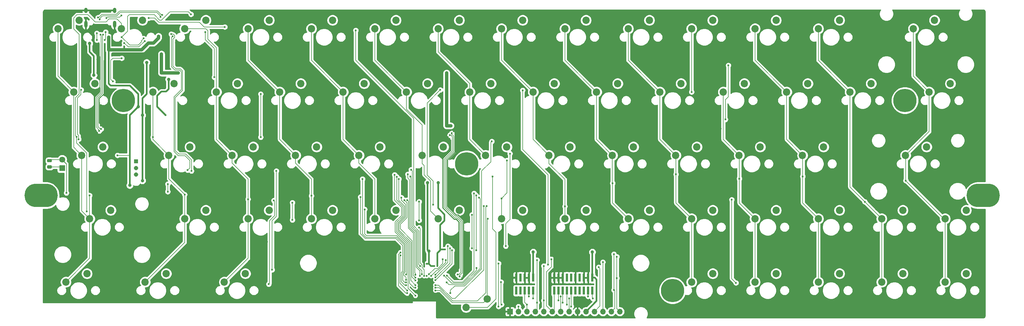
<source format=gbr>
%TF.GenerationSoftware,KiCad,Pcbnew,5.1.9*%
%TF.CreationDate,2021-02-05T17:27:01+00:00*%
%TF.ProjectId,keyboard,6b657962-6f61-4726-942e-6b696361645f,A*%
%TF.SameCoordinates,PX3072580PY3072580*%
%TF.FileFunction,Copper,L1,Top*%
%TF.FilePolarity,Positive*%
%FSLAX46Y46*%
G04 Gerber Fmt 4.6, Leading zero omitted, Abs format (unit mm)*
G04 Created by KiCad (PCBNEW 5.1.9) date 2021-02-05 17:27:01*
%MOMM*%
%LPD*%
G01*
G04 APERTURE LIST*
%TA.AperFunction,ComponentPad*%
%ADD10C,1.800000*%
%TD*%
%TA.AperFunction,ComponentPad*%
%ADD11R,1.800000X1.800000*%
%TD*%
%TA.AperFunction,SMDPad,CuDef*%
%ADD12R,0.740000X2.400000*%
%TD*%
%TA.AperFunction,ComponentPad*%
%ADD13C,2.200000*%
%TD*%
%TA.AperFunction,ComponentPad*%
%ADD14O,1.700000X1.700000*%
%TD*%
%TA.AperFunction,ComponentPad*%
%ADD15R,1.700000X1.700000*%
%TD*%
%TA.AperFunction,ComponentPad*%
%ADD16R,1.308000X1.308000*%
%TD*%
%TA.AperFunction,ComponentPad*%
%ADD17C,1.308000*%
%TD*%
%TA.AperFunction,ComponentPad*%
%ADD18O,1.000000X2.100000*%
%TD*%
%TA.AperFunction,ComponentPad*%
%ADD19O,1.000000X1.600000*%
%TD*%
%TA.AperFunction,ComponentPad*%
%ADD20C,7.000000*%
%TD*%
%TA.AperFunction,ComponentPad*%
%ADD21O,10.000000X7.000000*%
%TD*%
%TA.AperFunction,ViaPad*%
%ADD22C,0.600000*%
%TD*%
%TA.AperFunction,ViaPad*%
%ADD23C,1.000000*%
%TD*%
%TA.AperFunction,Conductor*%
%ADD24C,0.200000*%
%TD*%
%TA.AperFunction,Conductor*%
%ADD25C,1.000000*%
%TD*%
%TA.AperFunction,Conductor*%
%ADD26C,0.500000*%
%TD*%
%TA.AperFunction,Conductor*%
%ADD27C,0.254000*%
%TD*%
%TA.AperFunction,Conductor*%
%ADD28C,0.100000*%
%TD*%
G04 APERTURE END LIST*
D10*
%TO.P,LED3,2*%
%TO.N,+3V3*%
X6985000Y-46355000D03*
D11*
%TO.P,LED3,1*%
%TO.N,Net-(LED2-Pad1)*%
X6985000Y-48895000D03*
%TD*%
D12*
%TO.P,J2,20*%
%TO.N,/P41*%
X154940000Y-85770000D03*
%TO.P,J2,19*%
%TO.N,GND*%
X154940000Y-81870000D03*
%TO.P,J2,18*%
%TO.N,/P11*%
X156210000Y-85770000D03*
%TO.P,J2,17*%
%TO.N,GND*%
X156210000Y-81870000D03*
%TO.P,J2,16*%
%TO.N,/P12*%
X157480000Y-85770000D03*
%TO.P,J2,15*%
%TO.N,GND*%
X157480000Y-81870000D03*
%TO.P,J2,14*%
%TO.N,/P32*%
X158750000Y-85770000D03*
%TO.P,J2,13*%
%TO.N,Net-(J2-Pad13)*%
X158750000Y-81870000D03*
%TO.P,J2,12*%
%TO.N,/P7*%
X160020000Y-85770000D03*
%TO.P,J2,11*%
%TO.N,Net-(J2-Pad11)*%
X160020000Y-81870000D03*
%TO.P,J2,10*%
%TO.N,Net-(J2-Pad10)*%
X161290000Y-85770000D03*
%TO.P,J2,9*%
%TO.N,GND*%
X161290000Y-81870000D03*
%TO.P,J2,8*%
%TO.N,Net-(J2-Pad8)*%
X162560000Y-85770000D03*
%TO.P,J2,7*%
%TO.N,Net-(J2-Pad7)*%
X162560000Y-81870000D03*
%TO.P,J2,6*%
%TO.N,Net-(J2-Pad6)*%
X163830000Y-85770000D03*
%TO.P,J2,5*%
%TO.N,GND*%
X163830000Y-81870000D03*
%TO.P,J2,4*%
%TO.N,/SWCLK*%
X165100000Y-85770000D03*
%TO.P,J2,3*%
%TO.N,GND*%
X165100000Y-81870000D03*
%TO.P,J2,2*%
%TO.N,/SWDIO*%
X166370000Y-85770000D03*
%TO.P,J2,1*%
%TO.N,+3V3*%
X166370000Y-81870000D03*
%TD*%
D13*
%TO.P,S5,2*%
%TO.N,/col5*%
X81915000Y-6985000D03*
%TO.P,S5,1*%
%TO.N,Net-(D3-Pad1)*%
X88265000Y-4445000D03*
%TD*%
%TO.P,LED2,2*%
%TO.N,+3V3*%
%TA.AperFunction,SMDPad,CuDef*%
G36*
G01*
X3631250Y-47175000D02*
X2718750Y-47175000D01*
G75*
G02*
X2475000Y-46931250I0J243750D01*
G01*
X2475000Y-46443750D01*
G75*
G02*
X2718750Y-46200000I243750J0D01*
G01*
X3631250Y-46200000D01*
G75*
G02*
X3875000Y-46443750I0J-243750D01*
G01*
X3875000Y-46931250D01*
G75*
G02*
X3631250Y-47175000I-243750J0D01*
G01*
G37*
%TD.AperFunction*%
%TO.P,LED2,1*%
%TO.N,Net-(LED2-Pad1)*%
%TA.AperFunction,SMDPad,CuDef*%
G36*
G01*
X3631250Y-49050000D02*
X2718750Y-49050000D01*
G75*
G02*
X2475000Y-48806250I0J243750D01*
G01*
X2475000Y-48318750D01*
G75*
G02*
X2718750Y-48075000I243750J0D01*
G01*
X3631250Y-48075000D01*
G75*
G02*
X3875000Y-48318750I0J-243750D01*
G01*
X3875000Y-48806250D01*
G75*
G02*
X3631250Y-49050000I-243750J0D01*
G01*
G37*
%TD.AperFunction*%
%TD*%
D14*
%TO.P,J7,14*%
%TO.N,/NFC2*%
X174625000Y-92075000D03*
%TO.P,J7,13*%
%TO.N,/NFC1*%
X172085000Y-92075000D03*
%TO.P,J7,12*%
%TO.N,/P5*%
X169545000Y-92075000D03*
%TO.P,J7,11*%
%TO.N,/P18*%
X167005000Y-92075000D03*
%TO.P,J7,10*%
%TO.N,+3V3*%
X164465000Y-92075000D03*
%TO.P,J7,9*%
%TO.N,GND*%
X161925000Y-92075000D03*
%TO.P,J7,8*%
%TO.N,/SWDIO*%
X159385000Y-92075000D03*
%TO.P,J7,7*%
%TO.N,/SWCLK*%
X156845000Y-92075000D03*
%TO.P,J7,6*%
%TO.N,/P41*%
X154305000Y-92075000D03*
%TO.P,J7,5*%
%TO.N,/P11*%
X151765000Y-92075000D03*
%TO.P,J7,4*%
%TO.N,/P12*%
X149225000Y-92075000D03*
%TO.P,J7,3*%
%TO.N,/P32*%
X146685000Y-92075000D03*
%TO.P,J7,2*%
%TO.N,/P7*%
X144145000Y-92075000D03*
D15*
%TO.P,J7,1*%
%TO.N,GND*%
X141605000Y-92075000D03*
%TD*%
D13*
%TO.P,S15,2*%
%TO.N,/col1*%
X10477500Y-26035000D03*
%TO.P,S15,1*%
%TO.N,Net-(D8-Pad1)*%
X16827500Y-23495000D03*
%TD*%
%TO.P,S59,2*%
%TO.N,/col6*%
X134778750Y-88265000D03*
%TO.P,S59,1*%
%TO.N,Net-(D30-Pad2)*%
X128428750Y-90805000D03*
%TD*%
D16*
%TO.P,SW1,1*%
%TO.N,Net-(D35-Pad1)*%
X29210000Y-46895000D03*
D17*
%TO.P,SW1,2*%
%TO.N,/PWRON*%
X29210000Y-48895000D03*
%TO.P,SW1,3*%
%TO.N,Net-(R16-Pad2)*%
X29210000Y-50895000D03*
%TD*%
D18*
%TO.P,J3,S1*%
%TO.N,GND*%
X22735000Y-5670000D03*
X14095000Y-5670000D03*
D19*
X14095000Y-1490000D03*
X22735000Y-1490000D03*
%TD*%
D12*
%TO.P,J1,10*%
%TO.N,Net-(J1-Pad10)*%
X143510000Y-85770000D03*
%TO.P,J1,9*%
%TO.N,GND*%
X143510000Y-81870000D03*
%TO.P,J1,8*%
%TO.N,Net-(J1-Pad8)*%
X144780000Y-85770000D03*
%TO.P,J1,7*%
%TO.N,Net-(J1-Pad7)*%
X144780000Y-81870000D03*
%TO.P,J1,6*%
%TO.N,/P32*%
X146050000Y-85770000D03*
%TO.P,J1,5*%
%TO.N,GND*%
X146050000Y-81870000D03*
%TO.P,J1,4*%
%TO.N,/SWCLK*%
X147320000Y-85770000D03*
%TO.P,J1,3*%
%TO.N,GND*%
X147320000Y-81870000D03*
%TO.P,J1,2*%
%TO.N,/SWDIO*%
X148590000Y-85770000D03*
%TO.P,J1,1*%
%TO.N,+3V3*%
X148590000Y-81870000D03*
%TD*%
D20*
%TO.P,MK6,1*%
%TO.N,N/C*%
X190500000Y-85725000D03*
%TD*%
D21*
%TO.P,MK5,1*%
%TO.N,N/C*%
X283845000Y-57150000D03*
%TD*%
D20*
%TO.P,MK2,1*%
%TO.N,N/C*%
X260350000Y-28575000D03*
%TD*%
%TO.P,MK3,1*%
%TO.N,N/C*%
X128587500Y-47625000D03*
%TD*%
D21*
%TO.P,MK4,1*%
%TO.N,N/C*%
X635000Y-57150000D03*
%TD*%
D20*
%TO.P,MK1,1*%
%TO.N,N/C*%
X25400000Y-28575000D03*
%TD*%
D13*
%TO.P,S58,2*%
%TO.N,/col3*%
X55721250Y-83185000D03*
%TO.P,S58,1*%
%TO.N,Net-(D30-Pad1)*%
X62071250Y-80645000D03*
%TD*%
%TO.P,S57,2*%
%TO.N,/col2*%
X31908750Y-83185000D03*
%TO.P,S57,1*%
%TO.N,Net-(D29-Pad2)*%
X38258750Y-80645000D03*
%TD*%
%TO.P,S56,2*%
%TO.N,/col1*%
X8096250Y-83185000D03*
%TO.P,S56,1*%
%TO.N,Net-(D29-Pad1)*%
X14446250Y-80645000D03*
%TD*%
%TO.P,S41,2*%
%TO.N,/col14*%
X260508750Y-45085000D03*
%TO.P,S41,1*%
%TO.N,Net-(D21-Pad2)*%
X266858750Y-42545000D03*
%TD*%
%TO.P,S42,2*%
%TO.N,/col1*%
X15240000Y-64135000D03*
%TO.P,S42,1*%
%TO.N,Net-(D22-Pad1)*%
X21590000Y-61595000D03*
%TD*%
%TO.P,S29,2*%
%TO.N,/col1*%
X12858750Y-45085000D03*
%TO.P,S29,1*%
%TO.N,Net-(D15-Pad1)*%
X19208750Y-42545000D03*
%TD*%
%TO.P,S28,2*%
%TO.N,/col14*%
X267652500Y-26035000D03*
%TO.P,S28,1*%
%TO.N,Net-(D14-Pad2)*%
X274002500Y-23495000D03*
%TD*%
%TO.P,S14,2*%
%TO.N,/col14*%
X262890000Y-6985000D03*
%TO.P,S14,1*%
%TO.N,Net-(D7-Pad2)*%
X269240000Y-4445000D03*
%TD*%
%TO.P,S64,2*%
%TO.N,/col14*%
X272415000Y-83185000D03*
%TO.P,S64,1*%
%TO.N,Net-(D33-Pad2)*%
X278765000Y-80645000D03*
%TD*%
%TO.P,S63,2*%
%TO.N,/col13*%
X253365000Y-83185000D03*
%TO.P,S63,1*%
%TO.N,Net-(D33-Pad1)*%
X259715000Y-80645000D03*
%TD*%
%TO.P,S62,2*%
%TO.N,/col12*%
X234315000Y-83185000D03*
%TO.P,S62,1*%
%TO.N,Net-(D32-Pad2)*%
X240665000Y-80645000D03*
%TD*%
%TO.P,S61,2*%
%TO.N,/col11*%
X215265000Y-83185000D03*
%TO.P,S61,1*%
%TO.N,Net-(D32-Pad1)*%
X221615000Y-80645000D03*
%TD*%
%TO.P,S60,2*%
%TO.N,/col10*%
X196215000Y-83185000D03*
%TO.P,S60,1*%
%TO.N,Net-(D31-Pad2)*%
X202565000Y-80645000D03*
%TD*%
%TO.P,S55,2*%
%TO.N,/col14*%
X272415000Y-64135000D03*
%TO.P,S55,1*%
%TO.N,Net-(D28-Pad2)*%
X278765000Y-61595000D03*
%TD*%
%TO.P,S54,2*%
%TO.N,/col13*%
X253365000Y-64135000D03*
%TO.P,S54,1*%
%TO.N,Net-(D28-Pad1)*%
X259715000Y-61595000D03*
%TD*%
%TO.P,S53,2*%
%TO.N,/col12*%
X234315000Y-64135000D03*
%TO.P,S53,1*%
%TO.N,Net-(D27-Pad2)*%
X240665000Y-61595000D03*
%TD*%
%TO.P,S52,2*%
%TO.N,/col11*%
X215265000Y-64135000D03*
%TO.P,S52,1*%
%TO.N,Net-(D27-Pad1)*%
X221615000Y-61595000D03*
%TD*%
%TO.P,S51,2*%
%TO.N,/col10*%
X196215000Y-64135000D03*
%TO.P,S51,1*%
%TO.N,Net-(D26-Pad2)*%
X202565000Y-61595000D03*
%TD*%
%TO.P,S50,2*%
%TO.N,/col9*%
X177165000Y-64135000D03*
%TO.P,S50,1*%
%TO.N,Net-(D26-Pad1)*%
X183515000Y-61595000D03*
%TD*%
%TO.P,S49,2*%
%TO.N,/col8*%
X158115000Y-64135000D03*
%TO.P,S49,1*%
%TO.N,Net-(D25-Pad2)*%
X164465000Y-61595000D03*
%TD*%
%TO.P,S48,2*%
%TO.N,/col7*%
X139065000Y-64135000D03*
%TO.P,S48,1*%
%TO.N,Net-(D25-Pad1)*%
X145415000Y-61595000D03*
%TD*%
%TO.P,S47,2*%
%TO.N,/col6*%
X120015000Y-64135000D03*
%TO.P,S47,1*%
%TO.N,Net-(D24-Pad2)*%
X126365000Y-61595000D03*
%TD*%
%TO.P,S46,2*%
%TO.N,/col5*%
X100965000Y-64135000D03*
%TO.P,S46,1*%
%TO.N,Net-(D24-Pad1)*%
X107315000Y-61595000D03*
%TD*%
%TO.P,S45,2*%
%TO.N,/col4*%
X81915000Y-64135000D03*
%TO.P,S45,1*%
%TO.N,Net-(D23-Pad2)*%
X88265000Y-61595000D03*
%TD*%
%TO.P,S44,2*%
%TO.N,/col3*%
X62865000Y-64135000D03*
%TO.P,S44,1*%
%TO.N,Net-(D23-Pad1)*%
X69215000Y-61595000D03*
%TD*%
%TO.P,S43,2*%
%TO.N,/col2*%
X43815000Y-64135000D03*
%TO.P,S43,1*%
%TO.N,Net-(D22-Pad2)*%
X50165000Y-61595000D03*
%TD*%
%TO.P,S40,2*%
%TO.N,/col12*%
X229552500Y-45085000D03*
%TO.P,S40,1*%
%TO.N,Net-(D20-Pad2)*%
X235902500Y-42545000D03*
%TD*%
%TO.P,S39,2*%
%TO.N,/col11*%
X210502500Y-45085000D03*
%TO.P,S39,1*%
%TO.N,Net-(D20-Pad1)*%
X216852500Y-42545000D03*
%TD*%
%TO.P,S38,2*%
%TO.N,/col10*%
X191452500Y-45085000D03*
%TO.P,S38,1*%
%TO.N,Net-(D19-Pad2)*%
X197802500Y-42545000D03*
%TD*%
%TO.P,S37,2*%
%TO.N,/col9*%
X172402500Y-45085000D03*
%TO.P,S37,1*%
%TO.N,Net-(D19-Pad1)*%
X178752500Y-42545000D03*
%TD*%
%TO.P,S36,2*%
%TO.N,/col8*%
X153352500Y-45085000D03*
%TO.P,S36,1*%
%TO.N,Net-(D18-Pad2)*%
X159702500Y-42545000D03*
%TD*%
%TO.P,S35,2*%
%TO.N,/col7*%
X134302500Y-45085000D03*
%TO.P,S35,1*%
%TO.N,Net-(D18-Pad1)*%
X140652500Y-42545000D03*
%TD*%
%TO.P,S34,2*%
%TO.N,/col6*%
X115252500Y-45085000D03*
%TO.P,S34,1*%
%TO.N,Net-(D17-Pad2)*%
X121602500Y-42545000D03*
%TD*%
%TO.P,S33,2*%
%TO.N,/col5*%
X96202500Y-45085000D03*
%TO.P,S33,1*%
%TO.N,Net-(D17-Pad1)*%
X102552500Y-42545000D03*
%TD*%
%TO.P,S32,2*%
%TO.N,/col4*%
X77152500Y-45085000D03*
%TO.P,S32,1*%
%TO.N,Net-(D16-Pad2)*%
X83502500Y-42545000D03*
%TD*%
%TO.P,S31,2*%
%TO.N,/col3*%
X58102500Y-45085000D03*
%TO.P,S31,1*%
%TO.N,Net-(D16-Pad1)*%
X64452500Y-42545000D03*
%TD*%
%TO.P,S30,2*%
%TO.N,/col2*%
X39052500Y-45085000D03*
%TO.P,S30,1*%
%TO.N,Net-(D15-Pad2)*%
X45402500Y-42545000D03*
%TD*%
%TO.P,S27,2*%
%TO.N,/col13*%
X243840000Y-26035000D03*
%TO.P,S27,1*%
%TO.N,Net-(D14-Pad1)*%
X250190000Y-23495000D03*
%TD*%
%TO.P,S26,2*%
%TO.N,/col12*%
X224790000Y-26035000D03*
%TO.P,S26,1*%
%TO.N,Net-(D13-Pad2)*%
X231140000Y-23495000D03*
%TD*%
%TO.P,S25,2*%
%TO.N,/col11*%
X205740000Y-26035000D03*
%TO.P,S25,1*%
%TO.N,Net-(D13-Pad1)*%
X212090000Y-23495000D03*
%TD*%
%TO.P,S24,2*%
%TO.N,/col10*%
X186690000Y-26035000D03*
%TO.P,S24,1*%
%TO.N,Net-(D12-Pad2)*%
X193040000Y-23495000D03*
%TD*%
%TO.P,S23,2*%
%TO.N,/col9*%
X167640000Y-26035000D03*
%TO.P,S23,1*%
%TO.N,Net-(D12-Pad1)*%
X173990000Y-23495000D03*
%TD*%
%TO.P,S22,2*%
%TO.N,/col8*%
X148590000Y-26035000D03*
%TO.P,S22,1*%
%TO.N,Net-(D11-Pad2)*%
X154940000Y-23495000D03*
%TD*%
%TO.P,S21,2*%
%TO.N,/col7*%
X129540000Y-26035000D03*
%TO.P,S21,1*%
%TO.N,Net-(D11-Pad1)*%
X135890000Y-23495000D03*
%TD*%
%TO.P,S20,2*%
%TO.N,/col6*%
X110490000Y-26035000D03*
%TO.P,S20,1*%
%TO.N,Net-(D10-Pad2)*%
X116840000Y-23495000D03*
%TD*%
%TO.P,S19,2*%
%TO.N,/col5*%
X91440000Y-26035000D03*
%TO.P,S19,1*%
%TO.N,Net-(D10-Pad1)*%
X97790000Y-23495000D03*
%TD*%
%TO.P,S18,2*%
%TO.N,/col4*%
X72390000Y-26035000D03*
%TO.P,S18,1*%
%TO.N,Net-(D9-Pad2)*%
X78740000Y-23495000D03*
%TD*%
%TO.P,S17,2*%
%TO.N,/col3*%
X53340000Y-26035000D03*
%TO.P,S17,1*%
%TO.N,Net-(D9-Pad1)*%
X59690000Y-23495000D03*
%TD*%
%TO.P,S16,2*%
%TO.N,/col2*%
X34290000Y-26035000D03*
%TO.P,S16,1*%
%TO.N,Net-(D8-Pad2)*%
X40640000Y-23495000D03*
%TD*%
%TO.P,S13,2*%
%TO.N,/col13*%
X234315000Y-6985000D03*
%TO.P,S13,1*%
%TO.N,Net-(D7-Pad1)*%
X240665000Y-4445000D03*
%TD*%
%TO.P,S12,2*%
%TO.N,/col12*%
X215265000Y-6985000D03*
%TO.P,S12,1*%
%TO.N,Net-(D6-Pad2)*%
X221615000Y-4445000D03*
%TD*%
%TO.P,S11,2*%
%TO.N,/col11*%
X196215000Y-6985000D03*
%TO.P,S11,1*%
%TO.N,Net-(D6-Pad1)*%
X202565000Y-4445000D03*
%TD*%
%TO.P,S10,2*%
%TO.N,/col10*%
X177165000Y-6985000D03*
%TO.P,S10,1*%
%TO.N,Net-(D5-Pad2)*%
X183515000Y-4445000D03*
%TD*%
%TO.P,S9,2*%
%TO.N,/col9*%
X158115000Y-6985000D03*
%TO.P,S9,1*%
%TO.N,Net-(D5-Pad1)*%
X164465000Y-4445000D03*
%TD*%
%TO.P,S8,2*%
%TO.N,/col8*%
X139065000Y-6985000D03*
%TO.P,S8,1*%
%TO.N,Net-(D4-Pad2)*%
X145415000Y-4445000D03*
%TD*%
%TO.P,S7,2*%
%TO.N,/col7*%
X120015000Y-6985000D03*
%TO.P,S7,1*%
%TO.N,Net-(D4-Pad1)*%
X126365000Y-4445000D03*
%TD*%
%TO.P,S6,2*%
%TO.N,/col6*%
X100965000Y-6985000D03*
%TO.P,S6,1*%
%TO.N,Net-(D3-Pad2)*%
X107315000Y-4445000D03*
%TD*%
%TO.P,S4,2*%
%TO.N,/col4*%
X62865000Y-6985000D03*
%TO.P,S4,1*%
%TO.N,Net-(D2-Pad2)*%
X69215000Y-4445000D03*
%TD*%
%TO.P,S3,2*%
%TO.N,/col3*%
X43815000Y-6985000D03*
%TO.P,S3,1*%
%TO.N,Net-(D2-Pad1)*%
X50165000Y-4445000D03*
%TD*%
%TO.P,S2,2*%
%TO.N,/col2*%
X24765000Y-6985000D03*
%TO.P,S2,1*%
%TO.N,Net-(D1-Pad2)*%
X31115000Y-4445000D03*
%TD*%
%TO.P,S1,2*%
%TO.N,/col1*%
X5715000Y-6985000D03*
%TO.P,S1,1*%
%TO.N,Net-(D1-Pad1)*%
X12065000Y-4445000D03*
%TD*%
D22*
%TO.N,Net-(D30-Pad2)*%
X70104000Y-79502000D03*
X71374000Y-49784000D03*
X136398000Y-51435000D03*
%TO.N,/row1*%
X55880000Y-6477000D03*
X33020000Y-3810000D03*
X95250000Y-7493000D03*
X114604975Y-78359000D03*
%TO.N,/row2*%
X12700000Y-25400000D03*
X66675000Y-26670000D03*
X66675000Y-39624000D03*
X11938000Y-40259000D03*
X145415000Y-25527000D03*
X153035000Y-77978000D03*
%TO.N,/row3*%
X119205000Y-81010000D03*
X122936000Y-72390000D03*
X140335000Y-72390000D03*
X141605000Y-44577000D03*
%TO.N,/row4*%
X119205000Y-81810000D03*
X76200000Y-64516000D03*
X114300000Y-64643000D03*
X76200000Y-59309000D03*
X114300000Y-59020010D03*
X123571000Y-73025000D03*
X130175000Y-73025000D03*
X130175000Y-62992000D03*
%TO.N,/row5*%
X113205000Y-82710000D03*
X109855000Y-58547000D03*
X70612000Y-58674000D03*
X69088000Y-83820000D03*
X209550000Y-83439000D03*
X208280000Y-58420000D03*
%TO.N,/col1*%
X122682000Y-81280000D03*
X15240000Y-57150000D03*
X130809992Y-56515000D03*
%TO.N,/col2*%
X119205000Y-82610000D03*
X34290000Y-39624000D03*
X14351000Y-61976000D03*
X11303000Y-39497000D03*
X124206000Y-73660000D03*
X43815000Y-56896000D03*
X131445000Y-73660000D03*
X131445000Y-57150000D03*
%TO.N,/col3*%
X110355000Y-84110006D03*
X62865000Y-58293000D03*
X96647000Y-57642021D03*
%TO.N,/col4*%
X122555000Y-83312000D03*
X132334000Y-57785000D03*
X81915000Y-57242010D03*
%TO.N,/col5*%
X119205000Y-84110000D03*
X133731000Y-60325000D03*
%TO.N,/col6*%
X134966010Y-64135000D03*
X119205000Y-85710000D03*
%TO.N,/col7*%
X113205000Y-84110000D03*
X140716000Y-46609000D03*
X139065000Y-58039000D03*
X108966000Y-57785000D03*
%TO.N,/col8*%
X119205000Y-84910000D03*
X134620000Y-60325000D03*
X158115000Y-60452000D03*
%TO.N,/col9*%
X113205000Y-87310000D03*
X172466000Y-53467000D03*
X107569000Y-51562000D03*
%TO.N,/col10*%
X115155000Y-80860000D03*
X111887000Y-49403000D03*
X191516000Y-50800000D03*
%TO.N,/col11*%
X114505000Y-81360000D03*
X196215000Y-26035000D03*
X210566000Y-52105000D03*
X111633000Y-51435000D03*
%TO.N,/col12*%
X113205000Y-81010000D03*
X229616000Y-51435000D03*
X110871000Y-50800000D03*
%TO.N,/col13*%
X113205000Y-81860000D03*
X248284980Y-59055000D03*
X110744000Y-58547000D03*
%TO.N,/col14*%
X260604000Y-52705000D03*
X106934000Y-50927000D03*
X110355000Y-80910000D03*
%TO.N,GND*%
X18034000Y-11557000D03*
X38100000Y-11430000D03*
X19304000Y-36576000D03*
X124714000Y-37846000D03*
X47117000Y-25146000D03*
X48133000Y-25146000D03*
X48133000Y-24384000D03*
X47117000Y-24384000D03*
X37100000Y-12430000D03*
X37100000Y-11430000D03*
X38100000Y-12430000D03*
X39100000Y-12430000D03*
X39100000Y-11430000D03*
X39100000Y-10430000D03*
X37100000Y-10430000D03*
X121505000Y-88910000D03*
X121505000Y-90210000D03*
X121505000Y-91510000D03*
X121505000Y-92810000D03*
X117155000Y-88110000D03*
X115255000Y-88110000D03*
X114300000Y-86995000D03*
X116205000Y-86995000D03*
X118110000Y-86995000D03*
X116205000Y-85090000D03*
X118110000Y-85090000D03*
X118110000Y-83185000D03*
X116205000Y-83185000D03*
X114300000Y-83185000D03*
X114300000Y-85090000D03*
X110905000Y-88910000D03*
X115805000Y-78560000D03*
X14986000Y-7874000D03*
X125222000Y-80264000D03*
D23*
X41400000Y-11230000D03*
X22225000Y-14605000D03*
X23495000Y-14605000D03*
D22*
X19812000Y-16256000D03*
X22225000Y-8128000D03*
D23*
X33020000Y-50800000D03*
X33020000Y-36195000D03*
D22*
X40005000Y-3810000D03*
X40005000Y-6985000D03*
D23*
X29210000Y-17145000D03*
X17780000Y-20320000D03*
X45720000Y-51435000D03*
X45719984Y-55245000D03*
X33020000Y-55499000D03*
X44323000Y-25273000D03*
D22*
X45720000Y-13970000D03*
X204978000Y-37084000D03*
X203073000Y-17272000D03*
D23*
X114935000Y-55245000D03*
D22*
X127254000Y-82042000D03*
X115570000Y-70739000D03*
D23*
X141605000Y-71120000D03*
X154940000Y-71120000D03*
D22*
X175895000Y-71120000D03*
X175895000Y-79756000D03*
X141605000Y-81915000D03*
X153670000Y-81915000D03*
X123825000Y-55245000D03*
X104140000Y-88900000D03*
X101600000Y-88900000D03*
X106680000Y-88900000D03*
X109220000Y-88900000D03*
X99060000Y-88900000D03*
X96520000Y-88900000D03*
X93980000Y-88900000D03*
X91440000Y-88900000D03*
X91440000Y-88900000D03*
X93980000Y-86360000D03*
X91440000Y-86360000D03*
X96520000Y-86360000D03*
X99060000Y-86360000D03*
X101600000Y-86360000D03*
X104140000Y-86360000D03*
X106680000Y-86360000D03*
X106680000Y-83820000D03*
X104140000Y-83820000D03*
X101600000Y-83820000D03*
X99060000Y-83820000D03*
X96520000Y-83820000D03*
X93980000Y-83820000D03*
X91440000Y-83820000D03*
X88900000Y-83820000D03*
X88900000Y-86360000D03*
X88900000Y-88900000D03*
X104140000Y-81280000D03*
X101600000Y-81280000D03*
X99060000Y-81280000D03*
X96520000Y-81280000D03*
X93980000Y-81280000D03*
X91440000Y-81280000D03*
X88900000Y-81280000D03*
X124396500Y-79438500D03*
X128905000Y-79375000D03*
X124460000Y-70485000D03*
X120015000Y-36195000D03*
X127000000Y-39370000D03*
X48260000Y-12700000D03*
X66040000Y-12700000D03*
X86360000Y-12700000D03*
X104140000Y-12700000D03*
X124460000Y-12700000D03*
X142240000Y-12700000D03*
X162560000Y-12700000D03*
X180340000Y-12700000D03*
X200660000Y-12700000D03*
X218440000Y-12700000D03*
X238760000Y-12700000D03*
X266700000Y-12700000D03*
X271780000Y-33020000D03*
X248920000Y-33020000D03*
X228600000Y-33020000D03*
X208280000Y-33020000D03*
X190500000Y-33020000D03*
X170180000Y-33020000D03*
X152400000Y-33020000D03*
X134620000Y-33020000D03*
X114300000Y-33020000D03*
X96520000Y-33020000D03*
X76200000Y-33020000D03*
X58420000Y-33020000D03*
X15240000Y-33020000D03*
X43180000Y-33020000D03*
X63500000Y-50800000D03*
X83820000Y-48260000D03*
X102870000Y-48260000D03*
X118110000Y-44450000D03*
X160020000Y-48260000D03*
X179070000Y-48260000D03*
X198120000Y-50800000D03*
X215900000Y-50800000D03*
X233680000Y-50800000D03*
X264160000Y-50800000D03*
X251460000Y-50800000D03*
X276860000Y-71120000D03*
X256540000Y-71120000D03*
X256540000Y-88900000D03*
X276860000Y-88900000D03*
X218440000Y-88900000D03*
X238760000Y-88900000D03*
X238760000Y-71120000D03*
X218440000Y-71120000D03*
X200660000Y-71120000D03*
X200660000Y-88900000D03*
X180340000Y-71120000D03*
X165100000Y-68580000D03*
X147320000Y-68580000D03*
X86360000Y-71120000D03*
X68580000Y-71120000D03*
X48260000Y-71120000D03*
X20320000Y-71120000D03*
X12700000Y-88900000D03*
X35560000Y-88900000D03*
X60960000Y-88900000D03*
X180340000Y-81280000D03*
X180340000Y-86360000D03*
X177800000Y-81915000D03*
X177800000Y-85725000D03*
D23*
X35560021Y-6350021D03*
D22*
X38100000Y-10430000D03*
D23*
X17780000Y-16256000D03*
D22*
X122936000Y-39624000D03*
X17526000Y-38354000D03*
X21971000Y-12065000D03*
X19812000Y-11557000D03*
X13970000Y-15240000D03*
X10160000Y-15240000D03*
X35560000Y-46990000D03*
X107315000Y-74295000D03*
X17780000Y-50800000D03*
%TO.N,/SWDIO*%
X159385000Y-88138000D03*
X166497000Y-88138000D03*
X148590000Y-88138000D03*
%TO.N,/D+*%
X18697843Y-37182157D03*
X124107843Y-38452157D03*
X36547157Y-3457843D03*
X18316843Y-4219843D03*
X126482843Y-81482843D03*
X19315000Y-8763000D03*
%TO.N,/D-*%
X18132157Y-37747843D03*
X123542157Y-39017843D03*
X37112843Y-2892157D03*
X17751157Y-3654157D03*
X125917157Y-80917157D03*
X18515000Y-8763000D03*
D23*
%TO.N,VBUS*%
X29845000Y-30480000D03*
X20955000Y-9525000D03*
X35941000Y-9271000D03*
D22*
X25654000Y-12319000D03*
X20320000Y-3810000D03*
X24765000Y-3048000D03*
D23*
X16510000Y-20955000D03*
X15240000Y-11430000D03*
D22*
X122047000Y-73406000D03*
X119805000Y-78360000D03*
D23*
X120015000Y-53340000D03*
X27305000Y-54101984D03*
D22*
X23622000Y-45085000D03*
D23*
%TO.N,+3V3*%
X116840000Y-53340000D03*
D22*
X38735000Y-53721000D03*
X38735000Y-56007000D03*
D23*
X117221000Y-73914000D03*
D22*
X118872000Y-78359000D03*
X116605000Y-77710000D03*
X8255000Y-56387998D03*
D23*
X166370000Y-74168000D03*
X148590000Y-74168000D03*
D22*
%TO.N,/P32*%
X138938000Y-83185000D03*
X139065000Y-89950996D03*
X146685000Y-89950996D03*
X158750000Y-89950996D03*
%TO.N,/P11*%
X151765000Y-88750996D03*
X156210000Y-88750996D03*
X151765000Y-78359000D03*
%TO.N,/P12*%
X117905000Y-81360000D03*
X149733000Y-89350996D03*
X157480000Y-89350996D03*
X122301000Y-76565021D03*
X149733000Y-76581000D03*
%TO.N,/P41*%
X117255000Y-80860000D03*
X121412000Y-76327000D03*
X154050998Y-76327000D03*
%TO.N,/P40*%
X116605000Y-81360000D03*
%TO.N,/P7*%
X144145000Y-90550996D03*
X138176000Y-90551000D03*
X160020000Y-90551000D03*
X138176000Y-77597000D03*
%TO.N,/P5*%
X169545000Y-77216000D03*
%TO.N,/SWCLK*%
X165100000Y-87503000D03*
X147320000Y-87503000D03*
X156845000Y-87503000D03*
%TO.N,/BAT_SENS*%
X110355000Y-82510000D03*
X97917000Y-61341000D03*
%TO.N,/BAT_SENS_EN*%
X115805000Y-81360000D03*
X114300000Y-66802000D03*
D23*
%TO.N,VSYS*%
X31115000Y-33020000D03*
X31115000Y-52705000D03*
X32385000Y-17145000D03*
D22*
%TO.N,VBAT*%
X38100000Y-33020000D03*
D23*
X38989000Y-22225000D03*
D22*
X120650000Y-25400000D03*
X118491000Y-59944001D03*
%TO.N,Net-(C8-Pad2)*%
X31500000Y-9930000D03*
X22225000Y-22860000D03*
X24892000Y-15875000D03*
X24892000Y-9525000D03*
X45720000Y-2667000D03*
%TO.N,Net-(J3-PadA5)*%
X17399000Y-8382000D03*
X17399000Y-10413970D03*
%TO.N,Net-(J3-PadB5)*%
X20066000Y-8001000D03*
X19812006Y-10413994D03*
%TO.N,/Power/NTC*%
X206375000Y-34290000D03*
X207263992Y-18034000D03*
%TO.N,/Power/CHGLED*%
X50038000Y-8001000D03*
X52705000Y-21590000D03*
%TO.N,/SCL*%
X39750000Y-8630000D03*
X45847000Y-49784000D03*
X110355000Y-83310003D03*
X97282000Y-52197000D03*
%TO.N,/SDA*%
X40200000Y-9330000D03*
X44704000Y-49530000D03*
X113205000Y-84910000D03*
X108204000Y-52197000D03*
%TO.N,/Power/BTST*%
X31800000Y-10730000D03*
X25654000Y-11303000D03*
D23*
%TO.N,GNDPWR*%
X36830000Y-15875000D03*
X36830000Y-20320000D03*
X41910000Y-20320000D03*
X40640000Y-20320000D03*
X122555000Y-20320000D03*
X122555000Y-36195000D03*
X123825000Y-36195000D03*
X122555000Y-21590000D03*
X36830000Y-14605000D03*
D22*
%TO.N,/P18*%
X121793000Y-81280000D03*
X131572000Y-79016043D03*
X168275000Y-78740000D03*
%TO.N,/NFC2*%
X110755000Y-85710000D03*
X173736000Y-75565000D03*
X173736000Y-82042004D03*
X108712000Y-75184000D03*
%TO.N,/NFC1*%
X110755000Y-86510000D03*
X172847000Y-85598000D03*
X172847000Y-74803000D03*
X108712000Y-74295000D03*
%TO.N,/CAPS_LED*%
X123698000Y-86487000D03*
X136144000Y-40894000D03*
%TD*%
D24*
%TO.N,Net-(D30-Pad2)*%
X71374000Y-63500000D02*
X71374000Y-49784000D01*
X70104000Y-79502000D02*
X70104000Y-64770000D01*
X70104000Y-64770000D02*
X71374000Y-63500000D01*
X134874000Y-90805000D02*
X137414000Y-88265000D01*
X137414000Y-88265000D02*
X137414000Y-68262500D01*
X128428750Y-90805000D02*
X134874000Y-90805000D01*
X137414000Y-68262500D02*
X136398000Y-67246500D01*
X136398000Y-67246500D02*
X136398000Y-51435000D01*
%TO.N,/row1*%
X49657000Y-6477000D02*
X55880000Y-6477000D01*
X48260000Y-5080000D02*
X49657000Y-6477000D01*
X34798000Y-3810000D02*
X36068000Y-5080000D01*
X33020000Y-3810000D02*
X34798000Y-3810000D01*
X36068000Y-5080000D02*
X48260000Y-5080000D01*
X114211020Y-67855024D02*
X112649000Y-66293004D01*
X95250000Y-16510000D02*
X112649000Y-33909000D01*
X112649000Y-33909000D02*
X112649000Y-66293004D01*
X114604975Y-78359000D02*
X114211020Y-77965045D01*
X95250000Y-7493000D02*
X95250000Y-16510000D01*
X114211020Y-77965045D02*
X114211020Y-67855024D01*
%TO.N,/row2*%
X12700000Y-25400000D02*
X12573000Y-25527000D01*
X12573000Y-25527000D02*
X12573000Y-26797000D01*
X12573000Y-26797000D02*
X11557000Y-27813000D01*
X66675000Y-26670000D02*
X66675000Y-39624000D01*
X11938000Y-39116998D02*
X11938000Y-40259000D01*
X11557000Y-38735998D02*
X11938000Y-39116998D01*
X11557000Y-27813000D02*
X11557000Y-38735998D01*
X145415000Y-43307000D02*
X145415000Y-25527000D01*
X153035000Y-50927000D02*
X145415000Y-43307000D01*
X153035000Y-77978000D02*
X153035000Y-50927000D01*
%TO.N,/row3*%
X122936000Y-77089000D02*
X122936000Y-72390000D01*
X122936000Y-77279000D02*
X122936000Y-77089000D01*
X119205000Y-81010000D02*
X122936000Y-77279000D01*
X140335000Y-72390000D02*
X140335000Y-65659000D01*
X140335000Y-65659000D02*
X140716000Y-65278000D01*
X140716000Y-65278000D02*
X141224000Y-64770000D01*
X141605000Y-64389000D02*
X141605000Y-44577000D01*
X141224000Y-64770000D02*
X141605000Y-64389000D01*
%TO.N,/row4*%
X76200000Y-64516000D02*
X76200000Y-59309000D01*
X114300000Y-64643000D02*
X114300000Y-59020010D01*
X119205000Y-81810000D02*
X119293002Y-81810000D01*
X123571000Y-77532002D02*
X123571000Y-73025000D01*
X119293002Y-81810000D02*
X123571000Y-77532002D01*
X130175000Y-73025000D02*
X130175000Y-62992000D01*
%TO.N,/row5*%
X70866000Y-58928000D02*
X70612000Y-58674000D01*
X70866000Y-63246000D02*
X70866000Y-58928000D01*
X69342000Y-64770000D02*
X70866000Y-63246000D01*
X69342000Y-83566000D02*
X69342000Y-64770000D01*
X69088000Y-83820000D02*
X69342000Y-83566000D01*
X208280000Y-82169000D02*
X208280000Y-58420000D01*
X209550000Y-83439000D02*
X208280000Y-82169000D01*
X110648949Y-63849054D02*
X110648949Y-59340949D01*
X110648949Y-59340949D02*
X109855000Y-58547000D01*
X113205000Y-82710000D02*
X112204990Y-81709990D01*
X112204990Y-81709990D02*
X112204990Y-70726992D01*
X112204990Y-70726992D02*
X108704999Y-67227001D01*
X108704999Y-67227001D02*
X108704999Y-65793004D01*
X108704999Y-65793004D02*
X110648949Y-63849054D01*
%TO.N,/col1*%
X5715000Y-21272500D02*
X5715000Y-6985000D01*
X10477500Y-26035000D02*
X5715000Y-21272500D01*
X12858750Y-61753750D02*
X15240000Y-64135000D01*
X12858750Y-45085000D02*
X12858750Y-61753750D01*
X15240000Y-76041250D02*
X8096250Y-83185000D01*
X15240000Y-64135000D02*
X15240000Y-76041250D01*
X11758751Y-43985001D02*
X12858750Y-45085000D01*
X10448999Y-42675249D02*
X11758751Y-43985001D01*
X10448999Y-26063501D02*
X10448999Y-42675249D01*
X10477500Y-26035000D02*
X10448999Y-26063501D01*
X15240000Y-57150000D02*
X15240000Y-64135000D01*
X130809992Y-79819508D02*
X130809992Y-56515000D01*
X124587000Y-83185000D02*
X127444500Y-83185000D01*
X122682000Y-81280000D02*
X124587000Y-83185000D01*
X127444500Y-83185000D02*
X130809992Y-79819508D01*
%TO.N,/col2*%
X34290000Y-26035000D02*
X34290000Y-39624000D01*
X34290000Y-40322500D02*
X39052500Y-45085000D01*
X34290000Y-39624000D02*
X34290000Y-40322500D01*
X12065000Y-8660998D02*
X12065000Y-26670000D01*
X10457499Y-3766501D02*
X10457499Y-7053497D01*
X12065000Y-26670000D02*
X11003001Y-27731999D01*
X11003001Y-27731999D02*
X11003001Y-39197001D01*
X14351000Y-44450000D02*
X11303000Y-41402000D01*
X10457499Y-7053497D02*
X12065000Y-8660998D01*
X24765000Y-5429366D02*
X23399634Y-4064000D01*
X23399634Y-4064000D02*
X21082000Y-4064000D01*
X11430000Y-2794000D02*
X10457499Y-3766501D01*
X14351000Y-61976000D02*
X14351000Y-44450000D01*
X16891000Y-4953000D02*
X14732000Y-2794000D01*
X24765000Y-6985000D02*
X24765000Y-5429366D01*
X20193000Y-4953000D02*
X16891000Y-4953000D01*
X11003001Y-39197001D02*
X11303000Y-39497000D01*
X14732000Y-2794000D02*
X11430000Y-2794000D01*
X21082000Y-4064000D02*
X20193000Y-4953000D01*
X11303000Y-41402000D02*
X11303000Y-39497000D01*
X43815000Y-71278750D02*
X31908750Y-83185000D01*
X43815000Y-64135000D02*
X43815000Y-71278750D01*
X124206000Y-77697002D02*
X124206000Y-73660000D01*
X119293002Y-82610000D02*
X124206000Y-77697002D01*
X119205000Y-82610000D02*
X119293002Y-82610000D01*
X39052500Y-45085000D02*
X39052500Y-52133500D01*
X43815000Y-64135000D02*
X43815000Y-56896000D01*
X39052500Y-52133500D02*
X43815000Y-56896000D01*
X131445000Y-73660000D02*
X131445000Y-57150000D01*
%TO.N,/col3*%
X53340000Y-40322500D02*
X58102500Y-45085000D01*
X53340000Y-26035000D02*
X53340000Y-40322500D01*
X62865000Y-76041250D02*
X55721250Y-83185000D01*
X62865000Y-64135000D02*
X62865000Y-76041250D01*
X62865000Y-58293000D02*
X62865000Y-64135000D01*
X62865000Y-52197000D02*
X58102500Y-47434500D01*
X62865000Y-58293000D02*
X62865000Y-52197000D01*
X58102500Y-45085000D02*
X58102500Y-47434500D01*
X53340000Y-26035000D02*
X53340000Y-12700000D01*
X53340000Y-12700000D02*
X50800000Y-10160000D01*
X50800000Y-10160000D02*
X50800000Y-7620000D01*
X50800000Y-7620000D02*
X50165000Y-6985000D01*
X50165000Y-6985000D02*
X43815000Y-6985000D01*
X108954979Y-83134249D02*
X108954979Y-80290623D01*
X110355000Y-84110006D02*
X109930736Y-84110006D01*
X109930736Y-84110006D02*
X108954979Y-83134249D01*
X109378950Y-79866652D02*
X109378950Y-72167950D01*
X96647000Y-68637699D02*
X96647000Y-57642021D01*
X109378950Y-72167950D02*
X107334010Y-70123010D01*
X107334010Y-70123010D02*
X98132311Y-70123010D01*
X108954979Y-80290623D02*
X109378950Y-79866652D01*
X98132311Y-70123010D02*
X96647000Y-68637699D01*
%TO.N,/col4*%
X62865000Y-16510000D02*
X72390000Y-26035000D01*
X62865000Y-6985000D02*
X62865000Y-16510000D01*
X72390000Y-40322500D02*
X77152500Y-45085000D01*
X72390000Y-26035000D02*
X72390000Y-40322500D01*
X77152500Y-47434500D02*
X77152500Y-45085000D01*
X81915000Y-52197000D02*
X77152500Y-47434500D01*
X81915000Y-64135000D02*
X81915000Y-52197000D01*
X132633999Y-58084999D02*
X132334000Y-57785000D01*
X122555000Y-83312000D02*
X123228022Y-83985022D01*
X127775878Y-83985022D02*
X132633999Y-79126901D01*
X123228022Y-83985022D02*
X127775878Y-83985022D01*
X132633999Y-79126901D02*
X132633999Y-58084999D01*
%TO.N,/col5*%
X81915000Y-16510000D02*
X91440000Y-26035000D01*
X81915000Y-6985000D02*
X81915000Y-16510000D01*
X91440000Y-40322500D02*
X96202500Y-45085000D01*
X91440000Y-26035000D02*
X91440000Y-40322500D01*
X100965000Y-64135000D02*
X100965000Y-52197000D01*
X100965000Y-52197000D02*
X96202500Y-47434500D01*
X96202500Y-45085000D02*
X96202500Y-47434500D01*
X133731000Y-79558748D02*
X133731000Y-60325000D01*
X119205000Y-84110000D02*
X120166400Y-84110000D01*
X120166400Y-84110000D02*
X124194400Y-88138000D01*
X124194400Y-88138000D02*
X125151748Y-88138000D01*
X125151748Y-88138000D02*
X133731000Y-79558748D01*
%TO.N,/col6*%
X100965000Y-16510000D02*
X110490000Y-26035000D01*
X100965000Y-6985000D02*
X100965000Y-16510000D01*
X134778750Y-88265000D02*
X134778750Y-64322260D01*
X134778750Y-64322260D02*
X134966010Y-64135000D01*
X117729000Y-61849000D02*
X117729000Y-52832000D01*
X115252500Y-47561500D02*
X115252500Y-45085000D01*
X115824000Y-48133000D02*
X115252500Y-47561500D01*
X117729000Y-52832000D02*
X115824000Y-50927000D01*
X115824000Y-50927000D02*
X115824000Y-48133000D01*
X120015000Y-64135000D02*
X117729000Y-61849000D01*
X115252500Y-43529366D02*
X115252500Y-45085000D01*
X110490000Y-26035000D02*
X110490000Y-31184300D01*
X110490000Y-31184300D02*
X115252500Y-35946800D01*
X115252500Y-35946800D02*
X115252500Y-43529366D01*
X134778750Y-88265000D02*
X133678751Y-89364999D01*
X133678751Y-89364999D02*
X124289999Y-89364999D01*
X124289999Y-89364999D02*
X120635000Y-85710000D01*
X120635000Y-85710000D02*
X119205000Y-85710000D01*
%TO.N,/col7*%
X129540000Y-40322500D02*
X134302500Y-45085000D01*
X129540000Y-26035000D02*
X129540000Y-40322500D01*
X140716000Y-46609000D02*
X140716000Y-56388000D01*
X140716000Y-56388000D02*
X139065000Y-58039000D01*
X139065000Y-64135000D02*
X139065000Y-58039000D01*
X129540000Y-23495000D02*
X120015000Y-13970000D01*
X129540000Y-26035000D02*
X129540000Y-23495000D01*
X120015000Y-6985000D02*
X120015000Y-13970000D01*
X110248938Y-63683365D02*
X110248938Y-59829938D01*
X108304990Y-67595688D02*
X108304990Y-65627313D01*
X110248938Y-59829938D02*
X108966000Y-58547000D01*
X113205000Y-84110000D02*
X111804979Y-82709979D01*
X111804979Y-82709979D02*
X111804979Y-71095677D01*
X111804979Y-71095677D02*
X108304990Y-67595688D01*
X108304990Y-65627313D02*
X110248938Y-63683365D01*
X108966000Y-58547000D02*
X108966000Y-57785000D01*
%TO.N,/col8*%
X139065000Y-16510000D02*
X148590000Y-26035000D01*
X139065000Y-6985000D02*
X139065000Y-16510000D01*
X148590000Y-40322500D02*
X153352500Y-45085000D01*
X148590000Y-26035000D02*
X148590000Y-40322500D01*
X131845011Y-88880989D02*
X134320001Y-86405999D01*
X120400700Y-84910000D02*
X124371689Y-88880989D01*
X134320001Y-86405999D02*
X134320001Y-60624999D01*
X119205000Y-84910000D02*
X120400700Y-84910000D01*
X124371689Y-88880989D02*
X131845011Y-88880989D01*
X134320001Y-60624999D02*
X134620000Y-60325000D01*
X158115000Y-60452000D02*
X158115000Y-64135000D01*
X158115000Y-52324000D02*
X153352500Y-47561500D01*
X158115000Y-60452000D02*
X158115000Y-52324000D01*
X153352500Y-45085000D02*
X153352500Y-47561500D01*
%TO.N,/col9*%
X158115000Y-16510000D02*
X167640000Y-26035000D01*
X158115000Y-6985000D02*
X158115000Y-16510000D01*
X167640000Y-40322500D02*
X172402500Y-45085000D01*
X167640000Y-26035000D02*
X167640000Y-40322500D01*
X177165000Y-64135000D02*
X172466000Y-59436000D01*
X172466000Y-59436000D02*
X172466000Y-53467000D01*
X172402500Y-45085000D02*
X172402500Y-53403500D01*
X172402500Y-53403500D02*
X172466000Y-53467000D01*
X107569000Y-58603700D02*
X107569000Y-51562000D01*
X109445650Y-60480350D02*
X107569000Y-58603700D01*
X109445650Y-63355255D02*
X109445650Y-60480350D01*
X107504972Y-65295933D02*
X109445650Y-63355255D01*
X113205000Y-87310000D02*
X110978990Y-85083990D01*
X110978990Y-71412688D02*
X107504970Y-67938667D01*
X107504970Y-67938667D02*
X107504972Y-65295933D01*
X110978990Y-85083990D02*
X110978990Y-71412688D01*
%TO.N,/col10*%
X177165000Y-16510000D02*
X186690000Y-26035000D01*
X177165000Y-6985000D02*
X177165000Y-16510000D01*
X186690000Y-40322500D02*
X191452500Y-45085000D01*
X186690000Y-26035000D02*
X186690000Y-40322500D01*
X196215000Y-64135000D02*
X196215000Y-83185000D01*
X191516000Y-45148500D02*
X191452500Y-45085000D01*
X191516000Y-50800000D02*
X191516000Y-45148500D01*
X191516000Y-59436000D02*
X196215000Y-64135000D01*
X191516000Y-50800000D02*
X191516000Y-59436000D01*
X115155000Y-80860000D02*
X115155000Y-79797027D01*
X112248990Y-66458693D02*
X112248990Y-49764990D01*
X113811010Y-78453037D02*
X113811010Y-68020713D01*
X115155000Y-79797027D02*
X113811010Y-78453037D01*
X113811010Y-68020713D02*
X112248990Y-66458693D01*
X112248990Y-49764990D02*
X111887000Y-49403000D01*
%TO.N,/col11*%
X205740000Y-40322500D02*
X210502500Y-45085000D01*
X205740000Y-26035000D02*
X205740000Y-40322500D01*
X215265000Y-64135000D02*
X215265000Y-83185000D01*
X196215000Y-6985000D02*
X196215000Y-26035000D01*
X210566000Y-45148500D02*
X210502500Y-45085000D01*
X210566000Y-52105000D02*
X210566000Y-45148500D01*
X210566000Y-59436000D02*
X215265000Y-64135000D01*
X210566000Y-52105000D02*
X210566000Y-59436000D01*
X113411000Y-68186402D02*
X111848980Y-66624382D01*
X114505000Y-81360000D02*
X114505000Y-79834000D01*
X111848980Y-51816000D02*
X111848980Y-51650980D01*
X114505000Y-79834000D02*
X113411000Y-78740000D01*
X113411000Y-78740000D02*
X113411000Y-68186402D01*
X111848980Y-52562679D02*
X111848980Y-51816000D01*
X111848980Y-66624382D02*
X111848980Y-52562679D01*
X111848980Y-51650980D02*
X111633000Y-51435000D01*
%TO.N,/col12*%
X215265000Y-16510000D02*
X224790000Y-26035000D01*
X215265000Y-6985000D02*
X215265000Y-16510000D01*
X224790000Y-40322500D02*
X229552500Y-45085000D01*
X224790000Y-26035000D02*
X224790000Y-40322500D01*
X234315000Y-64135000D02*
X234315000Y-83185000D01*
X229616000Y-45148500D02*
X229552500Y-45085000D01*
X229616000Y-51435000D02*
X229616000Y-45148500D01*
X229616000Y-59436000D02*
X234315000Y-64135000D01*
X229616000Y-51435000D02*
X229616000Y-59436000D01*
X113010989Y-68352091D02*
X111448970Y-66790072D01*
X113010989Y-80391725D02*
X113010989Y-68352091D01*
X113205000Y-80585736D02*
X113010989Y-80391725D01*
X111448970Y-52451000D02*
X110871000Y-51873030D01*
X110871000Y-51873030D02*
X110871000Y-50800000D01*
X111448970Y-66790072D02*
X111448970Y-52451000D01*
X113205000Y-81010000D02*
X113205000Y-80585736D01*
%TO.N,/col13*%
X234315000Y-16510000D02*
X243840000Y-26035000D01*
X234315000Y-6985000D02*
X234315000Y-16510000D01*
X253365000Y-64135000D02*
X253365000Y-83185000D01*
X253365000Y-64135000D02*
X248285000Y-59055000D01*
X248285000Y-59055000D02*
X248284980Y-59055000D01*
X243840000Y-26035000D02*
X243840000Y-54610020D01*
X243840000Y-54610020D02*
X248284980Y-59055000D01*
X111048959Y-58851959D02*
X110744000Y-58547000D01*
X112604999Y-68511800D02*
X111048959Y-66955760D01*
X113205000Y-81860000D02*
X112604999Y-81259999D01*
X111048959Y-66955760D02*
X111048959Y-58851959D01*
X112604999Y-81259999D02*
X112604999Y-68511800D01*
%TO.N,/col14*%
X262890000Y-21272500D02*
X267652500Y-26035000D01*
X262890000Y-6985000D02*
X262890000Y-21272500D01*
X267652500Y-37941250D02*
X260508750Y-45085000D01*
X267652500Y-26035000D02*
X267652500Y-37941250D01*
X272415000Y-64135000D02*
X272415000Y-83185000D01*
X260604000Y-45180250D02*
X260508750Y-45085000D01*
X260604000Y-52705000D02*
X260604000Y-45180250D01*
X272034000Y-64135000D02*
X272415000Y-64135000D01*
X260604000Y-52705000D02*
X272034000Y-64135000D01*
X110355000Y-80910000D02*
X110578980Y-80686020D01*
X110578980Y-80686020D02*
X110578980Y-71589980D01*
X110578980Y-71589980D02*
X107104964Y-68115964D01*
X107104964Y-68115964D02*
X107104964Y-65130243D01*
X109045640Y-60646038D02*
X106934000Y-58534398D01*
X106934000Y-58534398D02*
X106934000Y-50927000D01*
X109045640Y-63189567D02*
X109045640Y-60646038D01*
X107104964Y-65130243D02*
X109045640Y-63189567D01*
%TO.N,GND*%
X125060010Y-38192010D02*
X124714000Y-37846000D01*
X122774010Y-46476532D02*
X125060010Y-44190533D01*
X122774010Y-60442410D02*
X122774010Y-46476532D01*
X123155010Y-60838468D02*
X123155010Y-60823410D01*
X125343532Y-63026990D02*
X123155010Y-60838468D01*
X125060010Y-44190533D02*
X125060010Y-38192010D01*
X123155010Y-60823410D02*
X122774010Y-60442410D01*
X125978533Y-63026990D02*
X125343532Y-63026990D01*
X127365688Y-64414146D02*
X125978533Y-63026990D01*
X127600010Y-81695990D02*
X127600010Y-64648467D01*
X127600010Y-64648467D02*
X127365688Y-64414146D01*
X127254000Y-82042000D02*
X127600010Y-81695990D01*
X121573990Y-45979467D02*
X121573990Y-60954533D01*
X121573990Y-60954533D02*
X124900467Y-64281010D01*
X125535468Y-64281010D02*
X126399990Y-65145532D01*
X126399990Y-79086010D02*
X125222000Y-80264000D01*
X126399990Y-65145532D02*
X126399990Y-79086010D01*
X124900467Y-64281010D02*
X125535468Y-64281010D01*
X123859990Y-43693468D02*
X121573990Y-45979467D01*
X123859990Y-40547990D02*
X123859990Y-43693468D01*
X122936000Y-39624000D02*
X123859990Y-40547990D01*
X125343532Y-63026990D02*
X125343532Y-62870468D01*
X125343532Y-62870468D02*
X122936000Y-60462936D01*
X122936000Y-60462936D02*
X122936000Y-46482000D01*
X122936000Y-46482000D02*
X125222000Y-44196000D01*
X125222000Y-38354000D02*
X124714000Y-37846000D01*
X125222000Y-44196000D02*
X125222000Y-38354000D01*
X123698000Y-40386000D02*
X122936000Y-39624000D01*
X123698000Y-43688000D02*
X123698000Y-40386000D01*
X121412000Y-45974000D02*
X123698000Y-43688000D01*
X121412000Y-60960000D02*
X121412000Y-45974000D01*
X124733010Y-64281010D02*
X121412000Y-60960000D01*
X124900467Y-64281010D02*
X124733010Y-64281010D01*
X124841000Y-64389000D02*
X124733010Y-64281010D01*
X125476000Y-64389000D02*
X124841000Y-64389000D01*
X126238000Y-65151000D02*
X125476000Y-64389000D01*
X126238000Y-79248000D02*
X126238000Y-65151000D01*
X125222000Y-80264000D02*
X126238000Y-79248000D01*
X125468065Y-62995001D02*
X125343532Y-62870468D01*
X126114001Y-62995001D02*
X125468065Y-62995001D01*
X127754999Y-64635999D02*
X126114001Y-62995001D01*
X127754999Y-81541001D02*
X127754999Y-64635999D01*
X127254000Y-82042000D02*
X127754999Y-81541001D01*
X19304000Y-36322000D02*
X19304000Y-36576000D01*
X18288000Y-35306000D02*
X19304000Y-36322000D01*
X18288000Y-29210000D02*
X18288000Y-35306000D01*
X18217499Y-29139499D02*
X18288000Y-29210000D01*
X18217499Y-28010501D02*
X18217499Y-29139499D01*
X19685000Y-26543000D02*
X18217499Y-28010501D01*
X19685000Y-16637000D02*
X19685000Y-26543000D01*
X19812000Y-16510000D02*
X19685000Y-16637000D01*
X19812000Y-16256000D02*
X19812000Y-16510000D01*
X127254000Y-82042000D02*
X127203200Y-82092800D01*
D25*
X33925000Y-14605000D02*
X37100000Y-11430000D01*
X22225000Y-14605000D02*
X33925000Y-14605000D01*
D26*
X47117000Y-16947000D02*
X41400000Y-11230000D01*
X47117000Y-24384000D02*
X47117000Y-16947000D01*
X33020000Y-50800000D02*
X33020000Y-36195000D01*
D24*
X14095000Y-6983000D02*
X14986000Y-7874000D01*
X14095000Y-5670000D02*
X14095000Y-6983000D01*
D26*
X31750000Y-14605000D02*
X29210000Y-17145000D01*
X33925000Y-14605000D02*
X31750000Y-14605000D01*
X45720000Y-55244984D02*
X45719984Y-55245000D01*
X45720000Y-51435000D02*
X45720000Y-55244984D01*
X33020000Y-55499000D02*
X33020000Y-50800000D01*
X46990000Y-25273000D02*
X47117000Y-25146000D01*
X44323000Y-25273000D02*
X46990000Y-25273000D01*
D24*
X47117000Y-14478000D02*
X47117000Y-16947000D01*
X46609000Y-13970000D02*
X47117000Y-14478000D01*
X45720000Y-13970000D02*
X46609000Y-13970000D01*
X203073000Y-35179000D02*
X203073000Y-17272000D01*
X204978000Y-37084000D02*
X203073000Y-35179000D01*
D26*
X115805000Y-56115000D02*
X115805000Y-78560000D01*
X114935000Y-55245000D02*
X115805000Y-56115000D01*
D24*
X126873000Y-82423000D02*
X127254000Y-82042000D01*
X126111000Y-82423000D02*
X126873000Y-82423000D01*
X124968000Y-81280000D02*
X126111000Y-82423000D01*
X124968000Y-80518000D02*
X124968000Y-81280000D01*
X125222000Y-80264000D02*
X124968000Y-80518000D01*
D26*
X141650000Y-81870000D02*
X141605000Y-81915000D01*
X143510000Y-81870000D02*
X141650000Y-81870000D01*
X141605000Y-81915000D02*
X141605000Y-81915000D01*
X141605000Y-71120000D02*
X141605000Y-81915000D01*
X154940000Y-71120000D02*
X154940000Y-81870000D01*
X141605000Y-81915000D02*
X141605000Y-92075000D01*
X38100000Y-8890000D02*
X35560021Y-6350021D01*
X38100000Y-10430000D02*
X38100000Y-8890000D01*
D24*
X19515010Y-26545533D02*
X19515010Y-16552990D01*
X19304000Y-36576000D02*
X18126010Y-35398010D01*
X18126010Y-35398010D02*
X18126010Y-27934533D01*
X18126010Y-27934533D02*
X19515010Y-26545533D01*
X19515010Y-16552990D02*
X19812000Y-16256000D01*
D26*
X18164990Y-22352000D02*
X18164990Y-15497990D01*
X18164990Y-15497990D02*
X16510000Y-13843000D01*
X16510000Y-9398000D02*
X16510000Y-13843000D01*
X14986000Y-7874000D02*
X16510000Y-9398000D01*
D24*
X18314990Y-22505990D02*
X18314990Y-24615000D01*
X18314990Y-24615000D02*
X18164990Y-24765000D01*
X18164990Y-22352000D02*
X18164990Y-22355990D01*
X18164990Y-22355990D02*
X18314990Y-22505990D01*
D26*
X17526000Y-38354000D02*
X16775990Y-37603990D01*
X16775990Y-37603990D02*
X16775990Y-27375335D01*
X16775990Y-27375335D02*
X18164990Y-25986336D01*
X18164990Y-25986336D02*
X18164990Y-24765000D01*
X21971000Y-8382000D02*
X22225000Y-8128000D01*
X21971000Y-12065000D02*
X21971000Y-8382000D01*
X19812000Y-11557000D02*
X19812000Y-16256000D01*
X18034000Y-16002000D02*
X17780000Y-16256000D01*
X18034000Y-11557000D02*
X18034000Y-16002000D01*
X17780000Y-20320000D02*
X17780000Y-16256000D01*
D24*
X35560000Y-48260000D02*
X33020000Y-50800000D01*
X35560000Y-46990000D02*
X35560000Y-48260000D01*
%TO.N,/SWDIO*%
X159385000Y-92075000D02*
X159385000Y-88138000D01*
X166370000Y-88011000D02*
X166497000Y-88138000D01*
X166370000Y-85770000D02*
X166370000Y-88011000D01*
X148590000Y-85770000D02*
X148590000Y-88138000D01*
%TO.N,/D+*%
X24466844Y-2105000D02*
X23450844Y-3121000D01*
X35477157Y-2105000D02*
X24466844Y-2105000D01*
X36547157Y-3175000D02*
X35477157Y-2105000D01*
X36547157Y-3457843D02*
X36547157Y-3175000D01*
X19132843Y-3121000D02*
X18316843Y-3937000D01*
X23450844Y-3121000D02*
X19132843Y-3121000D01*
X18316843Y-3937000D02*
X18316843Y-4219843D01*
X125812844Y-63427000D02*
X127200000Y-64814156D01*
X124107843Y-38735000D02*
X124660000Y-39287157D01*
X126482843Y-81200000D02*
X126482843Y-81482843D01*
X127200000Y-80482843D02*
X126482843Y-81200000D01*
X127200000Y-64814156D02*
X127200000Y-80482843D01*
X122374000Y-60623156D02*
X125177844Y-63427000D01*
X124660000Y-39287157D02*
X124660000Y-44024844D01*
X122374000Y-46310844D02*
X122374000Y-60623156D01*
X124107843Y-38452157D02*
X124107843Y-38735000D01*
X124660000Y-44024844D02*
X122374000Y-46310844D01*
X125177844Y-63427000D02*
X125812844Y-63427000D01*
X17726000Y-27768844D02*
X17726000Y-36493157D01*
X18415000Y-37182157D02*
X18697843Y-37182157D01*
X19315000Y-8763000D02*
X19115000Y-8963000D01*
X17726000Y-36493157D02*
X18415000Y-37182157D01*
X19115000Y-26379844D02*
X17726000Y-27768844D01*
X19115000Y-8963000D02*
X19115000Y-26379844D01*
%TO.N,/D-*%
X24301156Y-1705000D02*
X23285156Y-2721000D01*
X35642843Y-1705000D02*
X24301156Y-1705000D01*
X37112843Y-2892157D02*
X36830000Y-2892157D01*
X36830000Y-2892157D02*
X35642843Y-1705000D01*
X18034000Y-3654157D02*
X17751157Y-3654157D01*
X23285156Y-2721000D02*
X18967157Y-2721000D01*
X18967157Y-2721000D02*
X18034000Y-3654157D01*
X121974000Y-60788844D02*
X125066156Y-63881000D01*
X124260000Y-43859156D02*
X121974000Y-46145156D01*
X123825000Y-39017843D02*
X124260000Y-39452843D01*
X125066156Y-63881000D02*
X125701156Y-63881000D01*
X123542157Y-39017843D02*
X123825000Y-39017843D01*
X121974000Y-46145156D02*
X121974000Y-60788844D01*
X124260000Y-39452843D02*
X124260000Y-43859156D01*
X126800000Y-64979844D02*
X126800000Y-80317157D01*
X125701156Y-63881000D02*
X126800000Y-64979844D01*
X126800000Y-80317157D02*
X126200000Y-80917157D01*
X126200000Y-80917157D02*
X125917157Y-80917157D01*
X17326000Y-27603156D02*
X17326000Y-36658843D01*
X18515000Y-8763000D02*
X18715000Y-8963000D01*
X18715000Y-8963000D02*
X18715000Y-26214156D01*
X18715000Y-26214156D02*
X17326000Y-27603156D01*
X18132157Y-37465000D02*
X18132157Y-37747843D01*
X17326000Y-36658843D02*
X18132157Y-37465000D01*
D26*
%TO.N,VBUS*%
X29845000Y-26670000D02*
X29845000Y-30480000D01*
X27305000Y-24130000D02*
X29845000Y-26670000D01*
X21590000Y-24130000D02*
X27305000Y-24130000D01*
X20955000Y-23495000D02*
X21590000Y-24130000D01*
X20955000Y-13335000D02*
X20955000Y-23495000D01*
D25*
X35941000Y-9271000D02*
X35941000Y-9779000D01*
X35941000Y-9779000D02*
X34417000Y-11303000D01*
X34417000Y-11303000D02*
X32893000Y-11303000D01*
X32893000Y-11303000D02*
X30861000Y-13335000D01*
X25654000Y-13335000D02*
X20955000Y-13335000D01*
X30861000Y-13335000D02*
X25654000Y-13335000D01*
D26*
X25654000Y-12319000D02*
X25654000Y-13335000D01*
D24*
X20574000Y-3556000D02*
X20320000Y-3810000D01*
X24257000Y-3556000D02*
X20574000Y-3556000D01*
X24765000Y-3048000D02*
X24257000Y-3556000D01*
D26*
X15240000Y-11430000D02*
X15240000Y-13970000D01*
X16510000Y-15240000D02*
X16510000Y-20955000D01*
X15240000Y-13970000D02*
X16510000Y-15240000D01*
X122047000Y-73406000D02*
X120650000Y-73406000D01*
X120650000Y-73406000D02*
X120650000Y-73660000D01*
X120650000Y-73660000D02*
X119805000Y-74505000D01*
X119805000Y-74505000D02*
X119805000Y-78360000D01*
X120650000Y-66040000D02*
X121920000Y-64770000D01*
X120650000Y-73406000D02*
X120650000Y-66040000D01*
X120015000Y-60960000D02*
X120015000Y-53340000D01*
X121920000Y-62865000D02*
X120015000Y-60960000D01*
X121920000Y-64770000D02*
X121920000Y-62865000D01*
D25*
X20955000Y-13335000D02*
X20955000Y-9525000D01*
D26*
X29845000Y-30480000D02*
X27305000Y-33020000D01*
X27305000Y-45085000D02*
X27305000Y-54101984D01*
D24*
X23622000Y-45085000D02*
X27305000Y-45085000D01*
D26*
X27305000Y-33020000D02*
X27305000Y-45085000D01*
D24*
%TO.N,+3V3*%
X38735000Y-53721000D02*
X38735000Y-56007000D01*
D26*
X116840000Y-73533000D02*
X116840000Y-53340000D01*
X117221000Y-73914000D02*
X116840000Y-73533000D01*
X117221000Y-73914000D02*
X117221000Y-77744000D01*
X117836000Y-78359000D02*
X117221000Y-77744000D01*
X118872000Y-78359000D02*
X117836000Y-78359000D01*
X117221000Y-77744000D02*
X116639000Y-77744000D01*
X116639000Y-77744000D02*
X116605000Y-77710000D01*
D24*
X7190500Y-46687500D02*
X8255000Y-47752000D01*
X8255000Y-47752000D02*
X8255000Y-56387998D01*
D26*
X166370000Y-81870000D02*
X166370000Y-74168000D01*
X148590000Y-81870000D02*
X148590000Y-74168000D01*
X167640000Y-88900000D02*
X164465000Y-92075000D01*
X167640000Y-82423000D02*
X167640000Y-88900000D01*
X167087000Y-81870000D02*
X167640000Y-82423000D01*
X166370000Y-81870000D02*
X167087000Y-81870000D01*
D24*
X8255000Y-47625000D02*
X6985000Y-46355000D01*
X8255000Y-56387998D02*
X8255000Y-47625000D01*
X3507500Y-46355000D02*
X3175000Y-46687500D01*
X6985000Y-46355000D02*
X3507500Y-46355000D01*
%TO.N,/P32*%
X138938000Y-89823996D02*
X139065000Y-89950996D01*
X138938000Y-83185000D02*
X138938000Y-89823996D01*
X146050000Y-89315996D02*
X146685000Y-89950996D01*
X146050000Y-85770000D02*
X146050000Y-89315996D01*
X146685000Y-89950996D02*
X146685000Y-92075000D01*
X158750000Y-89950996D02*
X158750000Y-85770000D01*
%TO.N,/P11*%
X156210000Y-88750996D02*
X156210000Y-85770000D01*
X151765000Y-92075000D02*
X151765000Y-88750996D01*
X151765000Y-78359000D02*
X151765000Y-88750996D01*
%TO.N,/P12*%
X149733000Y-91567000D02*
X149225000Y-92075000D01*
X149733000Y-89350996D02*
X149733000Y-91567000D01*
X157480000Y-89350996D02*
X157480000Y-85770000D01*
X120068690Y-79550012D02*
X122301000Y-77317702D01*
X119714988Y-79550012D02*
X120068690Y-79550012D01*
X117905000Y-81360000D02*
X119714988Y-79550012D01*
X122301000Y-77317702D02*
X122301000Y-76565021D01*
X149733000Y-76581000D02*
X149733000Y-89350996D01*
%TO.N,/P41*%
X117255000Y-80860000D02*
X118994000Y-79121000D01*
X118994000Y-79121000D02*
X119932002Y-79121000D01*
X119932002Y-79121000D02*
X121412000Y-77641002D01*
X121412000Y-77641002D02*
X121412000Y-76327000D01*
X154940000Y-91440000D02*
X154305000Y-92075000D01*
X154940000Y-85770000D02*
X154940000Y-91440000D01*
X152527000Y-80137000D02*
X152527000Y-90297000D01*
X152527000Y-90297000D02*
X154305000Y-92075000D01*
X154051000Y-78613000D02*
X152527000Y-80137000D01*
X154051000Y-76327002D02*
X154051000Y-78613000D01*
X154050998Y-76327000D02*
X154051000Y-76327002D01*
%TO.N,/P7*%
X144145000Y-92075000D02*
X144145000Y-90550996D01*
X160020000Y-85770000D02*
X160020000Y-90551000D01*
X138176000Y-90551000D02*
X138176000Y-77597000D01*
%TO.N,/P5*%
X169545000Y-77216000D02*
X169545000Y-92075000D01*
%TO.N,/SWCLK*%
X165100000Y-85770000D02*
X165100000Y-87503000D01*
X147320000Y-87503000D02*
X147320000Y-85770000D01*
X156845000Y-92075000D02*
X156845000Y-87503000D01*
%TO.N,/BAT_SENS*%
X98425000Y-69215000D02*
X97917000Y-68707000D01*
X99860020Y-69215000D02*
X98425000Y-69215000D01*
X107638302Y-69215000D02*
X99860020Y-69215000D01*
X109754999Y-81198001D02*
X109754999Y-80621999D01*
X109754999Y-80621999D02*
X110178970Y-80198028D01*
X110178970Y-71755668D02*
X107638302Y-69215000D01*
X97917000Y-68707000D02*
X97917000Y-61341000D01*
X110355000Y-81798002D02*
X109754999Y-81198001D01*
X110178970Y-80198028D02*
X110178970Y-71755668D01*
X110355000Y-82510000D02*
X110355000Y-81798002D01*
%TO.N,/BAT_SENS_EN*%
X115204999Y-78848001D02*
X115204999Y-78071022D01*
X115805000Y-81360000D02*
X115805000Y-79448002D01*
X115805000Y-79448002D02*
X115204999Y-78848001D01*
X114611030Y-77477053D02*
X114611030Y-67113030D01*
X115204999Y-78071022D02*
X114611030Y-77477053D01*
X114611030Y-67113030D02*
X114300000Y-66802000D01*
%TO.N,VSYS*%
X31020000Y-46895000D02*
X31115000Y-46990000D01*
D26*
X32385000Y-26670000D02*
X31115000Y-27940000D01*
X32385000Y-17145000D02*
X32385000Y-26670000D01*
X31115000Y-27940000D02*
X31115000Y-33020000D01*
X31115000Y-33020000D02*
X31115000Y-52705000D01*
%TO.N,VBAT*%
X38989000Y-22225000D02*
X38989000Y-25146000D01*
X38989000Y-25146000D02*
X38227000Y-25908000D01*
X38227000Y-25908000D02*
X36830000Y-25908000D01*
X36830000Y-25908000D02*
X35560000Y-27178000D01*
X35560000Y-30480000D02*
X38100000Y-33020000D01*
X35560000Y-27178000D02*
X35560000Y-30480000D01*
D24*
X118491000Y-52832000D02*
X118491000Y-59944001D01*
X116713000Y-51054000D02*
X118491000Y-52832000D01*
X116713000Y-29337000D02*
X116713000Y-51054000D01*
X120650000Y-25400000D02*
X116713000Y-29337000D01*
%TO.N,Net-(C8-Pad2)*%
X24892000Y-15875000D02*
X22225000Y-15875000D01*
X22225000Y-15875000D02*
X21590000Y-16510000D01*
X21590000Y-16510000D02*
X21590000Y-22225000D01*
X21590000Y-22225000D02*
X22225000Y-22860000D01*
X24892000Y-9525000D02*
X27305000Y-11938000D01*
X27305000Y-11938000D02*
X29892000Y-11938000D01*
X29892000Y-11938000D02*
X30800000Y-11030000D01*
X30800000Y-11030000D02*
X30800000Y-10630000D01*
X30800000Y-10630000D02*
X31500000Y-9930000D01*
X24892000Y-9525000D02*
X24892000Y-9398000D01*
X34671000Y-2794000D02*
X27178000Y-2794000D01*
X36830000Y-4445000D02*
X36322000Y-4445000D01*
X26670000Y-7747000D02*
X24892000Y-9525000D01*
X26670000Y-3302000D02*
X26670000Y-7747000D01*
X39370000Y-1905000D02*
X36830000Y-4445000D01*
X27178000Y-2794000D02*
X26670000Y-3302000D01*
X45720000Y-2667000D02*
X44958000Y-1905000D01*
X36322000Y-4445000D02*
X34671000Y-2794000D01*
X44958000Y-1905000D02*
X39370000Y-1905000D01*
%TO.N,Net-(J3-PadA5)*%
X17399000Y-8382000D02*
X17399000Y-10413970D01*
%TO.N,Net-(J3-PadB5)*%
X20066000Y-10160000D02*
X19812006Y-10413994D01*
X20066000Y-8001000D02*
X20066000Y-10160000D01*
%TO.N,/Power/NTC*%
X206375000Y-34290000D02*
X206375000Y-28345998D01*
X206375000Y-28345998D02*
X207263992Y-27457006D01*
X207263992Y-27457006D02*
X207263992Y-18034000D01*
%TO.N,/Power/CHGLED*%
X52705000Y-21590000D02*
X52705000Y-12954000D01*
X52705000Y-12954000D02*
X50038000Y-10287000D01*
X50038000Y-8001000D02*
X50038000Y-10287000D01*
%TO.N,/SCL*%
X42037000Y-44704000D02*
X42926000Y-44704000D01*
X41000000Y-27730000D02*
X41000000Y-43667000D01*
X43200000Y-25530000D02*
X41000000Y-27730000D01*
X43200000Y-19730000D02*
X43200000Y-25530000D01*
X42500000Y-19030000D02*
X43200000Y-19730000D01*
X41100000Y-19030000D02*
X42500000Y-19030000D01*
X40300000Y-18230000D02*
X41100000Y-19030000D01*
X40300000Y-10130000D02*
X40300000Y-18230000D01*
X40800000Y-9630000D02*
X40300000Y-10130000D01*
X40800000Y-9030000D02*
X40800000Y-9630000D01*
X40400000Y-8630000D02*
X40800000Y-9030000D01*
X41000000Y-43667000D02*
X42037000Y-44704000D01*
X39750000Y-8630000D02*
X40400000Y-8630000D01*
X42926000Y-44704000D02*
X44069000Y-44704000D01*
X45847000Y-46482000D02*
X45847000Y-49784000D01*
X44069000Y-44704000D02*
X45847000Y-46482000D01*
X109778960Y-80032340D02*
X109778960Y-71932960D01*
X97282000Y-68707000D02*
X97282000Y-52197000D01*
X98298000Y-69723000D02*
X97282000Y-68707000D01*
X109930736Y-83310003D02*
X109354989Y-82734256D01*
X109778960Y-71932960D02*
X107950000Y-70104000D01*
X110355000Y-83310003D02*
X109930736Y-83310003D01*
X99586341Y-69723000D02*
X98298000Y-69723000D01*
X107950000Y-70104000D02*
X107950000Y-70092396D01*
X109354989Y-82734256D02*
X109354989Y-80456311D01*
X107580604Y-69723000D02*
X99586341Y-69723000D01*
X109354989Y-80456311D02*
X109778960Y-80032340D01*
X107950000Y-70092396D02*
X107580604Y-69723000D01*
%TO.N,/SDA*%
X39900000Y-9630000D02*
X40200000Y-9330000D01*
X40600000Y-43902000D02*
X40600000Y-27530000D01*
X40600000Y-27530000D02*
X42800000Y-25330000D01*
X45339000Y-48895000D02*
X45339000Y-46609000D01*
X45339000Y-46609000D02*
X43942000Y-45212000D01*
X44704000Y-49530000D02*
X45339000Y-48895000D01*
X43942000Y-45212000D02*
X41910000Y-45212000D01*
X41910000Y-45212000D02*
X40600000Y-43902000D01*
X42300000Y-19430000D02*
X40900000Y-19430000D01*
X40900000Y-19430000D02*
X39900000Y-18430000D01*
X39900000Y-18430000D02*
X39900000Y-9630000D01*
X42800000Y-25330000D02*
X42800000Y-19930000D01*
X42800000Y-19930000D02*
X42300000Y-19430000D01*
X108204000Y-58673002D02*
X109848927Y-60317929D01*
X109848927Y-63517676D02*
X107904979Y-65461624D01*
X111379000Y-71247000D02*
X111379000Y-83508264D01*
X112780736Y-84910000D02*
X113205000Y-84910000D01*
X111379000Y-83508264D02*
X112780736Y-84910000D01*
X107904979Y-67772979D02*
X111379000Y-71247000D01*
X108204000Y-52197000D02*
X108204000Y-58673002D01*
X109848927Y-60317929D02*
X109848927Y-60317931D01*
X109848927Y-60317931D02*
X109848927Y-63517676D01*
X107904979Y-65461624D02*
X107904979Y-67772979D01*
%TO.N,/Power/BTST*%
X30084000Y-12446000D02*
X31800000Y-10730000D01*
X26797000Y-12446000D02*
X30084000Y-12446000D01*
X25654000Y-11303000D02*
X26797000Y-12446000D01*
D25*
%TO.N,GNDPWR*%
X36830000Y-20320000D02*
X41910000Y-20320000D01*
X122555000Y-20320000D02*
X122555000Y-36195000D01*
X122555000Y-36195000D02*
X123825000Y-36195000D01*
X36830000Y-14605000D02*
X36830000Y-20320000D01*
D24*
%TO.N,/P18*%
X131572000Y-79623200D02*
X131572000Y-79016043D01*
X127610189Y-83585011D02*
X131572000Y-79623200D01*
X124098011Y-83585011D02*
X127610189Y-83585011D01*
X121793000Y-81280000D02*
X124098011Y-83585011D01*
X168656000Y-79121000D02*
X168275000Y-78740000D01*
X168656000Y-90424000D02*
X168656000Y-79121000D01*
X167005000Y-92075000D02*
X168656000Y-90424000D01*
%TO.N,/NFC2*%
X173736000Y-75565000D02*
X173736000Y-82042004D01*
X174625000Y-92075000D02*
X173736000Y-91186000D01*
X173736000Y-91186000D02*
X173736000Y-82042004D01*
X110755000Y-85710000D02*
X108554969Y-83509969D01*
X108554969Y-83509969D02*
X108554969Y-75341031D01*
X108554969Y-75341031D02*
X108712000Y-75184000D01*
%TO.N,/NFC1*%
X172847000Y-85471000D02*
X172847000Y-85471000D01*
X173101000Y-85852000D02*
X172847000Y-85598000D01*
X173101000Y-91059000D02*
X173101000Y-85852000D01*
X172085000Y-92075000D02*
X173101000Y-91059000D01*
X172847000Y-85598000D02*
X172847000Y-74803000D01*
X108111999Y-74895001D02*
X108712000Y-74295000D01*
X108111999Y-84291263D02*
X108111999Y-74895001D01*
X110330736Y-86510000D02*
X108111999Y-84291263D01*
X110755000Y-86510000D02*
X110330736Y-86510000D01*
%TO.N,Net-(LED2-Pad1)*%
X6652500Y-48562500D02*
X6985000Y-48895000D01*
X3175000Y-48562500D02*
X6652500Y-48562500D01*
%TO.N,/CAPS_LED*%
X133096000Y-49784000D02*
X135844001Y-47035999D01*
X133096000Y-79230600D02*
X133096000Y-49784000D01*
X127941567Y-84385033D02*
X133096000Y-79230600D01*
X125016335Y-84385033D02*
X127941567Y-84385033D01*
X123698000Y-85703368D02*
X125016335Y-84385033D01*
X135844001Y-41193999D02*
X136144000Y-40894000D01*
X135844001Y-47035999D02*
X135844001Y-41193999D01*
X123698000Y-86487000D02*
X123698000Y-85703368D01*
%TD*%
D27*
%TO.N,GND*%
X12960000Y-1363000D02*
X13968000Y-1363000D01*
X13968000Y-1343000D01*
X14222000Y-1343000D01*
X14222000Y-1363000D01*
X15230000Y-1363000D01*
X15230000Y-1295000D01*
X21600000Y-1295000D01*
X21600000Y-1363000D01*
X22608000Y-1363000D01*
X22608000Y-1343000D01*
X22862000Y-1343000D01*
X22862000Y-1363000D01*
X22882000Y-1363000D01*
X22882000Y-1617000D01*
X22862000Y-1617000D01*
X22862000Y-1637000D01*
X22608000Y-1637000D01*
X22608000Y-1617000D01*
X21600000Y-1617000D01*
X21600000Y-1917000D01*
X21614678Y-1986000D01*
X19003251Y-1986000D01*
X18967156Y-1982445D01*
X18931061Y-1986000D01*
X18931052Y-1986000D01*
X18823072Y-1996635D01*
X18684524Y-2038663D01*
X18556837Y-2106913D01*
X18444919Y-2198762D01*
X18421903Y-2226807D01*
X17915234Y-2733477D01*
X17843246Y-2719157D01*
X17659068Y-2719157D01*
X17478428Y-2755089D01*
X17308268Y-2825571D01*
X17155129Y-2927895D01*
X17024895Y-3058129D01*
X16922571Y-3211268D01*
X16852089Y-3381428D01*
X16816157Y-3562068D01*
X16816157Y-3746246D01*
X16839117Y-3861670D01*
X15277258Y-2299812D01*
X15254238Y-2271762D01*
X15158742Y-2193390D01*
X15183415Y-2135987D01*
X15230000Y-1917000D01*
X15230000Y-1617000D01*
X14222000Y-1617000D01*
X14222000Y-1637000D01*
X13968000Y-1637000D01*
X13968000Y-1617000D01*
X12960000Y-1617000D01*
X12960000Y-1917000D01*
X12990208Y-2059000D01*
X11466096Y-2059000D01*
X11429999Y-2055445D01*
X11393902Y-2059000D01*
X11393895Y-2059000D01*
X11300132Y-2068235D01*
X11285914Y-2069635D01*
X11257271Y-2078324D01*
X11147367Y-2111663D01*
X11019680Y-2179913D01*
X10907762Y-2271762D01*
X10884746Y-2299807D01*
X9963307Y-3221247D01*
X9935261Y-3244264D01*
X9843412Y-3356182D01*
X9775162Y-3483869D01*
X9753281Y-3556001D01*
X9733134Y-3622416D01*
X9718943Y-3766501D01*
X9722499Y-3802606D01*
X9722500Y-6890000D01*
X9265475Y-6890000D01*
X8756399Y-6991261D01*
X8276859Y-7189893D01*
X7845285Y-7478262D01*
X7478262Y-7845285D01*
X7189893Y-8276859D01*
X6991261Y-8756399D01*
X6890000Y-9265475D01*
X6890000Y-9784525D01*
X6991261Y-10293601D01*
X7189893Y-10773141D01*
X7478262Y-11204715D01*
X7845285Y-11571738D01*
X8276859Y-11860107D01*
X8756399Y-12058739D01*
X9265475Y-12160000D01*
X9784525Y-12160000D01*
X10293601Y-12058739D01*
X10773141Y-11860107D01*
X11204715Y-11571738D01*
X11330000Y-11446453D01*
X11330001Y-24517956D01*
X11299331Y-24497463D01*
X10983581Y-24366675D01*
X10648383Y-24300000D01*
X10306617Y-24300000D01*
X9971419Y-24366675D01*
X9884588Y-24402641D01*
X6450000Y-20968054D01*
X6450000Y-8558504D01*
X6536831Y-8522537D01*
X6820998Y-8332663D01*
X7062663Y-8090998D01*
X7252537Y-7806831D01*
X7383325Y-7491081D01*
X7450000Y-7155883D01*
X7450000Y-6814117D01*
X7383325Y-6478919D01*
X7252537Y-6163169D01*
X7062663Y-5879002D01*
X6820998Y-5637337D01*
X6536831Y-5447463D01*
X6221081Y-5316675D01*
X5885883Y-5250000D01*
X5544117Y-5250000D01*
X5208919Y-5316675D01*
X4893169Y-5447463D01*
X4609002Y-5637337D01*
X4367337Y-5879002D01*
X4177463Y-6163169D01*
X4046675Y-6478919D01*
X3980000Y-6814117D01*
X3980000Y-7155883D01*
X4046675Y-7491081D01*
X4177463Y-7806831D01*
X4333261Y-8040000D01*
X4298740Y-8040000D01*
X4011842Y-8097068D01*
X3741589Y-8209010D01*
X3498368Y-8371525D01*
X3291525Y-8578368D01*
X3129010Y-8821589D01*
X3017068Y-9091842D01*
X2960000Y-9378740D01*
X2960000Y-9671260D01*
X3017068Y-9958158D01*
X3129010Y-10228411D01*
X3291525Y-10471632D01*
X3498368Y-10678475D01*
X3741589Y-10840990D01*
X4011842Y-10952932D01*
X4298740Y-11010000D01*
X4591260Y-11010000D01*
X4878158Y-10952932D01*
X4980001Y-10910748D01*
X4980000Y-21236395D01*
X4976444Y-21272500D01*
X4990123Y-21411383D01*
X4990635Y-21416584D01*
X5032663Y-21555132D01*
X5100913Y-21682819D01*
X5192762Y-21794737D01*
X5220808Y-21817754D01*
X8845141Y-25442088D01*
X8809175Y-25528919D01*
X8742500Y-25864117D01*
X8742500Y-26205883D01*
X8809175Y-26541081D01*
X8939963Y-26856831D01*
X9095761Y-27090000D01*
X9061240Y-27090000D01*
X8774342Y-27147068D01*
X8504089Y-27259010D01*
X8260868Y-27421525D01*
X8054025Y-27628368D01*
X7891510Y-27871589D01*
X7779568Y-28141842D01*
X7722500Y-28428740D01*
X7722500Y-28721260D01*
X7779568Y-29008158D01*
X7891510Y-29278411D01*
X8054025Y-29521632D01*
X8260868Y-29728475D01*
X8504089Y-29890990D01*
X8774342Y-30002932D01*
X9061240Y-30060000D01*
X9353760Y-30060000D01*
X9640658Y-30002932D01*
X9713999Y-29972553D01*
X9714000Y-42639134D01*
X9710443Y-42675249D01*
X9724634Y-42819334D01*
X9757733Y-42928444D01*
X9766663Y-42957882D01*
X9834913Y-43085569D01*
X9926762Y-43197487D01*
X9954807Y-43220503D01*
X11226391Y-44492088D01*
X11190425Y-44578919D01*
X11123750Y-44914117D01*
X11123750Y-45255883D01*
X11190425Y-45591081D01*
X11321213Y-45906831D01*
X11477011Y-46140000D01*
X11442490Y-46140000D01*
X11155592Y-46197068D01*
X10885339Y-46309010D01*
X10642118Y-46471525D01*
X10435275Y-46678368D01*
X10272760Y-46921589D01*
X10160818Y-47191842D01*
X10103750Y-47478740D01*
X10103750Y-47771260D01*
X10160818Y-48058158D01*
X10272760Y-48328411D01*
X10435275Y-48571632D01*
X10642118Y-48778475D01*
X10885339Y-48940990D01*
X11155592Y-49052932D01*
X11442490Y-49110000D01*
X11735010Y-49110000D01*
X12021908Y-49052932D01*
X12123750Y-49010748D01*
X12123751Y-61717635D01*
X12120194Y-61753750D01*
X12134385Y-61897835D01*
X12169049Y-62012104D01*
X12176414Y-62036383D01*
X12244664Y-62164070D01*
X12336513Y-62275988D01*
X12364558Y-62299004D01*
X13607642Y-63542088D01*
X13571675Y-63628919D01*
X13505000Y-63964117D01*
X13505000Y-64305883D01*
X13571675Y-64641081D01*
X13702463Y-64956831D01*
X13858261Y-65190000D01*
X13823740Y-65190000D01*
X13536842Y-65247068D01*
X13266589Y-65359010D01*
X13023368Y-65521525D01*
X12816525Y-65728368D01*
X12654010Y-65971589D01*
X12542068Y-66241842D01*
X12485000Y-66528740D01*
X12485000Y-66821260D01*
X12542068Y-67108158D01*
X12654010Y-67378411D01*
X12816525Y-67621632D01*
X13023368Y-67828475D01*
X13266589Y-67990990D01*
X13536842Y-68102932D01*
X13823740Y-68160000D01*
X14116260Y-68160000D01*
X14403158Y-68102932D01*
X14505000Y-68060748D01*
X14505001Y-75736802D01*
X8689162Y-81552642D01*
X8602331Y-81516675D01*
X8267133Y-81450000D01*
X7925367Y-81450000D01*
X7590169Y-81516675D01*
X7274419Y-81647463D01*
X6990252Y-81837337D01*
X6748587Y-82079002D01*
X6558713Y-82363169D01*
X6427925Y-82678919D01*
X6361250Y-83014117D01*
X6361250Y-83355883D01*
X6427925Y-83691081D01*
X6558713Y-84006831D01*
X6714511Y-84240000D01*
X6679990Y-84240000D01*
X6393092Y-84297068D01*
X6122839Y-84409010D01*
X5879618Y-84571525D01*
X5672775Y-84778368D01*
X5510260Y-85021589D01*
X5398318Y-85291842D01*
X5341250Y-85578740D01*
X5341250Y-85871260D01*
X5398318Y-86158158D01*
X5510260Y-86428411D01*
X5672775Y-86671632D01*
X5879618Y-86878475D01*
X6122839Y-87040990D01*
X6393092Y-87152932D01*
X6679990Y-87210000D01*
X6972510Y-87210000D01*
X7259408Y-87152932D01*
X7529661Y-87040990D01*
X7772882Y-86878475D01*
X7979725Y-86671632D01*
X8142240Y-86428411D01*
X8254182Y-86158158D01*
X8311250Y-85871260D01*
X8311250Y-85578740D01*
X8288721Y-85465475D01*
X9271250Y-85465475D01*
X9271250Y-85984525D01*
X9372511Y-86493601D01*
X9571143Y-86973141D01*
X9859512Y-87404715D01*
X10226535Y-87771738D01*
X10658109Y-88060107D01*
X11137649Y-88258739D01*
X11646725Y-88360000D01*
X12165775Y-88360000D01*
X12674851Y-88258739D01*
X13154391Y-88060107D01*
X13585965Y-87771738D01*
X13952988Y-87404715D01*
X14241357Y-86973141D01*
X14439989Y-86493601D01*
X14541250Y-85984525D01*
X14541250Y-85578740D01*
X15501250Y-85578740D01*
X15501250Y-85871260D01*
X15558318Y-86158158D01*
X15670260Y-86428411D01*
X15832775Y-86671632D01*
X16039618Y-86878475D01*
X16282839Y-87040990D01*
X16553092Y-87152932D01*
X16839990Y-87210000D01*
X17132510Y-87210000D01*
X17419408Y-87152932D01*
X17689661Y-87040990D01*
X17932882Y-86878475D01*
X18139725Y-86671632D01*
X18302240Y-86428411D01*
X18414182Y-86158158D01*
X18471250Y-85871260D01*
X18471250Y-85578740D01*
X18414182Y-85291842D01*
X18302240Y-85021589D01*
X18139725Y-84778368D01*
X17932882Y-84571525D01*
X17689661Y-84409010D01*
X17419408Y-84297068D01*
X17132510Y-84240000D01*
X16839990Y-84240000D01*
X16553092Y-84297068D01*
X16282839Y-84409010D01*
X16039618Y-84571525D01*
X15832775Y-84778368D01*
X15670260Y-85021589D01*
X15558318Y-85291842D01*
X15501250Y-85578740D01*
X14541250Y-85578740D01*
X14541250Y-85465475D01*
X14439989Y-84956399D01*
X14241357Y-84476859D01*
X13952988Y-84045285D01*
X13585965Y-83678262D01*
X13154391Y-83389893D01*
X12674851Y-83191261D01*
X12165775Y-83090000D01*
X11646725Y-83090000D01*
X11137649Y-83191261D01*
X10658109Y-83389893D01*
X10226535Y-83678262D01*
X9859512Y-84045285D01*
X9571143Y-84476859D01*
X9372511Y-84956399D01*
X9271250Y-85465475D01*
X8288721Y-85465475D01*
X8254182Y-85291842D01*
X8142240Y-85021589D01*
X8074360Y-84920000D01*
X8267133Y-84920000D01*
X8602331Y-84853325D01*
X8918081Y-84722537D01*
X9202248Y-84532663D01*
X9443913Y-84290998D01*
X9633787Y-84006831D01*
X9764575Y-83691081D01*
X9831250Y-83355883D01*
X9831250Y-83014117D01*
X9764575Y-82678919D01*
X9728608Y-82592088D01*
X11846579Y-80474117D01*
X12711250Y-80474117D01*
X12711250Y-80815883D01*
X12777925Y-81151081D01*
X12908713Y-81466831D01*
X13098587Y-81750998D01*
X13340252Y-81992663D01*
X13624419Y-82182537D01*
X13940169Y-82313325D01*
X14275367Y-82380000D01*
X14617133Y-82380000D01*
X14952331Y-82313325D01*
X15268081Y-82182537D01*
X15552248Y-81992663D01*
X15793913Y-81750998D01*
X15983787Y-81466831D01*
X16114575Y-81151081D01*
X16181250Y-80815883D01*
X16181250Y-80474117D01*
X16114575Y-80138919D01*
X15983787Y-79823169D01*
X15793913Y-79539002D01*
X15552248Y-79297337D01*
X15268081Y-79107463D01*
X14952331Y-78976675D01*
X14617133Y-78910000D01*
X14275367Y-78910000D01*
X13940169Y-78976675D01*
X13624419Y-79107463D01*
X13340252Y-79297337D01*
X13098587Y-79539002D01*
X12908713Y-79823169D01*
X12777925Y-80138919D01*
X12711250Y-80474117D01*
X11846579Y-80474117D01*
X15734193Y-76586504D01*
X15762238Y-76563488D01*
X15854087Y-76451570D01*
X15922337Y-76323883D01*
X15964365Y-76185335D01*
X15975000Y-76077355D01*
X15975000Y-76077348D01*
X15978555Y-76041251D01*
X15975000Y-76005154D01*
X15975000Y-74655475D01*
X28315000Y-74655475D01*
X28315000Y-75174525D01*
X28416261Y-75683601D01*
X28614893Y-76163141D01*
X28903262Y-76594715D01*
X29270285Y-76961738D01*
X29701859Y-77250107D01*
X30181399Y-77448739D01*
X30690475Y-77550000D01*
X31209525Y-77550000D01*
X31718601Y-77448739D01*
X32198141Y-77250107D01*
X32629715Y-76961738D01*
X32996738Y-76594715D01*
X33285107Y-76163141D01*
X33483739Y-75683601D01*
X33585000Y-75174525D01*
X33585000Y-74655475D01*
X33483739Y-74146399D01*
X33285107Y-73666859D01*
X32996738Y-73235285D01*
X32629715Y-72868262D01*
X32198141Y-72579893D01*
X31718601Y-72381261D01*
X31209525Y-72280000D01*
X30690475Y-72280000D01*
X30181399Y-72381261D01*
X29701859Y-72579893D01*
X29270285Y-72868262D01*
X28903262Y-73235285D01*
X28614893Y-73666859D01*
X28416261Y-74146399D01*
X28315000Y-74655475D01*
X15975000Y-74655475D01*
X15975000Y-66415475D01*
X16415000Y-66415475D01*
X16415000Y-66934525D01*
X16516261Y-67443601D01*
X16714893Y-67923141D01*
X17003262Y-68354715D01*
X17370285Y-68721738D01*
X17801859Y-69010107D01*
X18281399Y-69208739D01*
X18790475Y-69310000D01*
X19309525Y-69310000D01*
X19818601Y-69208739D01*
X20298141Y-69010107D01*
X20729715Y-68721738D01*
X21096738Y-68354715D01*
X21385107Y-67923141D01*
X21583739Y-67443601D01*
X21685000Y-66934525D01*
X21685000Y-66528740D01*
X22645000Y-66528740D01*
X22645000Y-66821260D01*
X22702068Y-67108158D01*
X22814010Y-67378411D01*
X22976525Y-67621632D01*
X23183368Y-67828475D01*
X23426589Y-67990990D01*
X23696842Y-68102932D01*
X23983740Y-68160000D01*
X24276260Y-68160000D01*
X24563158Y-68102932D01*
X24833411Y-67990990D01*
X25076632Y-67828475D01*
X25283475Y-67621632D01*
X25445990Y-67378411D01*
X25557932Y-67108158D01*
X25615000Y-66821260D01*
X25615000Y-66528740D01*
X25557932Y-66241842D01*
X25445990Y-65971589D01*
X25283475Y-65728368D01*
X25076632Y-65521525D01*
X24833411Y-65359010D01*
X24563158Y-65247068D01*
X24276260Y-65190000D01*
X23983740Y-65190000D01*
X23696842Y-65247068D01*
X23426589Y-65359010D01*
X23183368Y-65521525D01*
X22976525Y-65728368D01*
X22814010Y-65971589D01*
X22702068Y-66241842D01*
X22645000Y-66528740D01*
X21685000Y-66528740D01*
X21685000Y-66415475D01*
X21583739Y-65906399D01*
X21385107Y-65426859D01*
X21096738Y-64995285D01*
X20729715Y-64628262D01*
X20298141Y-64339893D01*
X19818601Y-64141261D01*
X19309525Y-64040000D01*
X18790475Y-64040000D01*
X18281399Y-64141261D01*
X17801859Y-64339893D01*
X17370285Y-64628262D01*
X17003262Y-64995285D01*
X16714893Y-65426859D01*
X16516261Y-65906399D01*
X16415000Y-66415475D01*
X15975000Y-66415475D01*
X15975000Y-65708504D01*
X16061831Y-65672537D01*
X16345998Y-65482663D01*
X16587663Y-65240998D01*
X16777537Y-64956831D01*
X16908325Y-64641081D01*
X16975000Y-64305883D01*
X16975000Y-63964117D01*
X16908325Y-63628919D01*
X16777537Y-63313169D01*
X16587663Y-63029002D01*
X16345998Y-62787337D01*
X16061831Y-62597463D01*
X15975000Y-62561496D01*
X15975000Y-61424117D01*
X19855000Y-61424117D01*
X19855000Y-61765883D01*
X19921675Y-62101081D01*
X20052463Y-62416831D01*
X20242337Y-62700998D01*
X20484002Y-62942663D01*
X20768169Y-63132537D01*
X21083919Y-63263325D01*
X21419117Y-63330000D01*
X21760883Y-63330000D01*
X22096081Y-63263325D01*
X22411831Y-63132537D01*
X22695998Y-62942663D01*
X22937663Y-62700998D01*
X23127537Y-62416831D01*
X23258325Y-62101081D01*
X23325000Y-61765883D01*
X23325000Y-61424117D01*
X23258325Y-61088919D01*
X23127537Y-60773169D01*
X22937663Y-60489002D01*
X22695998Y-60247337D01*
X22411831Y-60057463D01*
X22096081Y-59926675D01*
X21760883Y-59860000D01*
X21419117Y-59860000D01*
X21083919Y-59926675D01*
X20768169Y-60057463D01*
X20484002Y-60247337D01*
X20242337Y-60489002D01*
X20052463Y-60773169D01*
X19921675Y-61088919D01*
X19855000Y-61424117D01*
X15975000Y-61424117D01*
X15975000Y-59462259D01*
X28790000Y-59462259D01*
X28790000Y-59887741D01*
X28873008Y-60305049D01*
X29035833Y-60698144D01*
X29272219Y-61051920D01*
X29573080Y-61352781D01*
X29926856Y-61589167D01*
X30319951Y-61751992D01*
X30737259Y-61835000D01*
X31162741Y-61835000D01*
X31580049Y-61751992D01*
X31973144Y-61589167D01*
X32326920Y-61352781D01*
X32627781Y-61051920D01*
X32864167Y-60698144D01*
X33026992Y-60305049D01*
X33110000Y-59887741D01*
X33110000Y-59462259D01*
X33026992Y-59044951D01*
X32864167Y-58651856D01*
X32627781Y-58298080D01*
X32326920Y-57997219D01*
X31973144Y-57760833D01*
X31580049Y-57598008D01*
X31162741Y-57515000D01*
X30737259Y-57515000D01*
X30319951Y-57598008D01*
X29926856Y-57760833D01*
X29573080Y-57997219D01*
X29272219Y-58298080D01*
X29035833Y-58651856D01*
X28873008Y-59044951D01*
X28790000Y-59462259D01*
X15975000Y-59462259D01*
X15975000Y-57732951D01*
X16068586Y-57592889D01*
X16139068Y-57422729D01*
X16175000Y-57242089D01*
X16175000Y-57057911D01*
X16139068Y-56877271D01*
X16068586Y-56707111D01*
X15966262Y-56553972D01*
X15836028Y-56423738D01*
X15682889Y-56321414D01*
X15512729Y-56250932D01*
X15332089Y-56215000D01*
X15147911Y-56215000D01*
X15086000Y-56227315D01*
X15086000Y-49736528D01*
X15420609Y-49960107D01*
X15900149Y-50158739D01*
X16409225Y-50260000D01*
X16928275Y-50260000D01*
X17437351Y-50158739D01*
X17916891Y-49960107D01*
X18348465Y-49671738D01*
X18715488Y-49304715D01*
X19003857Y-48873141D01*
X19202489Y-48393601D01*
X19303750Y-47884525D01*
X19303750Y-47478740D01*
X20263750Y-47478740D01*
X20263750Y-47771260D01*
X20320818Y-48058158D01*
X20432760Y-48328411D01*
X20595275Y-48571632D01*
X20802118Y-48778475D01*
X21045339Y-48940990D01*
X21315592Y-49052932D01*
X21602490Y-49110000D01*
X21895010Y-49110000D01*
X22181908Y-49052932D01*
X22452161Y-48940990D01*
X22695382Y-48778475D01*
X22902225Y-48571632D01*
X23064740Y-48328411D01*
X23176682Y-48058158D01*
X23233750Y-47771260D01*
X23233750Y-47478740D01*
X23176682Y-47191842D01*
X23064740Y-46921589D01*
X22902225Y-46678368D01*
X22695382Y-46471525D01*
X22452161Y-46309010D01*
X22181908Y-46197068D01*
X21895010Y-46140000D01*
X21602490Y-46140000D01*
X21315592Y-46197068D01*
X21045339Y-46309010D01*
X20802118Y-46471525D01*
X20595275Y-46678368D01*
X20432760Y-46921589D01*
X20320818Y-47191842D01*
X20263750Y-47478740D01*
X19303750Y-47478740D01*
X19303750Y-47365475D01*
X19202489Y-46856399D01*
X19003857Y-46376859D01*
X18715488Y-45945285D01*
X18348465Y-45578262D01*
X17916891Y-45289893D01*
X17437351Y-45091261D01*
X16928275Y-44990000D01*
X16409225Y-44990000D01*
X15900149Y-45091261D01*
X15420609Y-45289893D01*
X15086000Y-45513472D01*
X15086000Y-44486105D01*
X15089556Y-44450000D01*
X15075365Y-44305915D01*
X15071654Y-44293681D01*
X15033337Y-44167367D01*
X14965087Y-44039680D01*
X14873238Y-43927762D01*
X14845193Y-43904746D01*
X13314564Y-42374117D01*
X17473750Y-42374117D01*
X17473750Y-42715883D01*
X17540425Y-43051081D01*
X17671213Y-43366831D01*
X17861087Y-43650998D01*
X18102752Y-43892663D01*
X18386919Y-44082537D01*
X18702669Y-44213325D01*
X19037867Y-44280000D01*
X19379633Y-44280000D01*
X19714831Y-44213325D01*
X20030581Y-44082537D01*
X20314748Y-43892663D01*
X20556413Y-43650998D01*
X20746287Y-43366831D01*
X20877075Y-43051081D01*
X20943750Y-42715883D01*
X20943750Y-42374117D01*
X20877075Y-42038919D01*
X20746287Y-41723169D01*
X20556413Y-41439002D01*
X20314748Y-41197337D01*
X20030581Y-41007463D01*
X19714831Y-40876675D01*
X19379633Y-40810000D01*
X19037867Y-40810000D01*
X18702669Y-40876675D01*
X18386919Y-41007463D01*
X18102752Y-41197337D01*
X17861087Y-41439002D01*
X17671213Y-41723169D01*
X17540425Y-42038919D01*
X17473750Y-42374117D01*
X13314564Y-42374117D01*
X12117132Y-41176686D01*
X12210729Y-41158068D01*
X12380889Y-41087586D01*
X12534028Y-40985262D01*
X12664262Y-40855028D01*
X12766586Y-40701889D01*
X12837068Y-40531729D01*
X12873000Y-40351089D01*
X12873000Y-40166911D01*
X12837068Y-39986271D01*
X12766586Y-39816111D01*
X12673000Y-39676049D01*
X12673000Y-39153092D01*
X12676555Y-39116997D01*
X12673000Y-39080902D01*
X12673000Y-39080893D01*
X12662365Y-38972913D01*
X12620337Y-38834365D01*
X12552087Y-38706678D01*
X12460237Y-38594760D01*
X12432192Y-38571744D01*
X12292000Y-38431552D01*
X12292000Y-30305953D01*
X12607785Y-30621738D01*
X13039359Y-30910107D01*
X13518899Y-31108739D01*
X14027975Y-31210000D01*
X14547025Y-31210000D01*
X15056101Y-31108739D01*
X15535641Y-30910107D01*
X15967215Y-30621738D01*
X16334238Y-30254715D01*
X16591000Y-29870444D01*
X16591001Y-36622728D01*
X16587444Y-36658843D01*
X16601635Y-36802928D01*
X16630938Y-36899524D01*
X16643664Y-36941476D01*
X16711914Y-37069163D01*
X16803763Y-37181081D01*
X16831808Y-37204097D01*
X17211476Y-37583766D01*
X17197157Y-37655754D01*
X17197157Y-37839932D01*
X17233089Y-38020572D01*
X17303571Y-38190732D01*
X17405895Y-38343871D01*
X17536129Y-38474105D01*
X17689268Y-38576429D01*
X17859428Y-38646911D01*
X18040068Y-38682843D01*
X18224246Y-38682843D01*
X18404886Y-38646911D01*
X18575046Y-38576429D01*
X18728185Y-38474105D01*
X18858419Y-38343871D01*
X18960743Y-38190732D01*
X19013460Y-38063460D01*
X19140732Y-38010743D01*
X19293871Y-37908419D01*
X19424105Y-37778185D01*
X19526429Y-37625046D01*
X19596911Y-37454886D01*
X19632843Y-37274246D01*
X19632843Y-37090068D01*
X19596911Y-36909428D01*
X19526429Y-36739268D01*
X19424105Y-36586129D01*
X19293871Y-36455895D01*
X19140732Y-36353571D01*
X18970572Y-36283089D01*
X18789932Y-36247157D01*
X18605754Y-36247157D01*
X18533766Y-36261477D01*
X18461000Y-36188711D01*
X18461000Y-29755290D01*
X18664089Y-29890990D01*
X18934342Y-30002932D01*
X19221240Y-30060000D01*
X19513760Y-30060000D01*
X19800658Y-30002932D01*
X20070911Y-29890990D01*
X20314132Y-29728475D01*
X20520975Y-29521632D01*
X20683490Y-29278411D01*
X20795432Y-29008158D01*
X20852500Y-28721260D01*
X20852500Y-28428740D01*
X20795432Y-28141842D01*
X20683490Y-27871589D01*
X20520975Y-27628368D01*
X20314132Y-27421525D01*
X20070911Y-27259010D01*
X19800658Y-27147068D01*
X19513760Y-27090000D01*
X19444291Y-27090000D01*
X19609193Y-26925098D01*
X19637238Y-26902082D01*
X19729087Y-26790164D01*
X19744093Y-26762089D01*
X19797337Y-26662478D01*
X19839365Y-26523929D01*
X19853556Y-26379844D01*
X19850000Y-26343739D01*
X19850000Y-13602256D01*
X19901324Y-13771447D01*
X20006716Y-13968623D01*
X20070000Y-14045735D01*
X20070001Y-23451521D01*
X20065719Y-23495000D01*
X20082805Y-23668490D01*
X20133412Y-23835313D01*
X20215590Y-23989059D01*
X20298468Y-24090046D01*
X20298471Y-24090049D01*
X20326184Y-24123817D01*
X20359951Y-24151529D01*
X20933470Y-24725049D01*
X20961183Y-24758817D01*
X20994951Y-24786530D01*
X20994953Y-24786532D01*
X21095941Y-24869411D01*
X21249686Y-24951589D01*
X21416510Y-25002195D01*
X21546523Y-25015000D01*
X21546531Y-25015000D01*
X21590000Y-25019281D01*
X21633469Y-25015000D01*
X23285114Y-25015000D01*
X22764091Y-25363136D01*
X22188136Y-25939091D01*
X21735611Y-26616343D01*
X21423906Y-27368865D01*
X21265000Y-28167738D01*
X21265000Y-28982262D01*
X21423906Y-29781135D01*
X21735611Y-30533657D01*
X22188136Y-31210909D01*
X22764091Y-31786864D01*
X23441343Y-32239389D01*
X24193865Y-32551094D01*
X24992738Y-32710000D01*
X25807262Y-32710000D01*
X26545722Y-32563111D01*
X26483411Y-32679688D01*
X26480607Y-32688933D01*
X26432806Y-32846509D01*
X26432805Y-32846511D01*
X26420000Y-32976524D01*
X26420000Y-32976531D01*
X26415719Y-33020000D01*
X26420000Y-33063469D01*
X26420001Y-44350000D01*
X24204951Y-44350000D01*
X24064889Y-44256414D01*
X23894729Y-44185932D01*
X23714089Y-44150000D01*
X23529911Y-44150000D01*
X23349271Y-44185932D01*
X23179111Y-44256414D01*
X23025972Y-44358738D01*
X22895738Y-44488972D01*
X22793414Y-44642111D01*
X22722932Y-44812271D01*
X22687000Y-44992911D01*
X22687000Y-45177089D01*
X22722932Y-45357729D01*
X22793414Y-45527889D01*
X22895738Y-45681028D01*
X23025972Y-45811262D01*
X23179111Y-45913586D01*
X23349271Y-45984068D01*
X23529911Y-46020000D01*
X23714089Y-46020000D01*
X23894729Y-45984068D01*
X24064889Y-45913586D01*
X24204951Y-45820000D01*
X26420000Y-45820000D01*
X26420001Y-53383533D01*
X26299176Y-53564360D01*
X26213617Y-53770917D01*
X26170000Y-53990196D01*
X26170000Y-54213772D01*
X26213617Y-54433051D01*
X26299176Y-54639608D01*
X26423388Y-54825504D01*
X26581480Y-54983596D01*
X26767376Y-55107808D01*
X26973933Y-55193367D01*
X27193212Y-55236984D01*
X27416788Y-55236984D01*
X27636067Y-55193367D01*
X27842624Y-55107808D01*
X28028520Y-54983596D01*
X28186612Y-54825504D01*
X28310824Y-54639608D01*
X28396383Y-54433051D01*
X28440000Y-54213772D01*
X28440000Y-54146227D01*
X28553957Y-54222371D01*
X28806011Y-54326775D01*
X29073589Y-54380000D01*
X29346411Y-54380000D01*
X29613989Y-54326775D01*
X29866043Y-54222371D01*
X30092886Y-54070799D01*
X30285799Y-53877886D01*
X30437371Y-53651043D01*
X30448326Y-53624595D01*
X30577376Y-53710824D01*
X30783933Y-53796383D01*
X31003212Y-53840000D01*
X31226788Y-53840000D01*
X31446067Y-53796383D01*
X31652624Y-53710824D01*
X31838520Y-53586612D01*
X31996612Y-53428520D01*
X32120824Y-53242624D01*
X32206383Y-53036067D01*
X32250000Y-52816788D01*
X32250000Y-52593212D01*
X32206383Y-52373933D01*
X32120824Y-52167376D01*
X32000000Y-51986550D01*
X32000000Y-33738450D01*
X32120824Y-33557624D01*
X32206383Y-33351067D01*
X32250000Y-33131788D01*
X32250000Y-32908212D01*
X32206383Y-32688933D01*
X32120824Y-32482376D01*
X32000000Y-32301550D01*
X32000000Y-29655107D01*
X32073368Y-29728475D01*
X32316589Y-29890990D01*
X32586842Y-30002932D01*
X32873740Y-30060000D01*
X33166260Y-30060000D01*
X33453158Y-30002932D01*
X33555000Y-29960748D01*
X33555001Y-39041048D01*
X33461414Y-39181111D01*
X33390932Y-39351271D01*
X33355000Y-39531911D01*
X33355000Y-39716089D01*
X33390932Y-39896729D01*
X33461414Y-40066889D01*
X33555000Y-40206951D01*
X33555000Y-40286395D01*
X33551444Y-40322500D01*
X33555000Y-40358605D01*
X33565635Y-40466585D01*
X33607664Y-40605133D01*
X33675914Y-40732820D01*
X33767763Y-40844738D01*
X33795808Y-40867754D01*
X37420141Y-44492088D01*
X37384175Y-44578919D01*
X37317500Y-44914117D01*
X37317500Y-45255883D01*
X37384175Y-45591081D01*
X37514963Y-45906831D01*
X37670761Y-46140000D01*
X37636240Y-46140000D01*
X37349342Y-46197068D01*
X37079089Y-46309010D01*
X36835868Y-46471525D01*
X36629025Y-46678368D01*
X36466510Y-46921589D01*
X36354568Y-47191842D01*
X36297500Y-47478740D01*
X36297500Y-47771260D01*
X36354568Y-48058158D01*
X36466510Y-48328411D01*
X36629025Y-48571632D01*
X36835868Y-48778475D01*
X37079089Y-48940990D01*
X37349342Y-49052932D01*
X37636240Y-49110000D01*
X37928760Y-49110000D01*
X38215658Y-49052932D01*
X38317501Y-49010748D01*
X38317501Y-52097385D01*
X38313944Y-52133500D01*
X38328135Y-52277585D01*
X38362096Y-52389536D01*
X38370164Y-52416133D01*
X38438414Y-52543820D01*
X38530263Y-52655738D01*
X38558308Y-52678754D01*
X38665554Y-52786000D01*
X38642911Y-52786000D01*
X38462271Y-52821932D01*
X38292111Y-52892414D01*
X38138972Y-52994738D01*
X38008738Y-53124972D01*
X37906414Y-53278111D01*
X37835932Y-53448271D01*
X37800000Y-53628911D01*
X37800000Y-53813089D01*
X37835932Y-53993729D01*
X37906414Y-54163889D01*
X38000000Y-54303951D01*
X38000001Y-55424048D01*
X37906414Y-55564111D01*
X37835932Y-55734271D01*
X37800000Y-55914911D01*
X37800000Y-56099089D01*
X37835932Y-56279729D01*
X37906414Y-56449889D01*
X38008738Y-56603028D01*
X38138972Y-56733262D01*
X38292111Y-56835586D01*
X38462271Y-56906068D01*
X38642911Y-56942000D01*
X38827089Y-56942000D01*
X39007729Y-56906068D01*
X39177889Y-56835586D01*
X39331028Y-56733262D01*
X39461262Y-56603028D01*
X39563586Y-56449889D01*
X39634068Y-56279729D01*
X39670000Y-56099089D01*
X39670000Y-55914911D01*
X39634068Y-55734271D01*
X39563586Y-55564111D01*
X39470000Y-55424049D01*
X39470000Y-54303951D01*
X39563586Y-54163889D01*
X39634068Y-53993729D01*
X39670000Y-53813089D01*
X39670000Y-53790446D01*
X42883069Y-57003515D01*
X42915932Y-57168729D01*
X42986414Y-57338889D01*
X43080001Y-57478952D01*
X43080000Y-62561496D01*
X42993169Y-62597463D01*
X42709002Y-62787337D01*
X42467337Y-63029002D01*
X42277463Y-63313169D01*
X42146675Y-63628919D01*
X42080000Y-63964117D01*
X42080000Y-64305883D01*
X42146675Y-64641081D01*
X42277463Y-64956831D01*
X42433261Y-65190000D01*
X42398740Y-65190000D01*
X42111842Y-65247068D01*
X41841589Y-65359010D01*
X41598368Y-65521525D01*
X41391525Y-65728368D01*
X41229010Y-65971589D01*
X41117068Y-66241842D01*
X41060000Y-66528740D01*
X41060000Y-66821260D01*
X41117068Y-67108158D01*
X41229010Y-67378411D01*
X41391525Y-67621632D01*
X41598368Y-67828475D01*
X41841589Y-67990990D01*
X42111842Y-68102932D01*
X42398740Y-68160000D01*
X42691260Y-68160000D01*
X42978158Y-68102932D01*
X43080001Y-68060748D01*
X43080001Y-70974302D01*
X32501662Y-81552642D01*
X32414831Y-81516675D01*
X32079633Y-81450000D01*
X31737867Y-81450000D01*
X31402669Y-81516675D01*
X31086919Y-81647463D01*
X30802752Y-81837337D01*
X30561087Y-82079002D01*
X30371213Y-82363169D01*
X30240425Y-82678919D01*
X30173750Y-83014117D01*
X30173750Y-83355883D01*
X30240425Y-83691081D01*
X30371213Y-84006831D01*
X30527011Y-84240000D01*
X30492490Y-84240000D01*
X30205592Y-84297068D01*
X29935339Y-84409010D01*
X29692118Y-84571525D01*
X29485275Y-84778368D01*
X29322760Y-85021589D01*
X29210818Y-85291842D01*
X29153750Y-85578740D01*
X29153750Y-85871260D01*
X29210818Y-86158158D01*
X29322760Y-86428411D01*
X29485275Y-86671632D01*
X29692118Y-86878475D01*
X29935339Y-87040990D01*
X30205592Y-87152932D01*
X30492490Y-87210000D01*
X30785010Y-87210000D01*
X31071908Y-87152932D01*
X31342161Y-87040990D01*
X31585382Y-86878475D01*
X31792225Y-86671632D01*
X31954740Y-86428411D01*
X32066682Y-86158158D01*
X32123750Y-85871260D01*
X32123750Y-85578740D01*
X32101221Y-85465475D01*
X33083750Y-85465475D01*
X33083750Y-85984525D01*
X33185011Y-86493601D01*
X33383643Y-86973141D01*
X33672012Y-87404715D01*
X34039035Y-87771738D01*
X34470609Y-88060107D01*
X34950149Y-88258739D01*
X35459225Y-88360000D01*
X35978275Y-88360000D01*
X36487351Y-88258739D01*
X36966891Y-88060107D01*
X37398465Y-87771738D01*
X37765488Y-87404715D01*
X38053857Y-86973141D01*
X38252489Y-86493601D01*
X38353750Y-85984525D01*
X38353750Y-85578740D01*
X39313750Y-85578740D01*
X39313750Y-85871260D01*
X39370818Y-86158158D01*
X39482760Y-86428411D01*
X39645275Y-86671632D01*
X39852118Y-86878475D01*
X40095339Y-87040990D01*
X40365592Y-87152932D01*
X40652490Y-87210000D01*
X40945010Y-87210000D01*
X41231908Y-87152932D01*
X41502161Y-87040990D01*
X41745382Y-86878475D01*
X41952225Y-86671632D01*
X42114740Y-86428411D01*
X42226682Y-86158158D01*
X42283750Y-85871260D01*
X42283750Y-85578740D01*
X42226682Y-85291842D01*
X42114740Y-85021589D01*
X41952225Y-84778368D01*
X41745382Y-84571525D01*
X41502161Y-84409010D01*
X41231908Y-84297068D01*
X40945010Y-84240000D01*
X40652490Y-84240000D01*
X40365592Y-84297068D01*
X40095339Y-84409010D01*
X39852118Y-84571525D01*
X39645275Y-84778368D01*
X39482760Y-85021589D01*
X39370818Y-85291842D01*
X39313750Y-85578740D01*
X38353750Y-85578740D01*
X38353750Y-85465475D01*
X38252489Y-84956399D01*
X38053857Y-84476859D01*
X37765488Y-84045285D01*
X37398465Y-83678262D01*
X36966891Y-83389893D01*
X36487351Y-83191261D01*
X35978275Y-83090000D01*
X35459225Y-83090000D01*
X34950149Y-83191261D01*
X34470609Y-83389893D01*
X34039035Y-83678262D01*
X33672012Y-84045285D01*
X33383643Y-84476859D01*
X33185011Y-84956399D01*
X33083750Y-85465475D01*
X32101221Y-85465475D01*
X32066682Y-85291842D01*
X31954740Y-85021589D01*
X31886860Y-84920000D01*
X32079633Y-84920000D01*
X32414831Y-84853325D01*
X32730581Y-84722537D01*
X33014748Y-84532663D01*
X33256413Y-84290998D01*
X33446287Y-84006831D01*
X33577075Y-83691081D01*
X33643750Y-83355883D01*
X33643750Y-83014117D01*
X33577075Y-82678919D01*
X33541108Y-82592088D01*
X35659079Y-80474117D01*
X36523750Y-80474117D01*
X36523750Y-80815883D01*
X36590425Y-81151081D01*
X36721213Y-81466831D01*
X36911087Y-81750998D01*
X37152752Y-81992663D01*
X37436919Y-82182537D01*
X37752669Y-82313325D01*
X38087867Y-82380000D01*
X38429633Y-82380000D01*
X38764831Y-82313325D01*
X39080581Y-82182537D01*
X39364748Y-81992663D01*
X39606413Y-81750998D01*
X39796287Y-81466831D01*
X39927075Y-81151081D01*
X39993750Y-80815883D01*
X39993750Y-80474117D01*
X39927075Y-80138919D01*
X39796287Y-79823169D01*
X39606413Y-79539002D01*
X39364748Y-79297337D01*
X39080581Y-79107463D01*
X38764831Y-78976675D01*
X38429633Y-78910000D01*
X38087867Y-78910000D01*
X37752669Y-78976675D01*
X37436919Y-79107463D01*
X37152752Y-79297337D01*
X36911087Y-79539002D01*
X36721213Y-79823169D01*
X36590425Y-80138919D01*
X36523750Y-80474117D01*
X35659079Y-80474117D01*
X44309193Y-71824004D01*
X44337238Y-71800988D01*
X44429087Y-71689070D01*
X44497337Y-71561383D01*
X44539365Y-71422835D01*
X44550000Y-71314855D01*
X44550000Y-71314846D01*
X44553555Y-71278751D01*
X44550000Y-71242656D01*
X44550000Y-66415475D01*
X44990000Y-66415475D01*
X44990000Y-66934525D01*
X45091261Y-67443601D01*
X45289893Y-67923141D01*
X45578262Y-68354715D01*
X45945285Y-68721738D01*
X46376859Y-69010107D01*
X46856399Y-69208739D01*
X47365475Y-69310000D01*
X47884525Y-69310000D01*
X48393601Y-69208739D01*
X48873141Y-69010107D01*
X49304715Y-68721738D01*
X49671738Y-68354715D01*
X49960107Y-67923141D01*
X50158739Y-67443601D01*
X50260000Y-66934525D01*
X50260000Y-66528740D01*
X51220000Y-66528740D01*
X51220000Y-66821260D01*
X51277068Y-67108158D01*
X51389010Y-67378411D01*
X51551525Y-67621632D01*
X51758368Y-67828475D01*
X52001589Y-67990990D01*
X52271842Y-68102932D01*
X52558740Y-68160000D01*
X52851260Y-68160000D01*
X53138158Y-68102932D01*
X53408411Y-67990990D01*
X53651632Y-67828475D01*
X53858475Y-67621632D01*
X54020990Y-67378411D01*
X54132932Y-67108158D01*
X54190000Y-66821260D01*
X54190000Y-66528740D01*
X54132932Y-66241842D01*
X54020990Y-65971589D01*
X53858475Y-65728368D01*
X53651632Y-65521525D01*
X53408411Y-65359010D01*
X53138158Y-65247068D01*
X52851260Y-65190000D01*
X52558740Y-65190000D01*
X52271842Y-65247068D01*
X52001589Y-65359010D01*
X51758368Y-65521525D01*
X51551525Y-65728368D01*
X51389010Y-65971589D01*
X51277068Y-66241842D01*
X51220000Y-66528740D01*
X50260000Y-66528740D01*
X50260000Y-66415475D01*
X50158739Y-65906399D01*
X49960107Y-65426859D01*
X49671738Y-64995285D01*
X49304715Y-64628262D01*
X48873141Y-64339893D01*
X48393601Y-64141261D01*
X47884525Y-64040000D01*
X47365475Y-64040000D01*
X46856399Y-64141261D01*
X46376859Y-64339893D01*
X45945285Y-64628262D01*
X45578262Y-64995285D01*
X45289893Y-65426859D01*
X45091261Y-65906399D01*
X44990000Y-66415475D01*
X44550000Y-66415475D01*
X44550000Y-65708504D01*
X44636831Y-65672537D01*
X44920998Y-65482663D01*
X45162663Y-65240998D01*
X45352537Y-64956831D01*
X45483325Y-64641081D01*
X45550000Y-64305883D01*
X45550000Y-63964117D01*
X45483325Y-63628919D01*
X45352537Y-63313169D01*
X45162663Y-63029002D01*
X44920998Y-62787337D01*
X44636831Y-62597463D01*
X44550000Y-62561496D01*
X44550000Y-61424117D01*
X48430000Y-61424117D01*
X48430000Y-61765883D01*
X48496675Y-62101081D01*
X48627463Y-62416831D01*
X48817337Y-62700998D01*
X49059002Y-62942663D01*
X49343169Y-63132537D01*
X49658919Y-63263325D01*
X49994117Y-63330000D01*
X50335883Y-63330000D01*
X50671081Y-63263325D01*
X50986831Y-63132537D01*
X51270998Y-62942663D01*
X51512663Y-62700998D01*
X51702537Y-62416831D01*
X51833325Y-62101081D01*
X51900000Y-61765883D01*
X51900000Y-61424117D01*
X51833325Y-61088919D01*
X51702537Y-60773169D01*
X51512663Y-60489002D01*
X51270998Y-60247337D01*
X50986831Y-60057463D01*
X50671081Y-59926675D01*
X50335883Y-59860000D01*
X49994117Y-59860000D01*
X49658919Y-59926675D01*
X49343169Y-60057463D01*
X49059002Y-60247337D01*
X48817337Y-60489002D01*
X48627463Y-60773169D01*
X48496675Y-61088919D01*
X48430000Y-61424117D01*
X44550000Y-61424117D01*
X44550000Y-57478951D01*
X44643586Y-57338889D01*
X44714068Y-57168729D01*
X44750000Y-56988089D01*
X44750000Y-56803911D01*
X44714068Y-56623271D01*
X44643586Y-56453111D01*
X44541262Y-56299972D01*
X44411028Y-56169738D01*
X44257889Y-56067414D01*
X44087729Y-55996932D01*
X43922515Y-55964069D01*
X39787500Y-51829054D01*
X39787500Y-46658504D01*
X39874331Y-46622537D01*
X40158498Y-46432663D01*
X40400163Y-46190998D01*
X40590037Y-45906831D01*
X40720825Y-45591081D01*
X40787500Y-45255883D01*
X40787500Y-45128947D01*
X41215174Y-45556621D01*
X41182785Y-45578262D01*
X40815762Y-45945285D01*
X40527393Y-46376859D01*
X40328761Y-46856399D01*
X40227500Y-47365475D01*
X40227500Y-47884525D01*
X40328761Y-48393601D01*
X40527393Y-48873141D01*
X40815762Y-49304715D01*
X41182785Y-49671738D01*
X41614359Y-49960107D01*
X42093899Y-50158739D01*
X42602975Y-50260000D01*
X43122025Y-50260000D01*
X43631101Y-50158739D01*
X43919715Y-50039191D01*
X43977738Y-50126028D01*
X44107972Y-50256262D01*
X44261111Y-50358586D01*
X44431271Y-50429068D01*
X44611911Y-50465000D01*
X44796089Y-50465000D01*
X44976729Y-50429068D01*
X45115185Y-50371718D01*
X45120738Y-50380028D01*
X45250972Y-50510262D01*
X45404111Y-50612586D01*
X45574271Y-50683068D01*
X45754911Y-50719000D01*
X45939089Y-50719000D01*
X46119729Y-50683068D01*
X46289889Y-50612586D01*
X46443028Y-50510262D01*
X46573262Y-50380028D01*
X46675586Y-50226889D01*
X46746068Y-50056729D01*
X46782000Y-49876089D01*
X46782000Y-49691911D01*
X46746068Y-49511271D01*
X46675586Y-49341111D01*
X46582000Y-49201049D01*
X46582000Y-48220954D01*
X46626510Y-48328411D01*
X46789025Y-48571632D01*
X46995868Y-48778475D01*
X47239089Y-48940990D01*
X47509342Y-49052932D01*
X47796240Y-49110000D01*
X48088760Y-49110000D01*
X48375658Y-49052932D01*
X48645911Y-48940990D01*
X48889132Y-48778475D01*
X49095975Y-48571632D01*
X49258490Y-48328411D01*
X49370432Y-48058158D01*
X49427500Y-47771260D01*
X49427500Y-47478740D01*
X49370432Y-47191842D01*
X49258490Y-46921589D01*
X49095975Y-46678368D01*
X48889132Y-46471525D01*
X48645911Y-46309010D01*
X48375658Y-46197068D01*
X48088760Y-46140000D01*
X47796240Y-46140000D01*
X47509342Y-46197068D01*
X47239089Y-46309010D01*
X46995868Y-46471525D01*
X46789025Y-46678368D01*
X46626510Y-46921589D01*
X46582000Y-47029046D01*
X46582000Y-46518105D01*
X46585556Y-46482000D01*
X46571365Y-46337915D01*
X46529337Y-46199366D01*
X46461087Y-46071680D01*
X46392253Y-45987806D01*
X46392250Y-45987803D01*
X46369237Y-45959762D01*
X46341197Y-45936750D01*
X44614258Y-44209812D01*
X44591238Y-44181762D01*
X44479320Y-44089913D01*
X44351633Y-44021663D01*
X44213085Y-43979635D01*
X44105105Y-43969000D01*
X44069000Y-43965444D01*
X44032895Y-43969000D01*
X42341447Y-43969000D01*
X41735000Y-43362554D01*
X41735000Y-42374117D01*
X43667500Y-42374117D01*
X43667500Y-42715883D01*
X43734175Y-43051081D01*
X43864963Y-43366831D01*
X44054837Y-43650998D01*
X44296502Y-43892663D01*
X44580669Y-44082537D01*
X44896419Y-44213325D01*
X45231617Y-44280000D01*
X45573383Y-44280000D01*
X45908581Y-44213325D01*
X46224331Y-44082537D01*
X46508498Y-43892663D01*
X46750163Y-43650998D01*
X46940037Y-43366831D01*
X47070825Y-43051081D01*
X47137500Y-42715883D01*
X47137500Y-42374117D01*
X47070825Y-42038919D01*
X46940037Y-41723169D01*
X46750163Y-41439002D01*
X46508498Y-41197337D01*
X46224331Y-41007463D01*
X45908581Y-40876675D01*
X45573383Y-40810000D01*
X45231617Y-40810000D01*
X44896419Y-40876675D01*
X44580669Y-41007463D01*
X44296502Y-41197337D01*
X44054837Y-41439002D01*
X43864963Y-41723169D01*
X43734175Y-42038919D01*
X43667500Y-42374117D01*
X41735000Y-42374117D01*
X41735000Y-28922352D01*
X41752068Y-29008158D01*
X41864010Y-29278411D01*
X42026525Y-29521632D01*
X42233368Y-29728475D01*
X42476589Y-29890990D01*
X42746842Y-30002932D01*
X43033740Y-30060000D01*
X43326260Y-30060000D01*
X43613158Y-30002932D01*
X43883411Y-29890990D01*
X44126632Y-29728475D01*
X44333475Y-29521632D01*
X44495990Y-29278411D01*
X44607932Y-29008158D01*
X44665000Y-28721260D01*
X44665000Y-28428740D01*
X44607932Y-28141842D01*
X44495990Y-27871589D01*
X44333475Y-27628368D01*
X44126632Y-27421525D01*
X43883411Y-27259010D01*
X43613158Y-27147068D01*
X43326260Y-27090000D01*
X43033740Y-27090000D01*
X42746842Y-27147068D01*
X42534370Y-27235076D01*
X43694193Y-26075254D01*
X43722238Y-26052238D01*
X43814087Y-25940320D01*
X43882337Y-25812633D01*
X43924365Y-25674085D01*
X43935000Y-25566105D01*
X43938556Y-25530000D01*
X43935000Y-25493895D01*
X43935000Y-19766094D01*
X43938555Y-19729999D01*
X43935000Y-19693904D01*
X43935000Y-19693895D01*
X43924365Y-19585915D01*
X43882337Y-19447367D01*
X43814087Y-19319680D01*
X43797514Y-19299487D01*
X43745253Y-19235806D01*
X43745250Y-19235803D01*
X43722237Y-19207762D01*
X43694197Y-19184750D01*
X43045258Y-18535812D01*
X43022238Y-18507762D01*
X42910320Y-18415913D01*
X42782633Y-18347663D01*
X42644085Y-18305635D01*
X42536105Y-18295000D01*
X42500000Y-18291444D01*
X42463895Y-18295000D01*
X41404447Y-18295000D01*
X41035000Y-17925554D01*
X41035000Y-10434446D01*
X41233827Y-10235620D01*
X41391525Y-10471632D01*
X41598368Y-10678475D01*
X41841589Y-10840990D01*
X42111842Y-10952932D01*
X42398740Y-11010000D01*
X42691260Y-11010000D01*
X42978158Y-10952932D01*
X43248411Y-10840990D01*
X43491632Y-10678475D01*
X43698475Y-10471632D01*
X43860990Y-10228411D01*
X43972932Y-9958158D01*
X44030000Y-9671260D01*
X44030000Y-9378740D01*
X43972932Y-9091842D01*
X43860990Y-8821589D01*
X43793110Y-8720000D01*
X43985883Y-8720000D01*
X44321081Y-8653325D01*
X44636831Y-8522537D01*
X44920998Y-8332663D01*
X45162663Y-8090998D01*
X45352537Y-7806831D01*
X45388504Y-7720000D01*
X45703547Y-7720000D01*
X45578262Y-7845285D01*
X45289893Y-8276859D01*
X45091261Y-8756399D01*
X44990000Y-9265475D01*
X44990000Y-9784525D01*
X45091261Y-10293601D01*
X45289893Y-10773141D01*
X45578262Y-11204715D01*
X45945285Y-11571738D01*
X46376859Y-11860107D01*
X46856399Y-12058739D01*
X47365475Y-12160000D01*
X47884525Y-12160000D01*
X48393601Y-12058739D01*
X48873141Y-11860107D01*
X49304715Y-11571738D01*
X49671738Y-11204715D01*
X49769683Y-11058130D01*
X51970001Y-13258448D01*
X51970000Y-21007049D01*
X51876414Y-21147111D01*
X51805932Y-21317271D01*
X51770000Y-21497911D01*
X51770000Y-21682089D01*
X51805932Y-21862729D01*
X51876414Y-22032889D01*
X51978738Y-22186028D01*
X52108972Y-22316262D01*
X52262111Y-22418586D01*
X52432271Y-22489068D01*
X52605000Y-22523426D01*
X52605000Y-24461496D01*
X52518169Y-24497463D01*
X52234002Y-24687337D01*
X51992337Y-24929002D01*
X51802463Y-25213169D01*
X51671675Y-25528919D01*
X51605000Y-25864117D01*
X51605000Y-26205883D01*
X51671675Y-26541081D01*
X51802463Y-26856831D01*
X51958261Y-27090000D01*
X51923740Y-27090000D01*
X51636842Y-27147068D01*
X51366589Y-27259010D01*
X51123368Y-27421525D01*
X50916525Y-27628368D01*
X50754010Y-27871589D01*
X50642068Y-28141842D01*
X50585000Y-28428740D01*
X50585000Y-28721260D01*
X50642068Y-29008158D01*
X50754010Y-29278411D01*
X50916525Y-29521632D01*
X51123368Y-29728475D01*
X51366589Y-29890990D01*
X51636842Y-30002932D01*
X51923740Y-30060000D01*
X52216260Y-30060000D01*
X52503158Y-30002932D01*
X52605000Y-29960748D01*
X52605001Y-40286385D01*
X52601444Y-40322500D01*
X52615635Y-40466585D01*
X52650013Y-40579912D01*
X52657664Y-40605133D01*
X52725914Y-40732820D01*
X52817763Y-40844738D01*
X52845808Y-40867754D01*
X56470141Y-44492088D01*
X56434175Y-44578919D01*
X56367500Y-44914117D01*
X56367500Y-45255883D01*
X56434175Y-45591081D01*
X56564963Y-45906831D01*
X56720761Y-46140000D01*
X56686240Y-46140000D01*
X56399342Y-46197068D01*
X56129089Y-46309010D01*
X55885868Y-46471525D01*
X55679025Y-46678368D01*
X55516510Y-46921589D01*
X55404568Y-47191842D01*
X55347500Y-47478740D01*
X55347500Y-47771260D01*
X55404568Y-48058158D01*
X55516510Y-48328411D01*
X55679025Y-48571632D01*
X55885868Y-48778475D01*
X56129089Y-48940990D01*
X56399342Y-49052932D01*
X56686240Y-49110000D01*
X56978760Y-49110000D01*
X57265658Y-49052932D01*
X57535911Y-48940990D01*
X57779132Y-48778475D01*
X57985975Y-48571632D01*
X58071776Y-48443222D01*
X62130001Y-52501448D01*
X62130000Y-57710049D01*
X62036414Y-57850111D01*
X61965932Y-58020271D01*
X61930000Y-58200911D01*
X61930000Y-58385089D01*
X61965932Y-58565729D01*
X62036414Y-58735889D01*
X62130000Y-58875951D01*
X62130001Y-62561496D01*
X62043169Y-62597463D01*
X61759002Y-62787337D01*
X61517337Y-63029002D01*
X61327463Y-63313169D01*
X61196675Y-63628919D01*
X61130000Y-63964117D01*
X61130000Y-64305883D01*
X61196675Y-64641081D01*
X61327463Y-64956831D01*
X61483261Y-65190000D01*
X61448740Y-65190000D01*
X61161842Y-65247068D01*
X60891589Y-65359010D01*
X60648368Y-65521525D01*
X60441525Y-65728368D01*
X60279010Y-65971589D01*
X60167068Y-66241842D01*
X60110000Y-66528740D01*
X60110000Y-66821260D01*
X60167068Y-67108158D01*
X60279010Y-67378411D01*
X60441525Y-67621632D01*
X60648368Y-67828475D01*
X60891589Y-67990990D01*
X61161842Y-68102932D01*
X61448740Y-68160000D01*
X61741260Y-68160000D01*
X62028158Y-68102932D01*
X62130000Y-68060748D01*
X62130001Y-75736802D01*
X56314162Y-81552642D01*
X56227331Y-81516675D01*
X55892133Y-81450000D01*
X55550367Y-81450000D01*
X55215169Y-81516675D01*
X54899419Y-81647463D01*
X54615252Y-81837337D01*
X54373587Y-82079002D01*
X54183713Y-82363169D01*
X54052925Y-82678919D01*
X53986250Y-83014117D01*
X53986250Y-83355883D01*
X54052925Y-83691081D01*
X54183713Y-84006831D01*
X54339511Y-84240000D01*
X54304990Y-84240000D01*
X54018092Y-84297068D01*
X53747839Y-84409010D01*
X53504618Y-84571525D01*
X53297775Y-84778368D01*
X53135260Y-85021589D01*
X53023318Y-85291842D01*
X52966250Y-85578740D01*
X52966250Y-85871260D01*
X53023318Y-86158158D01*
X53135260Y-86428411D01*
X53297775Y-86671632D01*
X53504618Y-86878475D01*
X53747839Y-87040990D01*
X54018092Y-87152932D01*
X54304990Y-87210000D01*
X54597510Y-87210000D01*
X54884408Y-87152932D01*
X55154661Y-87040990D01*
X55397882Y-86878475D01*
X55604725Y-86671632D01*
X55767240Y-86428411D01*
X55879182Y-86158158D01*
X55936250Y-85871260D01*
X55936250Y-85578740D01*
X55913721Y-85465475D01*
X56896250Y-85465475D01*
X56896250Y-85984525D01*
X56997511Y-86493601D01*
X57196143Y-86973141D01*
X57484512Y-87404715D01*
X57851535Y-87771738D01*
X58283109Y-88060107D01*
X58762649Y-88258739D01*
X59271725Y-88360000D01*
X59790775Y-88360000D01*
X60299851Y-88258739D01*
X60779391Y-88060107D01*
X61210965Y-87771738D01*
X61577988Y-87404715D01*
X61866357Y-86973141D01*
X62064989Y-86493601D01*
X62166250Y-85984525D01*
X62166250Y-85578740D01*
X63126250Y-85578740D01*
X63126250Y-85871260D01*
X63183318Y-86158158D01*
X63295260Y-86428411D01*
X63457775Y-86671632D01*
X63664618Y-86878475D01*
X63907839Y-87040990D01*
X64178092Y-87152932D01*
X64464990Y-87210000D01*
X64757510Y-87210000D01*
X65044408Y-87152932D01*
X65314661Y-87040990D01*
X65557882Y-86878475D01*
X65764725Y-86671632D01*
X65927240Y-86428411D01*
X66039182Y-86158158D01*
X66096250Y-85871260D01*
X66096250Y-85578740D01*
X66039182Y-85291842D01*
X65927240Y-85021589D01*
X65764725Y-84778368D01*
X65557882Y-84571525D01*
X65314661Y-84409010D01*
X65044408Y-84297068D01*
X64757510Y-84240000D01*
X64464990Y-84240000D01*
X64178092Y-84297068D01*
X63907839Y-84409010D01*
X63664618Y-84571525D01*
X63457775Y-84778368D01*
X63295260Y-85021589D01*
X63183318Y-85291842D01*
X63126250Y-85578740D01*
X62166250Y-85578740D01*
X62166250Y-85465475D01*
X62064989Y-84956399D01*
X61866357Y-84476859D01*
X61577988Y-84045285D01*
X61210965Y-83678262D01*
X60779391Y-83389893D01*
X60299851Y-83191261D01*
X59790775Y-83090000D01*
X59271725Y-83090000D01*
X58762649Y-83191261D01*
X58283109Y-83389893D01*
X57851535Y-83678262D01*
X57484512Y-84045285D01*
X57196143Y-84476859D01*
X56997511Y-84956399D01*
X56896250Y-85465475D01*
X55913721Y-85465475D01*
X55879182Y-85291842D01*
X55767240Y-85021589D01*
X55699360Y-84920000D01*
X55892133Y-84920000D01*
X56227331Y-84853325D01*
X56543081Y-84722537D01*
X56827248Y-84532663D01*
X57068913Y-84290998D01*
X57258787Y-84006831D01*
X57389575Y-83691081D01*
X57456250Y-83355883D01*
X57456250Y-83014117D01*
X57389575Y-82678919D01*
X57353608Y-82592088D01*
X59471579Y-80474117D01*
X60336250Y-80474117D01*
X60336250Y-80815883D01*
X60402925Y-81151081D01*
X60533713Y-81466831D01*
X60723587Y-81750998D01*
X60965252Y-81992663D01*
X61249419Y-82182537D01*
X61565169Y-82313325D01*
X61900367Y-82380000D01*
X62242133Y-82380000D01*
X62577331Y-82313325D01*
X62893081Y-82182537D01*
X63177248Y-81992663D01*
X63418913Y-81750998D01*
X63608787Y-81466831D01*
X63739575Y-81151081D01*
X63806250Y-80815883D01*
X63806250Y-80474117D01*
X63739575Y-80138919D01*
X63608787Y-79823169D01*
X63418913Y-79539002D01*
X63177248Y-79297337D01*
X62893081Y-79107463D01*
X62577331Y-78976675D01*
X62242133Y-78910000D01*
X61900367Y-78910000D01*
X61565169Y-78976675D01*
X61249419Y-79107463D01*
X60965252Y-79297337D01*
X60723587Y-79539002D01*
X60533713Y-79823169D01*
X60402925Y-80138919D01*
X60336250Y-80474117D01*
X59471579Y-80474117D01*
X63359193Y-76586504D01*
X63387238Y-76563488D01*
X63479087Y-76451570D01*
X63547337Y-76323883D01*
X63589365Y-76185335D01*
X63600000Y-76077355D01*
X63600000Y-76077348D01*
X63603555Y-76041251D01*
X63600000Y-76005154D01*
X63600000Y-66415475D01*
X64040000Y-66415475D01*
X64040000Y-66934525D01*
X64141261Y-67443601D01*
X64339893Y-67923141D01*
X64628262Y-68354715D01*
X64995285Y-68721738D01*
X65426859Y-69010107D01*
X65906399Y-69208739D01*
X66415475Y-69310000D01*
X66934525Y-69310000D01*
X67443601Y-69208739D01*
X67923141Y-69010107D01*
X68354715Y-68721738D01*
X68607001Y-68469452D01*
X68607000Y-83016879D01*
X68491972Y-83093738D01*
X68361738Y-83223972D01*
X68259414Y-83377111D01*
X68188932Y-83547271D01*
X68153000Y-83727911D01*
X68153000Y-83912089D01*
X68188932Y-84092729D01*
X68259414Y-84262889D01*
X68361738Y-84416028D01*
X68491972Y-84546262D01*
X68645111Y-84648586D01*
X68815271Y-84719068D01*
X68995911Y-84755000D01*
X69180089Y-84755000D01*
X69360729Y-84719068D01*
X69530889Y-84648586D01*
X69684028Y-84546262D01*
X69814262Y-84416028D01*
X69916586Y-84262889D01*
X69987068Y-84092729D01*
X70023000Y-83912089D01*
X70023000Y-83851134D01*
X70024337Y-83848633D01*
X70066365Y-83710085D01*
X70077000Y-83602105D01*
X70077000Y-83602096D01*
X70080555Y-83566001D01*
X70077000Y-83529906D01*
X70077000Y-80437000D01*
X70196089Y-80437000D01*
X70376729Y-80401068D01*
X70546889Y-80330586D01*
X70700028Y-80228262D01*
X70830262Y-80098028D01*
X70932586Y-79944889D01*
X71003068Y-79774729D01*
X71039000Y-79594089D01*
X71039000Y-79409911D01*
X71003068Y-79229271D01*
X70932586Y-79059111D01*
X70839000Y-78919049D01*
X70839000Y-77225475D01*
X78333750Y-77225475D01*
X78333750Y-77744525D01*
X78435011Y-78253601D01*
X78633643Y-78733141D01*
X78922012Y-79164715D01*
X79289035Y-79531738D01*
X79720609Y-79820107D01*
X80200149Y-80018739D01*
X80709225Y-80120000D01*
X81228275Y-80120000D01*
X81737351Y-80018739D01*
X82216891Y-79820107D01*
X82648465Y-79531738D01*
X83015488Y-79164715D01*
X83303857Y-78733141D01*
X83502489Y-78253601D01*
X83603750Y-77744525D01*
X83603750Y-77225475D01*
X83502489Y-76716399D01*
X83303857Y-76236859D01*
X83015488Y-75805285D01*
X82648465Y-75438262D01*
X82216891Y-75149893D01*
X81737351Y-74951261D01*
X81228275Y-74850000D01*
X80709225Y-74850000D01*
X80200149Y-74951261D01*
X79720609Y-75149893D01*
X79289035Y-75438262D01*
X78922012Y-75805285D01*
X78633643Y-76236859D01*
X78435011Y-76716399D01*
X78333750Y-77225475D01*
X70839000Y-77225475D01*
X70839000Y-67848943D01*
X71051589Y-67990990D01*
X71321842Y-68102932D01*
X71608740Y-68160000D01*
X71901260Y-68160000D01*
X72188158Y-68102932D01*
X72458411Y-67990990D01*
X72701632Y-67828475D01*
X72908475Y-67621632D01*
X73070990Y-67378411D01*
X73182932Y-67108158D01*
X73240000Y-66821260D01*
X73240000Y-66528740D01*
X73182932Y-66241842D01*
X73070990Y-65971589D01*
X72908475Y-65728368D01*
X72701632Y-65521525D01*
X72458411Y-65359010D01*
X72188158Y-65247068D01*
X71901260Y-65190000D01*
X71608740Y-65190000D01*
X71321842Y-65247068D01*
X71051589Y-65359010D01*
X70839000Y-65501057D01*
X70839000Y-65074446D01*
X71868197Y-64045250D01*
X71896237Y-64022238D01*
X71919250Y-63994197D01*
X71919253Y-63994194D01*
X71985123Y-63913932D01*
X71988087Y-63910320D01*
X72056337Y-63782633D01*
X72098365Y-63644085D01*
X72109000Y-63536105D01*
X72109000Y-63536096D01*
X72112555Y-63500001D01*
X72109000Y-63463906D01*
X72109000Y-59216911D01*
X75265000Y-59216911D01*
X75265000Y-59401089D01*
X75300932Y-59581729D01*
X75371414Y-59751889D01*
X75465001Y-59891952D01*
X75465000Y-63933049D01*
X75371414Y-64073111D01*
X75300932Y-64243271D01*
X75265000Y-64423911D01*
X75265000Y-64608089D01*
X75300932Y-64788729D01*
X75371414Y-64958889D01*
X75473738Y-65112028D01*
X75603972Y-65242262D01*
X75757111Y-65344586D01*
X75927271Y-65415068D01*
X76107911Y-65451000D01*
X76292089Y-65451000D01*
X76472729Y-65415068D01*
X76642889Y-65344586D01*
X76796028Y-65242262D01*
X76926262Y-65112028D01*
X77028586Y-64958889D01*
X77099068Y-64788729D01*
X77135000Y-64608089D01*
X77135000Y-64423911D01*
X77099068Y-64243271D01*
X77028586Y-64073111D01*
X76935000Y-63933049D01*
X76935000Y-59891951D01*
X77028586Y-59751889D01*
X77099068Y-59581729D01*
X77135000Y-59401089D01*
X77135000Y-59216911D01*
X77099068Y-59036271D01*
X77028586Y-58866111D01*
X76926262Y-58712972D01*
X76796028Y-58582738D01*
X76642889Y-58480414D01*
X76472729Y-58409932D01*
X76292089Y-58374000D01*
X76107911Y-58374000D01*
X75927271Y-58409932D01*
X75757111Y-58480414D01*
X75603972Y-58582738D01*
X75473738Y-58712972D01*
X75371414Y-58866111D01*
X75300932Y-59036271D01*
X75265000Y-59216911D01*
X72109000Y-59216911D01*
X72109000Y-50366951D01*
X72202586Y-50226889D01*
X72273068Y-50056729D01*
X72309000Y-49876089D01*
X72309000Y-49691911D01*
X72273068Y-49511271D01*
X72202586Y-49341111D01*
X72100262Y-49187972D01*
X71970028Y-49057738D01*
X71816889Y-48955414D01*
X71646729Y-48884932D01*
X71466089Y-48849000D01*
X71281911Y-48849000D01*
X71101271Y-48884932D01*
X70931111Y-48955414D01*
X70777972Y-49057738D01*
X70647738Y-49187972D01*
X70545414Y-49341111D01*
X70474932Y-49511271D01*
X70439000Y-49691911D01*
X70439000Y-49876089D01*
X70474932Y-50056729D01*
X70545414Y-50226889D01*
X70639001Y-50366952D01*
X70639000Y-57739000D01*
X70519911Y-57739000D01*
X70339271Y-57774932D01*
X70169111Y-57845414D01*
X70015972Y-57947738D01*
X69885738Y-58077972D01*
X69783414Y-58231111D01*
X69712932Y-58401271D01*
X69677000Y-58581911D01*
X69677000Y-58766089D01*
X69712932Y-58946729D01*
X69783414Y-59116889D01*
X69885738Y-59270028D01*
X70015972Y-59400262D01*
X70131001Y-59477122D01*
X70131001Y-60120385D01*
X70036831Y-60057463D01*
X69721081Y-59926675D01*
X69385883Y-59860000D01*
X69044117Y-59860000D01*
X68708919Y-59926675D01*
X68393169Y-60057463D01*
X68109002Y-60247337D01*
X67867337Y-60489002D01*
X67677463Y-60773169D01*
X67546675Y-61088919D01*
X67480000Y-61424117D01*
X67480000Y-61765883D01*
X67546675Y-62101081D01*
X67677463Y-62416831D01*
X67867337Y-62700998D01*
X68109002Y-62942663D01*
X68393169Y-63132537D01*
X68708919Y-63263325D01*
X69044117Y-63330000D01*
X69385883Y-63330000D01*
X69721081Y-63263325D01*
X69871558Y-63200995D01*
X68847808Y-64224746D01*
X68819763Y-64247762D01*
X68727914Y-64359680D01*
X68660582Y-64485650D01*
X68659664Y-64487367D01*
X68617635Y-64625915D01*
X68603444Y-64770000D01*
X68607001Y-64806115D01*
X68607001Y-64880548D01*
X68354715Y-64628262D01*
X67923141Y-64339893D01*
X67443601Y-64141261D01*
X66934525Y-64040000D01*
X66415475Y-64040000D01*
X65906399Y-64141261D01*
X65426859Y-64339893D01*
X64995285Y-64628262D01*
X64628262Y-64995285D01*
X64339893Y-65426859D01*
X64141261Y-65906399D01*
X64040000Y-66415475D01*
X63600000Y-66415475D01*
X63600000Y-65708504D01*
X63686831Y-65672537D01*
X63970998Y-65482663D01*
X64212663Y-65240998D01*
X64402537Y-64956831D01*
X64533325Y-64641081D01*
X64600000Y-64305883D01*
X64600000Y-63964117D01*
X64533325Y-63628919D01*
X64402537Y-63313169D01*
X64212663Y-63029002D01*
X63970998Y-62787337D01*
X63686831Y-62597463D01*
X63600000Y-62561496D01*
X63600000Y-58875951D01*
X63693586Y-58735889D01*
X63764068Y-58565729D01*
X63800000Y-58385089D01*
X63800000Y-58200911D01*
X63764068Y-58020271D01*
X63693586Y-57850111D01*
X63600000Y-57710049D01*
X63600000Y-52233096D01*
X63603555Y-52196999D01*
X63600000Y-52160902D01*
X63600000Y-52160895D01*
X63589365Y-52052915D01*
X63584628Y-52037297D01*
X63574796Y-52004889D01*
X63547337Y-51914367D01*
X63479087Y-51786680D01*
X63387238Y-51674762D01*
X63359193Y-51651746D01*
X61967447Y-50260000D01*
X62172025Y-50260000D01*
X62681101Y-50158739D01*
X63160641Y-49960107D01*
X63592215Y-49671738D01*
X63959238Y-49304715D01*
X64247607Y-48873141D01*
X64446239Y-48393601D01*
X64547500Y-47884525D01*
X64547500Y-47478740D01*
X65507500Y-47478740D01*
X65507500Y-47771260D01*
X65564568Y-48058158D01*
X65676510Y-48328411D01*
X65839025Y-48571632D01*
X66045868Y-48778475D01*
X66289089Y-48940990D01*
X66559342Y-49052932D01*
X66846240Y-49110000D01*
X67138760Y-49110000D01*
X67425658Y-49052932D01*
X67695911Y-48940990D01*
X67939132Y-48778475D01*
X68145975Y-48571632D01*
X68308490Y-48328411D01*
X68420432Y-48058158D01*
X68477500Y-47771260D01*
X68477500Y-47478740D01*
X68420432Y-47191842D01*
X68308490Y-46921589D01*
X68145975Y-46678368D01*
X67939132Y-46471525D01*
X67695911Y-46309010D01*
X67425658Y-46197068D01*
X67138760Y-46140000D01*
X66846240Y-46140000D01*
X66559342Y-46197068D01*
X66289089Y-46309010D01*
X66045868Y-46471525D01*
X65839025Y-46678368D01*
X65676510Y-46921589D01*
X65564568Y-47191842D01*
X65507500Y-47478740D01*
X64547500Y-47478740D01*
X64547500Y-47365475D01*
X64446239Y-46856399D01*
X64247607Y-46376859D01*
X63959238Y-45945285D01*
X63592215Y-45578262D01*
X63160641Y-45289893D01*
X62681101Y-45091261D01*
X62172025Y-44990000D01*
X61652975Y-44990000D01*
X61143899Y-45091261D01*
X60664359Y-45289893D01*
X60232785Y-45578262D01*
X59865762Y-45945285D01*
X59577393Y-46376859D01*
X59378761Y-46856399D01*
X59277500Y-47365475D01*
X59277500Y-47570054D01*
X58837500Y-47130054D01*
X58837500Y-46658504D01*
X58924331Y-46622537D01*
X59208498Y-46432663D01*
X59450163Y-46190998D01*
X59640037Y-45906831D01*
X59770825Y-45591081D01*
X59837500Y-45255883D01*
X59837500Y-44914117D01*
X59770825Y-44578919D01*
X59640037Y-44263169D01*
X59450163Y-43979002D01*
X59208498Y-43737337D01*
X58924331Y-43547463D01*
X58608581Y-43416675D01*
X58273383Y-43350000D01*
X57931617Y-43350000D01*
X57596419Y-43416675D01*
X57509588Y-43452641D01*
X56431064Y-42374117D01*
X62717500Y-42374117D01*
X62717500Y-42715883D01*
X62784175Y-43051081D01*
X62914963Y-43366831D01*
X63104837Y-43650998D01*
X63346502Y-43892663D01*
X63630669Y-44082537D01*
X63946419Y-44213325D01*
X64281617Y-44280000D01*
X64623383Y-44280000D01*
X64958581Y-44213325D01*
X65274331Y-44082537D01*
X65558498Y-43892663D01*
X65800163Y-43650998D01*
X65990037Y-43366831D01*
X66120825Y-43051081D01*
X66187500Y-42715883D01*
X66187500Y-42374117D01*
X66120825Y-42038919D01*
X65990037Y-41723169D01*
X65800163Y-41439002D01*
X65558498Y-41197337D01*
X65274331Y-41007463D01*
X64958581Y-40876675D01*
X64623383Y-40810000D01*
X64281617Y-40810000D01*
X63946419Y-40876675D01*
X63630669Y-41007463D01*
X63346502Y-41197337D01*
X63104837Y-41439002D01*
X62914963Y-41723169D01*
X62784175Y-42038919D01*
X62717500Y-42374117D01*
X56431064Y-42374117D01*
X54075000Y-40018054D01*
X54075000Y-28315475D01*
X54515000Y-28315475D01*
X54515000Y-28834525D01*
X54616261Y-29343601D01*
X54814893Y-29823141D01*
X55103262Y-30254715D01*
X55470285Y-30621738D01*
X55901859Y-30910107D01*
X56381399Y-31108739D01*
X56890475Y-31210000D01*
X57409525Y-31210000D01*
X57918601Y-31108739D01*
X58398141Y-30910107D01*
X58829715Y-30621738D01*
X59196738Y-30254715D01*
X59485107Y-29823141D01*
X59683739Y-29343601D01*
X59785000Y-28834525D01*
X59785000Y-28428740D01*
X60745000Y-28428740D01*
X60745000Y-28721260D01*
X60802068Y-29008158D01*
X60914010Y-29278411D01*
X61076525Y-29521632D01*
X61283368Y-29728475D01*
X61526589Y-29890990D01*
X61796842Y-30002932D01*
X62083740Y-30060000D01*
X62376260Y-30060000D01*
X62663158Y-30002932D01*
X62933411Y-29890990D01*
X63176632Y-29728475D01*
X63383475Y-29521632D01*
X63545990Y-29278411D01*
X63657932Y-29008158D01*
X63715000Y-28721260D01*
X63715000Y-28428740D01*
X63657932Y-28141842D01*
X63545990Y-27871589D01*
X63383475Y-27628368D01*
X63176632Y-27421525D01*
X62933411Y-27259010D01*
X62663158Y-27147068D01*
X62376260Y-27090000D01*
X62083740Y-27090000D01*
X61796842Y-27147068D01*
X61526589Y-27259010D01*
X61283368Y-27421525D01*
X61076525Y-27628368D01*
X60914010Y-27871589D01*
X60802068Y-28141842D01*
X60745000Y-28428740D01*
X59785000Y-28428740D01*
X59785000Y-28315475D01*
X59683739Y-27806399D01*
X59485107Y-27326859D01*
X59196738Y-26895285D01*
X58879364Y-26577911D01*
X65740000Y-26577911D01*
X65740000Y-26762089D01*
X65775932Y-26942729D01*
X65846414Y-27112889D01*
X65940000Y-27252951D01*
X65940001Y-39041048D01*
X65846414Y-39181111D01*
X65775932Y-39351271D01*
X65740000Y-39531911D01*
X65740000Y-39716089D01*
X65775932Y-39896729D01*
X65846414Y-40066889D01*
X65948738Y-40220028D01*
X66078972Y-40350262D01*
X66232111Y-40452586D01*
X66402271Y-40523068D01*
X66582911Y-40559000D01*
X66767089Y-40559000D01*
X66947729Y-40523068D01*
X67117889Y-40452586D01*
X67271028Y-40350262D01*
X67401262Y-40220028D01*
X67503586Y-40066889D01*
X67574068Y-39896729D01*
X67610000Y-39716089D01*
X67610000Y-39531911D01*
X67574068Y-39351271D01*
X67503586Y-39181111D01*
X67410000Y-39041049D01*
X67410000Y-27252951D01*
X67503586Y-27112889D01*
X67574068Y-26942729D01*
X67610000Y-26762089D01*
X67610000Y-26577911D01*
X67574068Y-26397271D01*
X67503586Y-26227111D01*
X67401262Y-26073972D01*
X67271028Y-25943738D01*
X67117889Y-25841414D01*
X66947729Y-25770932D01*
X66767089Y-25735000D01*
X66582911Y-25735000D01*
X66402271Y-25770932D01*
X66232111Y-25841414D01*
X66078972Y-25943738D01*
X65948738Y-26073972D01*
X65846414Y-26227111D01*
X65775932Y-26397271D01*
X65740000Y-26577911D01*
X58879364Y-26577911D01*
X58829715Y-26528262D01*
X58398141Y-26239893D01*
X57918601Y-26041261D01*
X57409525Y-25940000D01*
X56890475Y-25940000D01*
X56381399Y-26041261D01*
X55901859Y-26239893D01*
X55470285Y-26528262D01*
X55103262Y-26895285D01*
X54814893Y-27326859D01*
X54616261Y-27806399D01*
X54515000Y-28315475D01*
X54075000Y-28315475D01*
X54075000Y-27608504D01*
X54161831Y-27572537D01*
X54445998Y-27382663D01*
X54687663Y-27140998D01*
X54877537Y-26856831D01*
X55008325Y-26541081D01*
X55075000Y-26205883D01*
X55075000Y-25864117D01*
X55008325Y-25528919D01*
X54877537Y-25213169D01*
X54687663Y-24929002D01*
X54445998Y-24687337D01*
X54161831Y-24497463D01*
X54075000Y-24461496D01*
X54075000Y-23324117D01*
X57955000Y-23324117D01*
X57955000Y-23665883D01*
X58021675Y-24001081D01*
X58152463Y-24316831D01*
X58342337Y-24600998D01*
X58584002Y-24842663D01*
X58868169Y-25032537D01*
X59183919Y-25163325D01*
X59519117Y-25230000D01*
X59860883Y-25230000D01*
X60196081Y-25163325D01*
X60511831Y-25032537D01*
X60795998Y-24842663D01*
X61037663Y-24600998D01*
X61227537Y-24316831D01*
X61358325Y-24001081D01*
X61425000Y-23665883D01*
X61425000Y-23324117D01*
X61358325Y-22988919D01*
X61227537Y-22673169D01*
X61037663Y-22389002D01*
X60795998Y-22147337D01*
X60511831Y-21957463D01*
X60196081Y-21826675D01*
X59860883Y-21760000D01*
X59519117Y-21760000D01*
X59183919Y-21826675D01*
X58868169Y-21957463D01*
X58584002Y-22147337D01*
X58342337Y-22389002D01*
X58152463Y-22673169D01*
X58021675Y-22988919D01*
X57955000Y-23324117D01*
X54075000Y-23324117D01*
X54075000Y-12736094D01*
X54078555Y-12699999D01*
X54075000Y-12663904D01*
X54075000Y-12663895D01*
X54064365Y-12555915D01*
X54022337Y-12417367D01*
X53954087Y-12289680D01*
X53862238Y-12177762D01*
X53834193Y-12154746D01*
X52689447Y-11010000D01*
X52851260Y-11010000D01*
X53138158Y-10952932D01*
X53408411Y-10840990D01*
X53651632Y-10678475D01*
X53858475Y-10471632D01*
X54020990Y-10228411D01*
X54132932Y-9958158D01*
X54190000Y-9671260D01*
X54190000Y-9378740D01*
X60110000Y-9378740D01*
X60110000Y-9671260D01*
X60167068Y-9958158D01*
X60279010Y-10228411D01*
X60441525Y-10471632D01*
X60648368Y-10678475D01*
X60891589Y-10840990D01*
X61161842Y-10952932D01*
X61448740Y-11010000D01*
X61741260Y-11010000D01*
X62028158Y-10952932D01*
X62130000Y-10910748D01*
X62130001Y-16473885D01*
X62126444Y-16510000D01*
X62140635Y-16654085D01*
X62171737Y-16756612D01*
X62182664Y-16792633D01*
X62250914Y-16920320D01*
X62342763Y-17032238D01*
X62370807Y-17055253D01*
X70757641Y-25442088D01*
X70721675Y-25528919D01*
X70655000Y-25864117D01*
X70655000Y-26205883D01*
X70721675Y-26541081D01*
X70852463Y-26856831D01*
X71008261Y-27090000D01*
X70973740Y-27090000D01*
X70686842Y-27147068D01*
X70416589Y-27259010D01*
X70173368Y-27421525D01*
X69966525Y-27628368D01*
X69804010Y-27871589D01*
X69692068Y-28141842D01*
X69635000Y-28428740D01*
X69635000Y-28721260D01*
X69692068Y-29008158D01*
X69804010Y-29278411D01*
X69966525Y-29521632D01*
X70173368Y-29728475D01*
X70416589Y-29890990D01*
X70686842Y-30002932D01*
X70973740Y-30060000D01*
X71266260Y-30060000D01*
X71553158Y-30002932D01*
X71655000Y-29960748D01*
X71655001Y-40286385D01*
X71651444Y-40322500D01*
X71665635Y-40466585D01*
X71700013Y-40579912D01*
X71707664Y-40605133D01*
X71775914Y-40732820D01*
X71867763Y-40844738D01*
X71895808Y-40867754D01*
X75520141Y-44492088D01*
X75484175Y-44578919D01*
X75417500Y-44914117D01*
X75417500Y-45255883D01*
X75484175Y-45591081D01*
X75614963Y-45906831D01*
X75770761Y-46140000D01*
X75736240Y-46140000D01*
X75449342Y-46197068D01*
X75179089Y-46309010D01*
X74935868Y-46471525D01*
X74729025Y-46678368D01*
X74566510Y-46921589D01*
X74454568Y-47191842D01*
X74397500Y-47478740D01*
X74397500Y-47771260D01*
X74454568Y-48058158D01*
X74566510Y-48328411D01*
X74729025Y-48571632D01*
X74935868Y-48778475D01*
X75179089Y-48940990D01*
X75449342Y-49052932D01*
X75736240Y-49110000D01*
X76028760Y-49110000D01*
X76315658Y-49052932D01*
X76585911Y-48940990D01*
X76829132Y-48778475D01*
X77035975Y-48571632D01*
X77121776Y-48443222D01*
X81180001Y-52501448D01*
X81180001Y-56659058D01*
X81086414Y-56799121D01*
X81015932Y-56969281D01*
X80980000Y-57149921D01*
X80980000Y-57334099D01*
X81015932Y-57514739D01*
X81086414Y-57684899D01*
X81180001Y-57824961D01*
X81180000Y-62561496D01*
X81093169Y-62597463D01*
X80809002Y-62787337D01*
X80567337Y-63029002D01*
X80377463Y-63313169D01*
X80246675Y-63628919D01*
X80180000Y-63964117D01*
X80180000Y-64305883D01*
X80246675Y-64641081D01*
X80377463Y-64956831D01*
X80533261Y-65190000D01*
X80498740Y-65190000D01*
X80211842Y-65247068D01*
X79941589Y-65359010D01*
X79698368Y-65521525D01*
X79491525Y-65728368D01*
X79329010Y-65971589D01*
X79217068Y-66241842D01*
X79160000Y-66528740D01*
X79160000Y-66821260D01*
X79217068Y-67108158D01*
X79329010Y-67378411D01*
X79491525Y-67621632D01*
X79698368Y-67828475D01*
X79941589Y-67990990D01*
X80211842Y-68102932D01*
X80498740Y-68160000D01*
X80791260Y-68160000D01*
X81078158Y-68102932D01*
X81348411Y-67990990D01*
X81591632Y-67828475D01*
X81798475Y-67621632D01*
X81960990Y-67378411D01*
X82072932Y-67108158D01*
X82130000Y-66821260D01*
X82130000Y-66528740D01*
X82107471Y-66415475D01*
X83090000Y-66415475D01*
X83090000Y-66934525D01*
X83191261Y-67443601D01*
X83389893Y-67923141D01*
X83678262Y-68354715D01*
X84045285Y-68721738D01*
X84476859Y-69010107D01*
X84956399Y-69208739D01*
X85465475Y-69310000D01*
X85984525Y-69310000D01*
X86493601Y-69208739D01*
X86973141Y-69010107D01*
X87404715Y-68721738D01*
X87771738Y-68354715D01*
X88060107Y-67923141D01*
X88258739Y-67443601D01*
X88360000Y-66934525D01*
X88360000Y-66528740D01*
X89320000Y-66528740D01*
X89320000Y-66821260D01*
X89377068Y-67108158D01*
X89489010Y-67378411D01*
X89651525Y-67621632D01*
X89858368Y-67828475D01*
X90101589Y-67990990D01*
X90371842Y-68102932D01*
X90658740Y-68160000D01*
X90951260Y-68160000D01*
X91238158Y-68102932D01*
X91508411Y-67990990D01*
X91751632Y-67828475D01*
X91958475Y-67621632D01*
X92120990Y-67378411D01*
X92232932Y-67108158D01*
X92290000Y-66821260D01*
X92290000Y-66528740D01*
X92232932Y-66241842D01*
X92120990Y-65971589D01*
X91958475Y-65728368D01*
X91751632Y-65521525D01*
X91508411Y-65359010D01*
X91238158Y-65247068D01*
X90951260Y-65190000D01*
X90658740Y-65190000D01*
X90371842Y-65247068D01*
X90101589Y-65359010D01*
X89858368Y-65521525D01*
X89651525Y-65728368D01*
X89489010Y-65971589D01*
X89377068Y-66241842D01*
X89320000Y-66528740D01*
X88360000Y-66528740D01*
X88360000Y-66415475D01*
X88258739Y-65906399D01*
X88060107Y-65426859D01*
X87771738Y-64995285D01*
X87404715Y-64628262D01*
X86973141Y-64339893D01*
X86493601Y-64141261D01*
X85984525Y-64040000D01*
X85465475Y-64040000D01*
X84956399Y-64141261D01*
X84476859Y-64339893D01*
X84045285Y-64628262D01*
X83678262Y-64995285D01*
X83389893Y-65426859D01*
X83191261Y-65906399D01*
X83090000Y-66415475D01*
X82107471Y-66415475D01*
X82072932Y-66241842D01*
X81960990Y-65971589D01*
X81893110Y-65870000D01*
X82085883Y-65870000D01*
X82421081Y-65803325D01*
X82736831Y-65672537D01*
X83020998Y-65482663D01*
X83262663Y-65240998D01*
X83452537Y-64956831D01*
X83583325Y-64641081D01*
X83650000Y-64305883D01*
X83650000Y-63964117D01*
X83583325Y-63628919D01*
X83452537Y-63313169D01*
X83262663Y-63029002D01*
X83020998Y-62787337D01*
X82736831Y-62597463D01*
X82650000Y-62561496D01*
X82650000Y-61424117D01*
X86530000Y-61424117D01*
X86530000Y-61765883D01*
X86596675Y-62101081D01*
X86727463Y-62416831D01*
X86917337Y-62700998D01*
X87159002Y-62942663D01*
X87443169Y-63132537D01*
X87758919Y-63263325D01*
X88094117Y-63330000D01*
X88435883Y-63330000D01*
X88771081Y-63263325D01*
X89086831Y-63132537D01*
X89370998Y-62942663D01*
X89612663Y-62700998D01*
X89802537Y-62416831D01*
X89933325Y-62101081D01*
X90000000Y-61765883D01*
X90000000Y-61424117D01*
X89933325Y-61088919D01*
X89802537Y-60773169D01*
X89612663Y-60489002D01*
X89370998Y-60247337D01*
X89086831Y-60057463D01*
X88771081Y-59926675D01*
X88435883Y-59860000D01*
X88094117Y-59860000D01*
X87758919Y-59926675D01*
X87443169Y-60057463D01*
X87159002Y-60247337D01*
X86917337Y-60489002D01*
X86727463Y-60773169D01*
X86596675Y-61088919D01*
X86530000Y-61424117D01*
X82650000Y-61424117D01*
X82650000Y-57824961D01*
X82743586Y-57684899D01*
X82814068Y-57514739D01*
X82850000Y-57334099D01*
X82850000Y-57149921D01*
X82814068Y-56969281D01*
X82743586Y-56799121D01*
X82650000Y-56659059D01*
X82650000Y-52233096D01*
X82653555Y-52196999D01*
X82650000Y-52160902D01*
X82650000Y-52160895D01*
X82639365Y-52052915D01*
X82634628Y-52037297D01*
X82624796Y-52004889D01*
X82597337Y-51914367D01*
X82529087Y-51786680D01*
X82437238Y-51674762D01*
X82409193Y-51651746D01*
X81017447Y-50260000D01*
X81222025Y-50260000D01*
X81731101Y-50158739D01*
X82210641Y-49960107D01*
X82642215Y-49671738D01*
X83009238Y-49304715D01*
X83297607Y-48873141D01*
X83496239Y-48393601D01*
X83597500Y-47884525D01*
X83597500Y-47478740D01*
X84557500Y-47478740D01*
X84557500Y-47771260D01*
X84614568Y-48058158D01*
X84726510Y-48328411D01*
X84889025Y-48571632D01*
X85095868Y-48778475D01*
X85339089Y-48940990D01*
X85609342Y-49052932D01*
X85896240Y-49110000D01*
X86188760Y-49110000D01*
X86475658Y-49052932D01*
X86745911Y-48940990D01*
X86989132Y-48778475D01*
X87195975Y-48571632D01*
X87358490Y-48328411D01*
X87470432Y-48058158D01*
X87527500Y-47771260D01*
X87527500Y-47478740D01*
X87470432Y-47191842D01*
X87358490Y-46921589D01*
X87195975Y-46678368D01*
X86989132Y-46471525D01*
X86745911Y-46309010D01*
X86475658Y-46197068D01*
X86188760Y-46140000D01*
X85896240Y-46140000D01*
X85609342Y-46197068D01*
X85339089Y-46309010D01*
X85095868Y-46471525D01*
X84889025Y-46678368D01*
X84726510Y-46921589D01*
X84614568Y-47191842D01*
X84557500Y-47478740D01*
X83597500Y-47478740D01*
X83597500Y-47365475D01*
X83496239Y-46856399D01*
X83297607Y-46376859D01*
X83009238Y-45945285D01*
X82642215Y-45578262D01*
X82210641Y-45289893D01*
X81731101Y-45091261D01*
X81222025Y-44990000D01*
X80702975Y-44990000D01*
X80193899Y-45091261D01*
X79714359Y-45289893D01*
X79282785Y-45578262D01*
X78915762Y-45945285D01*
X78627393Y-46376859D01*
X78428761Y-46856399D01*
X78327500Y-47365475D01*
X78327500Y-47570054D01*
X77887500Y-47130054D01*
X77887500Y-46658504D01*
X77974331Y-46622537D01*
X78258498Y-46432663D01*
X78500163Y-46190998D01*
X78690037Y-45906831D01*
X78820825Y-45591081D01*
X78887500Y-45255883D01*
X78887500Y-44914117D01*
X78820825Y-44578919D01*
X78690037Y-44263169D01*
X78500163Y-43979002D01*
X78258498Y-43737337D01*
X77974331Y-43547463D01*
X77658581Y-43416675D01*
X77323383Y-43350000D01*
X76981617Y-43350000D01*
X76646419Y-43416675D01*
X76559588Y-43452641D01*
X75481064Y-42374117D01*
X81767500Y-42374117D01*
X81767500Y-42715883D01*
X81834175Y-43051081D01*
X81964963Y-43366831D01*
X82154837Y-43650998D01*
X82396502Y-43892663D01*
X82680669Y-44082537D01*
X82996419Y-44213325D01*
X83331617Y-44280000D01*
X83673383Y-44280000D01*
X84008581Y-44213325D01*
X84324331Y-44082537D01*
X84608498Y-43892663D01*
X84850163Y-43650998D01*
X85040037Y-43366831D01*
X85170825Y-43051081D01*
X85237500Y-42715883D01*
X85237500Y-42374117D01*
X85170825Y-42038919D01*
X85040037Y-41723169D01*
X84850163Y-41439002D01*
X84608498Y-41197337D01*
X84324331Y-41007463D01*
X84008581Y-40876675D01*
X83673383Y-40810000D01*
X83331617Y-40810000D01*
X82996419Y-40876675D01*
X82680669Y-41007463D01*
X82396502Y-41197337D01*
X82154837Y-41439002D01*
X81964963Y-41723169D01*
X81834175Y-42038919D01*
X81767500Y-42374117D01*
X75481064Y-42374117D01*
X73125000Y-40018054D01*
X73125000Y-28315475D01*
X73565000Y-28315475D01*
X73565000Y-28834525D01*
X73666261Y-29343601D01*
X73864893Y-29823141D01*
X74153262Y-30254715D01*
X74520285Y-30621738D01*
X74951859Y-30910107D01*
X75431399Y-31108739D01*
X75940475Y-31210000D01*
X76459525Y-31210000D01*
X76968601Y-31108739D01*
X77448141Y-30910107D01*
X77879715Y-30621738D01*
X78246738Y-30254715D01*
X78535107Y-29823141D01*
X78733739Y-29343601D01*
X78835000Y-28834525D01*
X78835000Y-28428740D01*
X79795000Y-28428740D01*
X79795000Y-28721260D01*
X79852068Y-29008158D01*
X79964010Y-29278411D01*
X80126525Y-29521632D01*
X80333368Y-29728475D01*
X80576589Y-29890990D01*
X80846842Y-30002932D01*
X81133740Y-30060000D01*
X81426260Y-30060000D01*
X81713158Y-30002932D01*
X81983411Y-29890990D01*
X82226632Y-29728475D01*
X82433475Y-29521632D01*
X82595990Y-29278411D01*
X82707932Y-29008158D01*
X82765000Y-28721260D01*
X82765000Y-28428740D01*
X82707932Y-28141842D01*
X82595990Y-27871589D01*
X82433475Y-27628368D01*
X82226632Y-27421525D01*
X81983411Y-27259010D01*
X81713158Y-27147068D01*
X81426260Y-27090000D01*
X81133740Y-27090000D01*
X80846842Y-27147068D01*
X80576589Y-27259010D01*
X80333368Y-27421525D01*
X80126525Y-27628368D01*
X79964010Y-27871589D01*
X79852068Y-28141842D01*
X79795000Y-28428740D01*
X78835000Y-28428740D01*
X78835000Y-28315475D01*
X78733739Y-27806399D01*
X78535107Y-27326859D01*
X78246738Y-26895285D01*
X77879715Y-26528262D01*
X77448141Y-26239893D01*
X76968601Y-26041261D01*
X76459525Y-25940000D01*
X75940475Y-25940000D01*
X75431399Y-26041261D01*
X74951859Y-26239893D01*
X74520285Y-26528262D01*
X74153262Y-26895285D01*
X73864893Y-27326859D01*
X73666261Y-27806399D01*
X73565000Y-28315475D01*
X73125000Y-28315475D01*
X73125000Y-27608504D01*
X73211831Y-27572537D01*
X73495998Y-27382663D01*
X73737663Y-27140998D01*
X73927537Y-26856831D01*
X74058325Y-26541081D01*
X74125000Y-26205883D01*
X74125000Y-25864117D01*
X74058325Y-25528919D01*
X73927537Y-25213169D01*
X73737663Y-24929002D01*
X73495998Y-24687337D01*
X73211831Y-24497463D01*
X72896081Y-24366675D01*
X72560883Y-24300000D01*
X72219117Y-24300000D01*
X71883919Y-24366675D01*
X71797088Y-24402641D01*
X70718564Y-23324117D01*
X77005000Y-23324117D01*
X77005000Y-23665883D01*
X77071675Y-24001081D01*
X77202463Y-24316831D01*
X77392337Y-24600998D01*
X77634002Y-24842663D01*
X77918169Y-25032537D01*
X78233919Y-25163325D01*
X78569117Y-25230000D01*
X78910883Y-25230000D01*
X79246081Y-25163325D01*
X79561831Y-25032537D01*
X79845998Y-24842663D01*
X80087663Y-24600998D01*
X80277537Y-24316831D01*
X80408325Y-24001081D01*
X80475000Y-23665883D01*
X80475000Y-23324117D01*
X80408325Y-22988919D01*
X80277537Y-22673169D01*
X80087663Y-22389002D01*
X79845998Y-22147337D01*
X79561831Y-21957463D01*
X79246081Y-21826675D01*
X78910883Y-21760000D01*
X78569117Y-21760000D01*
X78233919Y-21826675D01*
X77918169Y-21957463D01*
X77634002Y-22147337D01*
X77392337Y-22389002D01*
X77202463Y-22673169D01*
X77071675Y-22988919D01*
X77005000Y-23324117D01*
X70718564Y-23324117D01*
X63600000Y-16205554D01*
X63600000Y-9265475D01*
X64040000Y-9265475D01*
X64040000Y-9784525D01*
X64141261Y-10293601D01*
X64339893Y-10773141D01*
X64628262Y-11204715D01*
X64995285Y-11571738D01*
X65426859Y-11860107D01*
X65906399Y-12058739D01*
X66415475Y-12160000D01*
X66934525Y-12160000D01*
X67443601Y-12058739D01*
X67923141Y-11860107D01*
X68354715Y-11571738D01*
X68721738Y-11204715D01*
X69010107Y-10773141D01*
X69208739Y-10293601D01*
X69310000Y-9784525D01*
X69310000Y-9378740D01*
X70270000Y-9378740D01*
X70270000Y-9671260D01*
X70327068Y-9958158D01*
X70439010Y-10228411D01*
X70601525Y-10471632D01*
X70808368Y-10678475D01*
X71051589Y-10840990D01*
X71321842Y-10952932D01*
X71608740Y-11010000D01*
X71901260Y-11010000D01*
X72188158Y-10952932D01*
X72458411Y-10840990D01*
X72701632Y-10678475D01*
X72908475Y-10471632D01*
X73070990Y-10228411D01*
X73182932Y-9958158D01*
X73240000Y-9671260D01*
X73240000Y-9378740D01*
X79160000Y-9378740D01*
X79160000Y-9671260D01*
X79217068Y-9958158D01*
X79329010Y-10228411D01*
X79491525Y-10471632D01*
X79698368Y-10678475D01*
X79941589Y-10840990D01*
X80211842Y-10952932D01*
X80498740Y-11010000D01*
X80791260Y-11010000D01*
X81078158Y-10952932D01*
X81180000Y-10910748D01*
X81180001Y-16473885D01*
X81176444Y-16510000D01*
X81190635Y-16654085D01*
X81221737Y-16756612D01*
X81232664Y-16792633D01*
X81300914Y-16920320D01*
X81392763Y-17032238D01*
X81420807Y-17055253D01*
X89807641Y-25442088D01*
X89771675Y-25528919D01*
X89705000Y-25864117D01*
X89705000Y-26205883D01*
X89771675Y-26541081D01*
X89902463Y-26856831D01*
X90058261Y-27090000D01*
X90023740Y-27090000D01*
X89736842Y-27147068D01*
X89466589Y-27259010D01*
X89223368Y-27421525D01*
X89016525Y-27628368D01*
X88854010Y-27871589D01*
X88742068Y-28141842D01*
X88685000Y-28428740D01*
X88685000Y-28721260D01*
X88742068Y-29008158D01*
X88854010Y-29278411D01*
X89016525Y-29521632D01*
X89223368Y-29728475D01*
X89466589Y-29890990D01*
X89736842Y-30002932D01*
X90023740Y-30060000D01*
X90316260Y-30060000D01*
X90603158Y-30002932D01*
X90705000Y-29960748D01*
X90705001Y-40286385D01*
X90701444Y-40322500D01*
X90715635Y-40466585D01*
X90750013Y-40579912D01*
X90757664Y-40605133D01*
X90825914Y-40732820D01*
X90917763Y-40844738D01*
X90945808Y-40867754D01*
X94570141Y-44492088D01*
X94534175Y-44578919D01*
X94467500Y-44914117D01*
X94467500Y-45255883D01*
X94534175Y-45591081D01*
X94664963Y-45906831D01*
X94820761Y-46140000D01*
X94786240Y-46140000D01*
X94499342Y-46197068D01*
X94229089Y-46309010D01*
X93985868Y-46471525D01*
X93779025Y-46678368D01*
X93616510Y-46921589D01*
X93504568Y-47191842D01*
X93447500Y-47478740D01*
X93447500Y-47771260D01*
X93504568Y-48058158D01*
X93616510Y-48328411D01*
X93779025Y-48571632D01*
X93985868Y-48778475D01*
X94229089Y-48940990D01*
X94499342Y-49052932D01*
X94786240Y-49110000D01*
X95078760Y-49110000D01*
X95365658Y-49052932D01*
X95635911Y-48940990D01*
X95879132Y-48778475D01*
X96085975Y-48571632D01*
X96171776Y-48443222D01*
X100230001Y-52501448D01*
X100230000Y-62561496D01*
X100143169Y-62597463D01*
X99859002Y-62787337D01*
X99617337Y-63029002D01*
X99427463Y-63313169D01*
X99296675Y-63628919D01*
X99230000Y-63964117D01*
X99230000Y-64305883D01*
X99296675Y-64641081D01*
X99427463Y-64956831D01*
X99583261Y-65190000D01*
X99548740Y-65190000D01*
X99261842Y-65247068D01*
X98991589Y-65359010D01*
X98748368Y-65521525D01*
X98652000Y-65617893D01*
X98652000Y-61923951D01*
X98745586Y-61783889D01*
X98816068Y-61613729D01*
X98852000Y-61433089D01*
X98852000Y-61248911D01*
X98816068Y-61068271D01*
X98745586Y-60898111D01*
X98643262Y-60744972D01*
X98513028Y-60614738D01*
X98359889Y-60512414D01*
X98189729Y-60441932D01*
X98017000Y-60407574D01*
X98017000Y-52779951D01*
X98110586Y-52639889D01*
X98181068Y-52469729D01*
X98217000Y-52289089D01*
X98217000Y-52104911D01*
X98181068Y-51924271D01*
X98110586Y-51754111D01*
X98008262Y-51600972D01*
X97878028Y-51470738D01*
X97724889Y-51368414D01*
X97554729Y-51297932D01*
X97374089Y-51262000D01*
X97189911Y-51262000D01*
X97009271Y-51297932D01*
X96839111Y-51368414D01*
X96685972Y-51470738D01*
X96555738Y-51600972D01*
X96453414Y-51754111D01*
X96382932Y-51924271D01*
X96347000Y-52104911D01*
X96347000Y-52289089D01*
X96382932Y-52469729D01*
X96453414Y-52639889D01*
X96547001Y-52779952D01*
X96547001Y-56708594D01*
X96374271Y-56742953D01*
X96204111Y-56813435D01*
X96050972Y-56915759D01*
X95920738Y-57045993D01*
X95818414Y-57199132D01*
X95747932Y-57369292D01*
X95712000Y-57549932D01*
X95712000Y-57734110D01*
X95747932Y-57914750D01*
X95818414Y-58084910D01*
X95912001Y-58224973D01*
X95912000Y-68601594D01*
X95908444Y-68637699D01*
X95922635Y-68781784D01*
X95928309Y-68800488D01*
X95964663Y-68920331D01*
X96032913Y-69048018D01*
X96124762Y-69159936D01*
X96152808Y-69182953D01*
X97587057Y-70617203D01*
X97610073Y-70645248D01*
X97721991Y-70737097D01*
X97849678Y-70805347D01*
X97952973Y-70836681D01*
X97988226Y-70847375D01*
X98132311Y-70861566D01*
X98168416Y-70858010D01*
X107029564Y-70858010D01*
X108643951Y-72472398D01*
X108643951Y-73360000D01*
X108619911Y-73360000D01*
X108439271Y-73395932D01*
X108269111Y-73466414D01*
X108115972Y-73568738D01*
X107985738Y-73698972D01*
X107883414Y-73852111D01*
X107812932Y-74022271D01*
X107780068Y-74187485D01*
X107617807Y-74349747D01*
X107589762Y-74372763D01*
X107497913Y-74484681D01*
X107453523Y-74567729D01*
X107429663Y-74612368D01*
X107387634Y-74750916D01*
X107373443Y-74895001D01*
X107377000Y-74931116D01*
X107376999Y-84255158D01*
X107373443Y-84291263D01*
X107385040Y-84409010D01*
X107387634Y-84435347D01*
X107429662Y-84573895D01*
X107497912Y-84701582D01*
X107589761Y-84813500D01*
X107617807Y-84836517D01*
X109785482Y-87004193D01*
X109808498Y-87032238D01*
X109920416Y-87124087D01*
X110048103Y-87192337D01*
X110140506Y-87220367D01*
X110144196Y-87221486D01*
X110158972Y-87236262D01*
X110312111Y-87338586D01*
X110482271Y-87409068D01*
X110662911Y-87445000D01*
X110847089Y-87445000D01*
X111027729Y-87409068D01*
X111197889Y-87338586D01*
X111351028Y-87236262D01*
X111481262Y-87106028D01*
X111583586Y-86952889D01*
X111649445Y-86793891D01*
X112273069Y-87417515D01*
X112305932Y-87582729D01*
X112376414Y-87752889D01*
X112478738Y-87906028D01*
X112608972Y-88036262D01*
X112762111Y-88138586D01*
X112932271Y-88209068D01*
X113112911Y-88245000D01*
X113297089Y-88245000D01*
X113477729Y-88209068D01*
X113647889Y-88138586D01*
X113801028Y-88036262D01*
X113931262Y-87906028D01*
X114033586Y-87752889D01*
X114104068Y-87582729D01*
X114140000Y-87402089D01*
X114140000Y-87217911D01*
X114104068Y-87037271D01*
X114033586Y-86867111D01*
X113931262Y-86713972D01*
X113801028Y-86583738D01*
X113647889Y-86481414D01*
X113477729Y-86410932D01*
X113312515Y-86378069D01*
X112539272Y-85604825D01*
X112594197Y-85621487D01*
X112608972Y-85636262D01*
X112762111Y-85738586D01*
X112932271Y-85809068D01*
X113112911Y-85845000D01*
X113297089Y-85845000D01*
X113477729Y-85809068D01*
X113647889Y-85738586D01*
X113801028Y-85636262D01*
X113931262Y-85506028D01*
X114033586Y-85352889D01*
X114104068Y-85182729D01*
X114140000Y-85002089D01*
X114140000Y-84817911D01*
X114104068Y-84637271D01*
X114051351Y-84510000D01*
X114104068Y-84382729D01*
X114140000Y-84202089D01*
X114140000Y-84017911D01*
X114104068Y-83837271D01*
X114033586Y-83667111D01*
X113931262Y-83513972D01*
X113827290Y-83410000D01*
X113931262Y-83306028D01*
X114033586Y-83152889D01*
X114104068Y-82982729D01*
X114140000Y-82802089D01*
X114140000Y-82617911D01*
X114104068Y-82437271D01*
X114040996Y-82285000D01*
X114078175Y-82195240D01*
X114232271Y-82259068D01*
X114412911Y-82295000D01*
X114597089Y-82295000D01*
X114777729Y-82259068D01*
X114947889Y-82188586D01*
X115101028Y-82086262D01*
X115155000Y-82032290D01*
X115208972Y-82086262D01*
X115362111Y-82188586D01*
X115532271Y-82259068D01*
X115712911Y-82295000D01*
X115897089Y-82295000D01*
X116077729Y-82259068D01*
X116205000Y-82206351D01*
X116332271Y-82259068D01*
X116512911Y-82295000D01*
X116697089Y-82295000D01*
X116877729Y-82259068D01*
X117047889Y-82188586D01*
X117201028Y-82086262D01*
X117255000Y-82032290D01*
X117308972Y-82086262D01*
X117462111Y-82188586D01*
X117632271Y-82259068D01*
X117812911Y-82295000D01*
X117997089Y-82295000D01*
X118177729Y-82259068D01*
X118347889Y-82188586D01*
X118349369Y-82187597D01*
X118358649Y-82210000D01*
X118305932Y-82337271D01*
X118270000Y-82517911D01*
X118270000Y-82702089D01*
X118305932Y-82882729D01*
X118376414Y-83052889D01*
X118478738Y-83206028D01*
X118608972Y-83336262D01*
X118644498Y-83360000D01*
X118608972Y-83383738D01*
X118478738Y-83513972D01*
X118376414Y-83667111D01*
X118305932Y-83837271D01*
X118270000Y-84017911D01*
X118270000Y-84202089D01*
X118305932Y-84382729D01*
X118358649Y-84510000D01*
X118305932Y-84637271D01*
X118270000Y-84817911D01*
X118270000Y-85002089D01*
X118305932Y-85182729D01*
X118358649Y-85310000D01*
X118305932Y-85437271D01*
X118270000Y-85617911D01*
X118270000Y-85802089D01*
X118305932Y-85982729D01*
X118376414Y-86152889D01*
X118478738Y-86306028D01*
X118608972Y-86436262D01*
X118762111Y-86538586D01*
X118932271Y-86609068D01*
X119112911Y-86645000D01*
X119297089Y-86645000D01*
X119477729Y-86609068D01*
X119647889Y-86538586D01*
X119787951Y-86445000D01*
X120330554Y-86445000D01*
X123744745Y-89859192D01*
X123767761Y-89887237D01*
X123879679Y-89979086D01*
X124007366Y-90047336D01*
X124099752Y-90075361D01*
X124145913Y-90089364D01*
X124160131Y-90090764D01*
X124253894Y-90099999D01*
X124253901Y-90099999D01*
X124289998Y-90103554D01*
X124326095Y-90099999D01*
X126842820Y-90099999D01*
X126760425Y-90298919D01*
X126693750Y-90634117D01*
X126693750Y-90975883D01*
X126760425Y-91311081D01*
X126891213Y-91626831D01*
X127081087Y-91910998D01*
X127322752Y-92152663D01*
X127606919Y-92342537D01*
X127922669Y-92473325D01*
X128257867Y-92540000D01*
X128599633Y-92540000D01*
X128934831Y-92473325D01*
X129250581Y-92342537D01*
X129534748Y-92152663D01*
X129776413Y-91910998D01*
X129966287Y-91626831D01*
X130002254Y-91540000D01*
X134837895Y-91540000D01*
X134874000Y-91543556D01*
X134910105Y-91540000D01*
X135018085Y-91529365D01*
X135156633Y-91487337D01*
X135284320Y-91419087D01*
X135396238Y-91327238D01*
X135419259Y-91299188D01*
X137441000Y-89277447D01*
X137441000Y-89968049D01*
X137347414Y-90108111D01*
X137276932Y-90278271D01*
X137241000Y-90458911D01*
X137241000Y-90643089D01*
X137276932Y-90823729D01*
X137347414Y-90993889D01*
X137449738Y-91147028D01*
X137579972Y-91277262D01*
X137733111Y-91379586D01*
X137903271Y-91450068D01*
X138083911Y-91486000D01*
X138268089Y-91486000D01*
X138448729Y-91450068D01*
X138618889Y-91379586D01*
X138772028Y-91277262D01*
X138824290Y-91225000D01*
X140116928Y-91225000D01*
X140120000Y-91789250D01*
X140278750Y-91948000D01*
X141478000Y-91948000D01*
X141478000Y-90748750D01*
X141319250Y-90590000D01*
X140755000Y-90586928D01*
X140630518Y-90599188D01*
X140510820Y-90635498D01*
X140400506Y-90694463D01*
X140303815Y-90773815D01*
X140224463Y-90870506D01*
X140165498Y-90980820D01*
X140129188Y-91100518D01*
X140116928Y-91225000D01*
X138824290Y-91225000D01*
X138902262Y-91147028D01*
X139004586Y-90993889D01*
X139049276Y-90885996D01*
X139157089Y-90885996D01*
X139337729Y-90850064D01*
X139507889Y-90779582D01*
X139661028Y-90677258D01*
X139791262Y-90547024D01*
X139893586Y-90393885D01*
X139964068Y-90223725D01*
X140000000Y-90043085D01*
X140000000Y-89858907D01*
X139964068Y-89678267D01*
X139893586Y-89508107D01*
X139791262Y-89354968D01*
X139673000Y-89236706D01*
X139673000Y-83767951D01*
X139766586Y-83627889D01*
X139837068Y-83457729D01*
X139873000Y-83277089D01*
X139873000Y-83092911D01*
X139868443Y-83070000D01*
X142501928Y-83070000D01*
X142514188Y-83194482D01*
X142550498Y-83314180D01*
X142609463Y-83424494D01*
X142688815Y-83521185D01*
X142785506Y-83600537D01*
X142895820Y-83659502D01*
X143015518Y-83695812D01*
X143140000Y-83708072D01*
X143224250Y-83705000D01*
X143383000Y-83546250D01*
X143383000Y-81997000D01*
X142663750Y-81997000D01*
X142505000Y-82155750D01*
X142501928Y-83070000D01*
X139868443Y-83070000D01*
X139837068Y-82912271D01*
X139766586Y-82742111D01*
X139664262Y-82588972D01*
X139534028Y-82458738D01*
X139380889Y-82356414D01*
X139210729Y-82285932D01*
X139030089Y-82250000D01*
X138911000Y-82250000D01*
X138911000Y-80670000D01*
X142501928Y-80670000D01*
X142505000Y-81584250D01*
X142663750Y-81743000D01*
X143383000Y-81743000D01*
X143383000Y-80193750D01*
X143637000Y-80193750D01*
X143637000Y-81743000D01*
X143657000Y-81743000D01*
X143657000Y-81997000D01*
X143637000Y-81997000D01*
X143637000Y-83546250D01*
X143795750Y-83705000D01*
X143880000Y-83708072D01*
X144004482Y-83695812D01*
X144124180Y-83659502D01*
X144145000Y-83648373D01*
X144165820Y-83659502D01*
X144285518Y-83695812D01*
X144410000Y-83708072D01*
X145150000Y-83708072D01*
X145274482Y-83695812D01*
X145394180Y-83659502D01*
X145415000Y-83648373D01*
X145435820Y-83659502D01*
X145555518Y-83695812D01*
X145680000Y-83708072D01*
X145764250Y-83705000D01*
X145923000Y-83546250D01*
X145923000Y-81997000D01*
X146177000Y-81997000D01*
X146177000Y-83546250D01*
X146335750Y-83705000D01*
X146420000Y-83708072D01*
X146544482Y-83695812D01*
X146664180Y-83659502D01*
X146685000Y-83648373D01*
X146705820Y-83659502D01*
X146825518Y-83695812D01*
X146950000Y-83708072D01*
X147034250Y-83705000D01*
X147193000Y-83546250D01*
X147193000Y-81997000D01*
X146177000Y-81997000D01*
X145923000Y-81997000D01*
X145903000Y-81997000D01*
X145903000Y-81743000D01*
X145923000Y-81743000D01*
X145923000Y-80193750D01*
X146177000Y-80193750D01*
X146177000Y-81743000D01*
X147193000Y-81743000D01*
X147193000Y-80193750D01*
X147034250Y-80035000D01*
X146950000Y-80031928D01*
X146825518Y-80044188D01*
X146705820Y-80080498D01*
X146685000Y-80091627D01*
X146664180Y-80080498D01*
X146544482Y-80044188D01*
X146420000Y-80031928D01*
X146335750Y-80035000D01*
X146177000Y-80193750D01*
X145923000Y-80193750D01*
X145764250Y-80035000D01*
X145680000Y-80031928D01*
X145555518Y-80044188D01*
X145435820Y-80080498D01*
X145415000Y-80091627D01*
X145394180Y-80080498D01*
X145274482Y-80044188D01*
X145150000Y-80031928D01*
X144410000Y-80031928D01*
X144285518Y-80044188D01*
X144165820Y-80080498D01*
X144145000Y-80091627D01*
X144124180Y-80080498D01*
X144004482Y-80044188D01*
X143880000Y-80031928D01*
X143795750Y-80035000D01*
X143637000Y-80193750D01*
X143383000Y-80193750D01*
X143224250Y-80035000D01*
X143140000Y-80031928D01*
X143015518Y-80044188D01*
X142895820Y-80080498D01*
X142785506Y-80139463D01*
X142688815Y-80218815D01*
X142609463Y-80315506D01*
X142550498Y-80425820D01*
X142514188Y-80545518D01*
X142501928Y-80670000D01*
X138911000Y-80670000D01*
X138911000Y-78179951D01*
X139004586Y-78039889D01*
X139075068Y-77869729D01*
X139111000Y-77689089D01*
X139111000Y-77504911D01*
X139075068Y-77324271D01*
X139004586Y-77154111D01*
X138902262Y-77000972D01*
X138772028Y-76870738D01*
X138618889Y-76768414D01*
X138448729Y-76697932D01*
X138268089Y-76662000D01*
X138149000Y-76662000D01*
X138149000Y-68298605D01*
X138152556Y-68262500D01*
X138138595Y-68120747D01*
X138228158Y-68102932D01*
X138498411Y-67990990D01*
X138741632Y-67828475D01*
X138948475Y-67621632D01*
X139110990Y-67378411D01*
X139222932Y-67108158D01*
X139280000Y-66821260D01*
X139280000Y-66528740D01*
X139222932Y-66241842D01*
X139110990Y-65971589D01*
X139043110Y-65870000D01*
X139235883Y-65870000D01*
X139571081Y-65803325D01*
X139600001Y-65791346D01*
X139600000Y-71807049D01*
X139506414Y-71947111D01*
X139435932Y-72117271D01*
X139400000Y-72297911D01*
X139400000Y-72482089D01*
X139435932Y-72662729D01*
X139506414Y-72832889D01*
X139608738Y-72986028D01*
X139738972Y-73116262D01*
X139892111Y-73218586D01*
X140062271Y-73289068D01*
X140242911Y-73325000D01*
X140427089Y-73325000D01*
X140607729Y-73289068D01*
X140777889Y-73218586D01*
X140931028Y-73116262D01*
X141061262Y-72986028D01*
X141163586Y-72832889D01*
X141234068Y-72662729D01*
X141270000Y-72482089D01*
X141270000Y-72297911D01*
X141234068Y-72117271D01*
X141163586Y-71947111D01*
X141070000Y-71807049D01*
X141070000Y-68596453D01*
X141195285Y-68721738D01*
X141626859Y-69010107D01*
X142106399Y-69208739D01*
X142615475Y-69310000D01*
X143134525Y-69310000D01*
X143643601Y-69208739D01*
X144123141Y-69010107D01*
X144554715Y-68721738D01*
X144921738Y-68354715D01*
X145210107Y-67923141D01*
X145408739Y-67443601D01*
X145510000Y-66934525D01*
X145510000Y-66528740D01*
X146470000Y-66528740D01*
X146470000Y-66821260D01*
X146527068Y-67108158D01*
X146639010Y-67378411D01*
X146801525Y-67621632D01*
X147008368Y-67828475D01*
X147251589Y-67990990D01*
X147521842Y-68102932D01*
X147808740Y-68160000D01*
X148101260Y-68160000D01*
X148388158Y-68102932D01*
X148658411Y-67990990D01*
X148901632Y-67828475D01*
X149108475Y-67621632D01*
X149270990Y-67378411D01*
X149382932Y-67108158D01*
X149440000Y-66821260D01*
X149440000Y-66528740D01*
X149382932Y-66241842D01*
X149270990Y-65971589D01*
X149108475Y-65728368D01*
X148901632Y-65521525D01*
X148658411Y-65359010D01*
X148388158Y-65247068D01*
X148101260Y-65190000D01*
X147808740Y-65190000D01*
X147521842Y-65247068D01*
X147251589Y-65359010D01*
X147008368Y-65521525D01*
X146801525Y-65728368D01*
X146639010Y-65971589D01*
X146527068Y-66241842D01*
X146470000Y-66528740D01*
X145510000Y-66528740D01*
X145510000Y-66415475D01*
X145408739Y-65906399D01*
X145210107Y-65426859D01*
X144921738Y-64995285D01*
X144554715Y-64628262D01*
X144123141Y-64339893D01*
X143643601Y-64141261D01*
X143134525Y-64040000D01*
X142615475Y-64040000D01*
X142340000Y-64094795D01*
X142340000Y-61424117D01*
X143680000Y-61424117D01*
X143680000Y-61765883D01*
X143746675Y-62101081D01*
X143877463Y-62416831D01*
X144067337Y-62700998D01*
X144309002Y-62942663D01*
X144593169Y-63132537D01*
X144908919Y-63263325D01*
X145244117Y-63330000D01*
X145585883Y-63330000D01*
X145921081Y-63263325D01*
X146236831Y-63132537D01*
X146520998Y-62942663D01*
X146762663Y-62700998D01*
X146952537Y-62416831D01*
X147083325Y-62101081D01*
X147150000Y-61765883D01*
X147150000Y-61424117D01*
X147083325Y-61088919D01*
X146952537Y-60773169D01*
X146762663Y-60489002D01*
X146520998Y-60247337D01*
X146236831Y-60057463D01*
X145921081Y-59926675D01*
X145585883Y-59860000D01*
X145244117Y-59860000D01*
X144908919Y-59926675D01*
X144593169Y-60057463D01*
X144309002Y-60247337D01*
X144067337Y-60489002D01*
X143877463Y-60773169D01*
X143746675Y-61088919D01*
X143680000Y-61424117D01*
X142340000Y-61424117D01*
X142340000Y-48841372D01*
X142489089Y-48940990D01*
X142759342Y-49052932D01*
X143046240Y-49110000D01*
X143338760Y-49110000D01*
X143625658Y-49052932D01*
X143895911Y-48940990D01*
X144139132Y-48778475D01*
X144345975Y-48571632D01*
X144508490Y-48328411D01*
X144620432Y-48058158D01*
X144677500Y-47771260D01*
X144677500Y-47478740D01*
X144620432Y-47191842D01*
X144508490Y-46921589D01*
X144345975Y-46678368D01*
X144139132Y-46471525D01*
X143895911Y-46309010D01*
X143625658Y-46197068D01*
X143338760Y-46140000D01*
X143046240Y-46140000D01*
X142759342Y-46197068D01*
X142489089Y-46309010D01*
X142340000Y-46408628D01*
X142340000Y-45159951D01*
X142433586Y-45019889D01*
X142504068Y-44849729D01*
X142540000Y-44669089D01*
X142540000Y-44484911D01*
X142504068Y-44304271D01*
X142433586Y-44134111D01*
X142331262Y-43980972D01*
X142201028Y-43850738D01*
X142047889Y-43748414D01*
X141945258Y-43705903D01*
X142000163Y-43650998D01*
X142190037Y-43366831D01*
X142320825Y-43051081D01*
X142387500Y-42715883D01*
X142387500Y-42374117D01*
X142320825Y-42038919D01*
X142190037Y-41723169D01*
X142000163Y-41439002D01*
X141758498Y-41197337D01*
X141474331Y-41007463D01*
X141158581Y-40876675D01*
X140823383Y-40810000D01*
X140481617Y-40810000D01*
X140146419Y-40876675D01*
X139830669Y-41007463D01*
X139546502Y-41197337D01*
X139304837Y-41439002D01*
X139114963Y-41723169D01*
X138984175Y-42038919D01*
X138917500Y-42374117D01*
X138917500Y-42715883D01*
X138984175Y-43051081D01*
X139114963Y-43366831D01*
X139304837Y-43650998D01*
X139546502Y-43892663D01*
X139830669Y-44082537D01*
X140146419Y-44213325D01*
X140481617Y-44280000D01*
X140715985Y-44280000D01*
X140705932Y-44304271D01*
X140670000Y-44484911D01*
X140670000Y-44669089D01*
X140705932Y-44849729D01*
X140776414Y-45019889D01*
X140870001Y-45159952D01*
X140870001Y-45686315D01*
X140808089Y-45674000D01*
X140623911Y-45674000D01*
X140443271Y-45709932D01*
X140273111Y-45780414D01*
X140119972Y-45882738D01*
X140108332Y-45894379D01*
X139792215Y-45578262D01*
X139360641Y-45289893D01*
X138881101Y-45091261D01*
X138372025Y-44990000D01*
X137852975Y-44990000D01*
X137343899Y-45091261D01*
X136864359Y-45289893D01*
X136579001Y-45480563D01*
X136579001Y-41725853D01*
X136586889Y-41722586D01*
X136740028Y-41620262D01*
X136870262Y-41490028D01*
X136972586Y-41336889D01*
X137043068Y-41166729D01*
X137079000Y-40986089D01*
X137079000Y-40801911D01*
X137043068Y-40621271D01*
X136972586Y-40451111D01*
X136870262Y-40297972D01*
X136740028Y-40167738D01*
X136586889Y-40065414D01*
X136416729Y-39994932D01*
X136236089Y-39959000D01*
X136051911Y-39959000D01*
X135871271Y-39994932D01*
X135701111Y-40065414D01*
X135547972Y-40167738D01*
X135417738Y-40297972D01*
X135315414Y-40451111D01*
X135244932Y-40621271D01*
X135209000Y-40801911D01*
X135209000Y-40822808D01*
X135182126Y-40873087D01*
X135161665Y-40911366D01*
X135119636Y-41049914D01*
X135105445Y-41193999D01*
X135109002Y-41230114D01*
X135109002Y-43541113D01*
X134808581Y-43416675D01*
X134473383Y-43350000D01*
X134131617Y-43350000D01*
X133796419Y-43416675D01*
X133709588Y-43452641D01*
X130275000Y-40018054D01*
X130275000Y-28315475D01*
X130715000Y-28315475D01*
X130715000Y-28834525D01*
X130816261Y-29343601D01*
X131014893Y-29823141D01*
X131303262Y-30254715D01*
X131670285Y-30621738D01*
X132101859Y-30910107D01*
X132581399Y-31108739D01*
X133090475Y-31210000D01*
X133609525Y-31210000D01*
X134118601Y-31108739D01*
X134598141Y-30910107D01*
X135029715Y-30621738D01*
X135396738Y-30254715D01*
X135685107Y-29823141D01*
X135883739Y-29343601D01*
X135985000Y-28834525D01*
X135985000Y-28428740D01*
X136945000Y-28428740D01*
X136945000Y-28721260D01*
X137002068Y-29008158D01*
X137114010Y-29278411D01*
X137276525Y-29521632D01*
X137483368Y-29728475D01*
X137726589Y-29890990D01*
X137996842Y-30002932D01*
X138283740Y-30060000D01*
X138576260Y-30060000D01*
X138863158Y-30002932D01*
X139133411Y-29890990D01*
X139376632Y-29728475D01*
X139583475Y-29521632D01*
X139745990Y-29278411D01*
X139857932Y-29008158D01*
X139915000Y-28721260D01*
X139915000Y-28428740D01*
X139857932Y-28141842D01*
X139745990Y-27871589D01*
X139583475Y-27628368D01*
X139376632Y-27421525D01*
X139133411Y-27259010D01*
X138863158Y-27147068D01*
X138576260Y-27090000D01*
X138283740Y-27090000D01*
X137996842Y-27147068D01*
X137726589Y-27259010D01*
X137483368Y-27421525D01*
X137276525Y-27628368D01*
X137114010Y-27871589D01*
X137002068Y-28141842D01*
X136945000Y-28428740D01*
X135985000Y-28428740D01*
X135985000Y-28315475D01*
X135883739Y-27806399D01*
X135685107Y-27326859D01*
X135396738Y-26895285D01*
X135029715Y-26528262D01*
X134598141Y-26239893D01*
X134118601Y-26041261D01*
X133609525Y-25940000D01*
X133090475Y-25940000D01*
X132581399Y-26041261D01*
X132101859Y-26239893D01*
X131670285Y-26528262D01*
X131303262Y-26895285D01*
X131014893Y-27326859D01*
X130816261Y-27806399D01*
X130715000Y-28315475D01*
X130275000Y-28315475D01*
X130275000Y-27608504D01*
X130361831Y-27572537D01*
X130645998Y-27382663D01*
X130887663Y-27140998D01*
X131077537Y-26856831D01*
X131208325Y-26541081D01*
X131275000Y-26205883D01*
X131275000Y-25864117D01*
X131208325Y-25528919D01*
X131077537Y-25213169D01*
X130887663Y-24929002D01*
X130645998Y-24687337D01*
X130361831Y-24497463D01*
X130275000Y-24461496D01*
X130275000Y-23531096D01*
X130278555Y-23494999D01*
X130275000Y-23458902D01*
X130275000Y-23458895D01*
X130264365Y-23350915D01*
X130256236Y-23324117D01*
X134155000Y-23324117D01*
X134155000Y-23665883D01*
X134221675Y-24001081D01*
X134352463Y-24316831D01*
X134542337Y-24600998D01*
X134784002Y-24842663D01*
X135068169Y-25032537D01*
X135383919Y-25163325D01*
X135719117Y-25230000D01*
X136060883Y-25230000D01*
X136396081Y-25163325D01*
X136711831Y-25032537D01*
X136995998Y-24842663D01*
X137237663Y-24600998D01*
X137427537Y-24316831D01*
X137558325Y-24001081D01*
X137625000Y-23665883D01*
X137625000Y-23324117D01*
X137558325Y-22988919D01*
X137427537Y-22673169D01*
X137237663Y-22389002D01*
X136995998Y-22147337D01*
X136711831Y-21957463D01*
X136396081Y-21826675D01*
X136060883Y-21760000D01*
X135719117Y-21760000D01*
X135383919Y-21826675D01*
X135068169Y-21957463D01*
X134784002Y-22147337D01*
X134542337Y-22389002D01*
X134352463Y-22673169D01*
X134221675Y-22988919D01*
X134155000Y-23324117D01*
X130256236Y-23324117D01*
X130222337Y-23212367D01*
X130154087Y-23084680D01*
X130062238Y-22972762D01*
X130034193Y-22949746D01*
X120750000Y-13665554D01*
X120750000Y-9265475D01*
X121190000Y-9265475D01*
X121190000Y-9784525D01*
X121291261Y-10293601D01*
X121489893Y-10773141D01*
X121778262Y-11204715D01*
X122145285Y-11571738D01*
X122576859Y-11860107D01*
X123056399Y-12058739D01*
X123565475Y-12160000D01*
X124084525Y-12160000D01*
X124593601Y-12058739D01*
X125073141Y-11860107D01*
X125504715Y-11571738D01*
X125871738Y-11204715D01*
X126160107Y-10773141D01*
X126358739Y-10293601D01*
X126460000Y-9784525D01*
X126460000Y-9378740D01*
X127420000Y-9378740D01*
X127420000Y-9671260D01*
X127477068Y-9958158D01*
X127589010Y-10228411D01*
X127751525Y-10471632D01*
X127958368Y-10678475D01*
X128201589Y-10840990D01*
X128471842Y-10952932D01*
X128758740Y-11010000D01*
X129051260Y-11010000D01*
X129338158Y-10952932D01*
X129608411Y-10840990D01*
X129851632Y-10678475D01*
X130058475Y-10471632D01*
X130220990Y-10228411D01*
X130332932Y-9958158D01*
X130390000Y-9671260D01*
X130390000Y-9378740D01*
X136310000Y-9378740D01*
X136310000Y-9671260D01*
X136367068Y-9958158D01*
X136479010Y-10228411D01*
X136641525Y-10471632D01*
X136848368Y-10678475D01*
X137091589Y-10840990D01*
X137361842Y-10952932D01*
X137648740Y-11010000D01*
X137941260Y-11010000D01*
X138228158Y-10952932D01*
X138330000Y-10910748D01*
X138330001Y-16473885D01*
X138326444Y-16510000D01*
X138340635Y-16654085D01*
X138371737Y-16756612D01*
X138382664Y-16792633D01*
X138450914Y-16920320D01*
X138542763Y-17032238D01*
X138570807Y-17055253D01*
X146957641Y-25442088D01*
X146921675Y-25528919D01*
X146855000Y-25864117D01*
X146855000Y-26205883D01*
X146921675Y-26541081D01*
X147052463Y-26856831D01*
X147208261Y-27090000D01*
X147173740Y-27090000D01*
X146886842Y-27147068D01*
X146616589Y-27259010D01*
X146373368Y-27421525D01*
X146166525Y-27628368D01*
X146150000Y-27653099D01*
X146150000Y-26109951D01*
X146243586Y-25969889D01*
X146314068Y-25799729D01*
X146350000Y-25619089D01*
X146350000Y-25434911D01*
X146314068Y-25254271D01*
X146243586Y-25084111D01*
X146141262Y-24930972D01*
X146011028Y-24800738D01*
X145857889Y-24698414D01*
X145687729Y-24627932D01*
X145507089Y-24592000D01*
X145322911Y-24592000D01*
X145142271Y-24627932D01*
X144972111Y-24698414D01*
X144818972Y-24800738D01*
X144688738Y-24930972D01*
X144586414Y-25084111D01*
X144515932Y-25254271D01*
X144480000Y-25434911D01*
X144480000Y-25619089D01*
X144515932Y-25799729D01*
X144586414Y-25969889D01*
X144680001Y-26109952D01*
X144680000Y-43270895D01*
X144676444Y-43307000D01*
X144690414Y-43448837D01*
X144690635Y-43451084D01*
X144732663Y-43589632D01*
X144800913Y-43717319D01*
X144892762Y-43829237D01*
X144920808Y-43852254D01*
X152300001Y-51231448D01*
X152300000Y-77395049D01*
X152209039Y-77531182D01*
X152207889Y-77530414D01*
X152037729Y-77459932D01*
X151857089Y-77424000D01*
X151672911Y-77424000D01*
X151492271Y-77459932D01*
X151322111Y-77530414D01*
X151168972Y-77632738D01*
X151038738Y-77762972D01*
X150936414Y-77916111D01*
X150865932Y-78086271D01*
X150830000Y-78266911D01*
X150830000Y-78451089D01*
X150865932Y-78631729D01*
X150936414Y-78801889D01*
X151030000Y-78941951D01*
X151030001Y-88168044D01*
X150936414Y-88308107D01*
X150865932Y-88478267D01*
X150830000Y-88658907D01*
X150830000Y-88843085D01*
X150865932Y-89023725D01*
X150936414Y-89193885D01*
X151030001Y-89333948D01*
X151030000Y-90780117D01*
X150818368Y-90921525D01*
X150611525Y-91128368D01*
X150495000Y-91302760D01*
X150468000Y-91262352D01*
X150468000Y-89933947D01*
X150561586Y-89793885D01*
X150632068Y-89623725D01*
X150668000Y-89443085D01*
X150668000Y-89258907D01*
X150632068Y-89078267D01*
X150561586Y-88908107D01*
X150468000Y-88768045D01*
X150468000Y-77163951D01*
X150561586Y-77023889D01*
X150632068Y-76853729D01*
X150668000Y-76673089D01*
X150668000Y-76488911D01*
X150632068Y-76308271D01*
X150561586Y-76138111D01*
X150459262Y-75984972D01*
X150329028Y-75854738D01*
X150175889Y-75752414D01*
X150005729Y-75681932D01*
X149825089Y-75646000D01*
X149640911Y-75646000D01*
X149475000Y-75679002D01*
X149475000Y-74886450D01*
X149595824Y-74705624D01*
X149681383Y-74499067D01*
X149725000Y-74279788D01*
X149725000Y-74056212D01*
X149681383Y-73836933D01*
X149595824Y-73630376D01*
X149471612Y-73444480D01*
X149313520Y-73286388D01*
X149127624Y-73162176D01*
X148921067Y-73076617D01*
X148701788Y-73033000D01*
X148478212Y-73033000D01*
X148258933Y-73076617D01*
X148052376Y-73162176D01*
X147866480Y-73286388D01*
X147708388Y-73444480D01*
X147584176Y-73630376D01*
X147498617Y-73836933D01*
X147455000Y-74056212D01*
X147455000Y-74279788D01*
X147498617Y-74499067D01*
X147584176Y-74705624D01*
X147705001Y-74886451D01*
X147705000Y-80033405D01*
X147690000Y-80031928D01*
X147605750Y-80035000D01*
X147447000Y-80193750D01*
X147447000Y-81743000D01*
X147467000Y-81743000D01*
X147467000Y-81997000D01*
X147447000Y-81997000D01*
X147447000Y-83546250D01*
X147605750Y-83705000D01*
X147690000Y-83708072D01*
X147814482Y-83695812D01*
X147934180Y-83659502D01*
X147955000Y-83648373D01*
X147975820Y-83659502D01*
X148095518Y-83695812D01*
X148220000Y-83708072D01*
X148960000Y-83708072D01*
X148998001Y-83704329D01*
X148998001Y-83935671D01*
X148960000Y-83931928D01*
X148220000Y-83931928D01*
X148095518Y-83944188D01*
X147975820Y-83980498D01*
X147955000Y-83991627D01*
X147934180Y-83980498D01*
X147814482Y-83944188D01*
X147690000Y-83931928D01*
X146950000Y-83931928D01*
X146825518Y-83944188D01*
X146705820Y-83980498D01*
X146685000Y-83991627D01*
X146664180Y-83980498D01*
X146544482Y-83944188D01*
X146420000Y-83931928D01*
X145680000Y-83931928D01*
X145555518Y-83944188D01*
X145435820Y-83980498D01*
X145415000Y-83991627D01*
X145394180Y-83980498D01*
X145274482Y-83944188D01*
X145150000Y-83931928D01*
X144410000Y-83931928D01*
X144285518Y-83944188D01*
X144165820Y-83980498D01*
X144145000Y-83991627D01*
X144124180Y-83980498D01*
X144004482Y-83944188D01*
X143880000Y-83931928D01*
X143140000Y-83931928D01*
X143015518Y-83944188D01*
X142895820Y-83980498D01*
X142785506Y-84039463D01*
X142688815Y-84118815D01*
X142609463Y-84215506D01*
X142550498Y-84325820D01*
X142514188Y-84445518D01*
X142501928Y-84570000D01*
X142501928Y-86970000D01*
X142514188Y-87094482D01*
X142550498Y-87214180D01*
X142609463Y-87324494D01*
X142688815Y-87421185D01*
X142785506Y-87500537D01*
X142895820Y-87559502D01*
X143015518Y-87595812D01*
X143140000Y-87608072D01*
X143880000Y-87608072D01*
X144004482Y-87595812D01*
X144124180Y-87559502D01*
X144145000Y-87548373D01*
X144165820Y-87559502D01*
X144285518Y-87595812D01*
X144410000Y-87608072D01*
X145150000Y-87608072D01*
X145274482Y-87595812D01*
X145315001Y-87583521D01*
X145315001Y-89279881D01*
X145311444Y-89315996D01*
X145325635Y-89460081D01*
X145356955Y-89563326D01*
X145367664Y-89598629D01*
X145435914Y-89726316D01*
X145527763Y-89838234D01*
X145555808Y-89861250D01*
X145753068Y-90058511D01*
X145785932Y-90223725D01*
X145856414Y-90393885D01*
X145950000Y-90533947D01*
X145950000Y-90780117D01*
X145738368Y-90921525D01*
X145531525Y-91128368D01*
X145415000Y-91302760D01*
X145298475Y-91128368D01*
X145091632Y-90921525D01*
X145022650Y-90875433D01*
X145044068Y-90823725D01*
X145080000Y-90643085D01*
X145080000Y-90458907D01*
X145044068Y-90278267D01*
X144973586Y-90108107D01*
X144871262Y-89954968D01*
X144741028Y-89824734D01*
X144587889Y-89722410D01*
X144417729Y-89651928D01*
X144237089Y-89615996D01*
X144052911Y-89615996D01*
X143872271Y-89651928D01*
X143702111Y-89722410D01*
X143548972Y-89824734D01*
X143418738Y-89954968D01*
X143316414Y-90108107D01*
X143245932Y-90278267D01*
X143210000Y-90458907D01*
X143210000Y-90643085D01*
X143245932Y-90823725D01*
X143267350Y-90875433D01*
X143198368Y-90921525D01*
X143066513Y-91053380D01*
X143044502Y-90980820D01*
X142985537Y-90870506D01*
X142906185Y-90773815D01*
X142809494Y-90694463D01*
X142699180Y-90635498D01*
X142579482Y-90599188D01*
X142455000Y-90586928D01*
X141890750Y-90590000D01*
X141732000Y-90748750D01*
X141732000Y-91948000D01*
X141752000Y-91948000D01*
X141752000Y-92202000D01*
X141732000Y-92202000D01*
X141732000Y-93401250D01*
X141890750Y-93560000D01*
X142455000Y-93563072D01*
X142579482Y-93550812D01*
X142699180Y-93514502D01*
X142809494Y-93455537D01*
X142906185Y-93376185D01*
X142985537Y-93279494D01*
X143044502Y-93169180D01*
X143066513Y-93096620D01*
X143198368Y-93228475D01*
X143441589Y-93390990D01*
X143711842Y-93502932D01*
X143998740Y-93560000D01*
X144291260Y-93560000D01*
X144578158Y-93502932D01*
X144848411Y-93390990D01*
X145091632Y-93228475D01*
X145298475Y-93021632D01*
X145415000Y-92847240D01*
X145531525Y-93021632D01*
X145738368Y-93228475D01*
X145981589Y-93390990D01*
X146251842Y-93502932D01*
X146538740Y-93560000D01*
X146831260Y-93560000D01*
X147118158Y-93502932D01*
X147388411Y-93390990D01*
X147631632Y-93228475D01*
X147838475Y-93021632D01*
X147955000Y-92847240D01*
X148071525Y-93021632D01*
X148278368Y-93228475D01*
X148521589Y-93390990D01*
X148791842Y-93502932D01*
X149078740Y-93560000D01*
X149371260Y-93560000D01*
X149658158Y-93502932D01*
X149928411Y-93390990D01*
X150171632Y-93228475D01*
X150378475Y-93021632D01*
X150495000Y-92847240D01*
X150611525Y-93021632D01*
X150818368Y-93228475D01*
X151061589Y-93390990D01*
X151331842Y-93502932D01*
X151618740Y-93560000D01*
X151911260Y-93560000D01*
X152198158Y-93502932D01*
X152468411Y-93390990D01*
X152711632Y-93228475D01*
X152918475Y-93021632D01*
X153035000Y-92847240D01*
X153151525Y-93021632D01*
X153358368Y-93228475D01*
X153601589Y-93390990D01*
X153871842Y-93502932D01*
X154158740Y-93560000D01*
X154451260Y-93560000D01*
X154738158Y-93502932D01*
X155008411Y-93390990D01*
X155251632Y-93228475D01*
X155458475Y-93021632D01*
X155575000Y-92847240D01*
X155691525Y-93021632D01*
X155898368Y-93228475D01*
X156141589Y-93390990D01*
X156411842Y-93502932D01*
X156698740Y-93560000D01*
X156991260Y-93560000D01*
X157278158Y-93502932D01*
X157548411Y-93390990D01*
X157791632Y-93228475D01*
X157998475Y-93021632D01*
X158115000Y-92847240D01*
X158231525Y-93021632D01*
X158438368Y-93228475D01*
X158681589Y-93390990D01*
X158951842Y-93502932D01*
X159238740Y-93560000D01*
X159531260Y-93560000D01*
X159818158Y-93502932D01*
X160088411Y-93390990D01*
X160331632Y-93228475D01*
X160538475Y-93021632D01*
X160660195Y-92839466D01*
X160729822Y-92956355D01*
X160924731Y-93172588D01*
X161158080Y-93346641D01*
X161420901Y-93471825D01*
X161568110Y-93516476D01*
X161798000Y-93395155D01*
X161798000Y-92202000D01*
X161778000Y-92202000D01*
X161778000Y-91948000D01*
X161798000Y-91948000D01*
X161798000Y-90754845D01*
X161568110Y-90633524D01*
X161420901Y-90678175D01*
X161158080Y-90803359D01*
X160924731Y-90977412D01*
X160729822Y-91193645D01*
X160660195Y-91310534D01*
X160629177Y-91264113D01*
X160746262Y-91147028D01*
X160848586Y-90993889D01*
X160919068Y-90823729D01*
X160955000Y-90643089D01*
X160955000Y-90458911D01*
X160919068Y-90278271D01*
X160848586Y-90108111D01*
X160755000Y-89968049D01*
X160755000Y-87583521D01*
X160795518Y-87595812D01*
X160920000Y-87608072D01*
X161660000Y-87608072D01*
X161784482Y-87595812D01*
X161904180Y-87559502D01*
X161925000Y-87548373D01*
X161945820Y-87559502D01*
X162065518Y-87595812D01*
X162190000Y-87608072D01*
X162930000Y-87608072D01*
X163054482Y-87595812D01*
X163174180Y-87559502D01*
X163195000Y-87548373D01*
X163215820Y-87559502D01*
X163335518Y-87595812D01*
X163460000Y-87608072D01*
X164167583Y-87608072D01*
X164200932Y-87775729D01*
X164271414Y-87945889D01*
X164373738Y-88099028D01*
X164503972Y-88229262D01*
X164657111Y-88331586D01*
X164827271Y-88402068D01*
X165007911Y-88438000D01*
X165192089Y-88438000D01*
X165372729Y-88402068D01*
X165542889Y-88331586D01*
X165577579Y-88308407D01*
X165597932Y-88410729D01*
X165668414Y-88580889D01*
X165770738Y-88734028D01*
X165900972Y-88864262D01*
X166054111Y-88966586D01*
X166224271Y-89037068D01*
X166246860Y-89041561D01*
X164683961Y-90604461D01*
X164611260Y-90590000D01*
X164318740Y-90590000D01*
X164031842Y-90647068D01*
X163761589Y-90759010D01*
X163518368Y-90921525D01*
X163311525Y-91128368D01*
X163189805Y-91310534D01*
X163120178Y-91193645D01*
X162925269Y-90977412D01*
X162691920Y-90803359D01*
X162429099Y-90678175D01*
X162281890Y-90633524D01*
X162052000Y-90754845D01*
X162052000Y-91948000D01*
X162072000Y-91948000D01*
X162072000Y-92202000D01*
X162052000Y-92202000D01*
X162052000Y-93395155D01*
X162281890Y-93516476D01*
X162429099Y-93471825D01*
X162691920Y-93346641D01*
X162925269Y-93172588D01*
X163120178Y-92956355D01*
X163189805Y-92839466D01*
X163311525Y-93021632D01*
X163518368Y-93228475D01*
X163761589Y-93390990D01*
X164031842Y-93502932D01*
X164318740Y-93560000D01*
X164611260Y-93560000D01*
X164898158Y-93502932D01*
X165168411Y-93390990D01*
X165411632Y-93228475D01*
X165618475Y-93021632D01*
X165735000Y-92847240D01*
X165851525Y-93021632D01*
X166058368Y-93228475D01*
X166301589Y-93390990D01*
X166571842Y-93502932D01*
X166858740Y-93560000D01*
X167151260Y-93560000D01*
X167438158Y-93502932D01*
X167708411Y-93390990D01*
X167951632Y-93228475D01*
X168158475Y-93021632D01*
X168275000Y-92847240D01*
X168391525Y-93021632D01*
X168598368Y-93228475D01*
X168841589Y-93390990D01*
X169111842Y-93502932D01*
X169398740Y-93560000D01*
X169691260Y-93560000D01*
X169978158Y-93502932D01*
X170248411Y-93390990D01*
X170491632Y-93228475D01*
X170698475Y-93021632D01*
X170815000Y-92847240D01*
X170931525Y-93021632D01*
X171138368Y-93228475D01*
X171381589Y-93390990D01*
X171651842Y-93502932D01*
X171938740Y-93560000D01*
X172231260Y-93560000D01*
X172518158Y-93502932D01*
X172788411Y-93390990D01*
X173031632Y-93228475D01*
X173238475Y-93021632D01*
X173355000Y-92847240D01*
X173471525Y-93021632D01*
X173678368Y-93228475D01*
X173921589Y-93390990D01*
X174191842Y-93502932D01*
X174478740Y-93560000D01*
X174771260Y-93560000D01*
X175058158Y-93502932D01*
X175328411Y-93390990D01*
X175571632Y-93228475D01*
X175778475Y-93021632D01*
X175940990Y-92778411D01*
X176052932Y-92508158D01*
X176110000Y-92221260D01*
X176110000Y-91928740D01*
X176052932Y-91641842D01*
X175940990Y-91371589D01*
X175778475Y-91128368D01*
X175571632Y-90921525D01*
X175328411Y-90759010D01*
X175058158Y-90647068D01*
X174771260Y-90590000D01*
X174478740Y-90590000D01*
X174471000Y-90591540D01*
X174471000Y-82624955D01*
X174564586Y-82484893D01*
X174635068Y-82314733D01*
X174671000Y-82134093D01*
X174671000Y-81949915D01*
X174635068Y-81769275D01*
X174564586Y-81599115D01*
X174471000Y-81459053D01*
X174471000Y-77225475D01*
X178333750Y-77225475D01*
X178333750Y-77744525D01*
X178435011Y-78253601D01*
X178633643Y-78733141D01*
X178922012Y-79164715D01*
X179289035Y-79531738D01*
X179720609Y-79820107D01*
X180200149Y-80018739D01*
X180709225Y-80120000D01*
X181228275Y-80120000D01*
X181737351Y-80018739D01*
X182216891Y-79820107D01*
X182648465Y-79531738D01*
X183015488Y-79164715D01*
X183303857Y-78733141D01*
X183502489Y-78253601D01*
X183603750Y-77744525D01*
X183603750Y-77225475D01*
X183502489Y-76716399D01*
X183303857Y-76236859D01*
X183015488Y-75805285D01*
X182648465Y-75438262D01*
X182216891Y-75149893D01*
X181737351Y-74951261D01*
X181228275Y-74850000D01*
X180709225Y-74850000D01*
X180200149Y-74951261D01*
X179720609Y-75149893D01*
X179289035Y-75438262D01*
X178922012Y-75805285D01*
X178633643Y-76236859D01*
X178435011Y-76716399D01*
X178333750Y-77225475D01*
X174471000Y-77225475D01*
X174471000Y-76147951D01*
X174564586Y-76007889D01*
X174635068Y-75837729D01*
X174671000Y-75657089D01*
X174671000Y-75472911D01*
X174635068Y-75292271D01*
X174564586Y-75122111D01*
X174462262Y-74968972D01*
X174332028Y-74838738D01*
X174178889Y-74736414D01*
X174008729Y-74665932D01*
X173828089Y-74630000D01*
X173765906Y-74630000D01*
X173746068Y-74530271D01*
X173675586Y-74360111D01*
X173573262Y-74206972D01*
X173443028Y-74076738D01*
X173289889Y-73974414D01*
X173119729Y-73903932D01*
X172939089Y-73868000D01*
X172754911Y-73868000D01*
X172574271Y-73903932D01*
X172404111Y-73974414D01*
X172250972Y-74076738D01*
X172120738Y-74206972D01*
X172018414Y-74360111D01*
X171947932Y-74530271D01*
X171912000Y-74710911D01*
X171912000Y-74895089D01*
X171947932Y-75075729D01*
X172018414Y-75245889D01*
X172112001Y-75385952D01*
X172112000Y-85015049D01*
X172018414Y-85155111D01*
X171947932Y-85325271D01*
X171912000Y-85505911D01*
X171912000Y-85690089D01*
X171947932Y-85870729D01*
X172018414Y-86040889D01*
X172120738Y-86194028D01*
X172250972Y-86324262D01*
X172366001Y-86401122D01*
X172366000Y-90616802D01*
X172231260Y-90590000D01*
X171938740Y-90590000D01*
X171651842Y-90647068D01*
X171381589Y-90759010D01*
X171138368Y-90921525D01*
X170931525Y-91128368D01*
X170815000Y-91302760D01*
X170698475Y-91128368D01*
X170491632Y-90921525D01*
X170280000Y-90780117D01*
X170280000Y-77798951D01*
X170373586Y-77658889D01*
X170444068Y-77488729D01*
X170480000Y-77308089D01*
X170480000Y-77123911D01*
X170444068Y-76943271D01*
X170373586Y-76773111D01*
X170271262Y-76619972D01*
X170141028Y-76489738D01*
X169987889Y-76387414D01*
X169817729Y-76316932D01*
X169637089Y-76281000D01*
X169452911Y-76281000D01*
X169272271Y-76316932D01*
X169102111Y-76387414D01*
X168948972Y-76489738D01*
X168818738Y-76619972D01*
X168716414Y-76773111D01*
X168645932Y-76943271D01*
X168610000Y-77123911D01*
X168610000Y-77308089D01*
X168645932Y-77488729D01*
X168716414Y-77658889D01*
X168810000Y-77798951D01*
X168810000Y-77972961D01*
X168717889Y-77911414D01*
X168547729Y-77840932D01*
X168367089Y-77805000D01*
X168182911Y-77805000D01*
X168002271Y-77840932D01*
X167832111Y-77911414D01*
X167678972Y-78013738D01*
X167548738Y-78143972D01*
X167446414Y-78297111D01*
X167375932Y-78467271D01*
X167340000Y-78647911D01*
X167340000Y-78832089D01*
X167375932Y-79012729D01*
X167446414Y-79182889D01*
X167548738Y-79336028D01*
X167678972Y-79466262D01*
X167832111Y-79568586D01*
X167921001Y-79605405D01*
X167921001Y-81452423D01*
X167743534Y-81274956D01*
X167715817Y-81241183D01*
X167581059Y-81130589D01*
X167427313Y-81048411D01*
X167378072Y-81033474D01*
X167378072Y-80670000D01*
X167365812Y-80545518D01*
X167329502Y-80425820D01*
X167270537Y-80315506D01*
X167255000Y-80296574D01*
X167255000Y-74886450D01*
X167375824Y-74705624D01*
X167461383Y-74499067D01*
X167505000Y-74279788D01*
X167505000Y-74056212D01*
X167461383Y-73836933D01*
X167375824Y-73630376D01*
X167251612Y-73444480D01*
X167093520Y-73286388D01*
X166907624Y-73162176D01*
X166701067Y-73076617D01*
X166481788Y-73033000D01*
X166258212Y-73033000D01*
X166038933Y-73076617D01*
X165832376Y-73162176D01*
X165646480Y-73286388D01*
X165488388Y-73444480D01*
X165364176Y-73630376D01*
X165278617Y-73836933D01*
X165235000Y-74056212D01*
X165235000Y-74279788D01*
X165278617Y-74499067D01*
X165364176Y-74705624D01*
X165485001Y-74886451D01*
X165485000Y-80033405D01*
X165470000Y-80031928D01*
X165385750Y-80035000D01*
X165227000Y-80193750D01*
X165227000Y-81743000D01*
X165247000Y-81743000D01*
X165247000Y-81997000D01*
X165227000Y-81997000D01*
X165227000Y-83546250D01*
X165385750Y-83705000D01*
X165470000Y-83708072D01*
X165594482Y-83695812D01*
X165714180Y-83659502D01*
X165735000Y-83648373D01*
X165755820Y-83659502D01*
X165875518Y-83695812D01*
X166000000Y-83708072D01*
X166740000Y-83708072D01*
X166755000Y-83706595D01*
X166755000Y-83933405D01*
X166740000Y-83931928D01*
X166000000Y-83931928D01*
X165875518Y-83944188D01*
X165755820Y-83980498D01*
X165735000Y-83991627D01*
X165714180Y-83980498D01*
X165594482Y-83944188D01*
X165470000Y-83931928D01*
X164730000Y-83931928D01*
X164605518Y-83944188D01*
X164485820Y-83980498D01*
X164465000Y-83991627D01*
X164444180Y-83980498D01*
X164324482Y-83944188D01*
X164200000Y-83931928D01*
X163460000Y-83931928D01*
X163335518Y-83944188D01*
X163215820Y-83980498D01*
X163195000Y-83991627D01*
X163174180Y-83980498D01*
X163054482Y-83944188D01*
X162930000Y-83931928D01*
X162190000Y-83931928D01*
X162065518Y-83944188D01*
X161945820Y-83980498D01*
X161925000Y-83991627D01*
X161904180Y-83980498D01*
X161784482Y-83944188D01*
X161660000Y-83931928D01*
X160920000Y-83931928D01*
X160795518Y-83944188D01*
X160675820Y-83980498D01*
X160655000Y-83991627D01*
X160634180Y-83980498D01*
X160514482Y-83944188D01*
X160390000Y-83931928D01*
X159650000Y-83931928D01*
X159525518Y-83944188D01*
X159405820Y-83980498D01*
X159385000Y-83991627D01*
X159364180Y-83980498D01*
X159244482Y-83944188D01*
X159120000Y-83931928D01*
X158380000Y-83931928D01*
X158255518Y-83944188D01*
X158135820Y-83980498D01*
X158115000Y-83991627D01*
X158094180Y-83980498D01*
X157974482Y-83944188D01*
X157850000Y-83931928D01*
X157110000Y-83931928D01*
X156985518Y-83944188D01*
X156865820Y-83980498D01*
X156845000Y-83991627D01*
X156824180Y-83980498D01*
X156704482Y-83944188D01*
X156580000Y-83931928D01*
X155840000Y-83931928D01*
X155715518Y-83944188D01*
X155595820Y-83980498D01*
X155575000Y-83991627D01*
X155554180Y-83980498D01*
X155434482Y-83944188D01*
X155310000Y-83931928D01*
X154570000Y-83931928D01*
X154445518Y-83944188D01*
X154325820Y-83980498D01*
X154215506Y-84039463D01*
X154118815Y-84118815D01*
X154039463Y-84215506D01*
X153980498Y-84325820D01*
X153944188Y-84445518D01*
X153931928Y-84570000D01*
X153931928Y-86970000D01*
X153944188Y-87094482D01*
X153980498Y-87214180D01*
X154039463Y-87324494D01*
X154118815Y-87421185D01*
X154205000Y-87491915D01*
X154205001Y-90590000D01*
X154158740Y-90590000D01*
X153909103Y-90639656D01*
X153262000Y-89992554D01*
X153262000Y-83070000D01*
X153931928Y-83070000D01*
X153944188Y-83194482D01*
X153980498Y-83314180D01*
X154039463Y-83424494D01*
X154118815Y-83521185D01*
X154215506Y-83600537D01*
X154325820Y-83659502D01*
X154445518Y-83695812D01*
X154570000Y-83708072D01*
X154654250Y-83705000D01*
X154813000Y-83546250D01*
X154813000Y-81997000D01*
X155067000Y-81997000D01*
X155067000Y-83546250D01*
X155225750Y-83705000D01*
X155310000Y-83708072D01*
X155434482Y-83695812D01*
X155554180Y-83659502D01*
X155575000Y-83648373D01*
X155595820Y-83659502D01*
X155715518Y-83695812D01*
X155840000Y-83708072D01*
X155924250Y-83705000D01*
X156083000Y-83546250D01*
X156083000Y-81997000D01*
X156337000Y-81997000D01*
X156337000Y-83546250D01*
X156495750Y-83705000D01*
X156580000Y-83708072D01*
X156704482Y-83695812D01*
X156824180Y-83659502D01*
X156845000Y-83648373D01*
X156865820Y-83659502D01*
X156985518Y-83695812D01*
X157110000Y-83708072D01*
X157194250Y-83705000D01*
X157353000Y-83546250D01*
X157353000Y-81997000D01*
X156337000Y-81997000D01*
X156083000Y-81997000D01*
X155067000Y-81997000D01*
X154813000Y-81997000D01*
X154093750Y-81997000D01*
X153935000Y-82155750D01*
X153931928Y-83070000D01*
X153262000Y-83070000D01*
X153262000Y-80670000D01*
X153931928Y-80670000D01*
X153935000Y-81584250D01*
X154093750Y-81743000D01*
X154813000Y-81743000D01*
X154813000Y-80193750D01*
X155067000Y-80193750D01*
X155067000Y-81743000D01*
X156083000Y-81743000D01*
X156083000Y-80193750D01*
X156337000Y-80193750D01*
X156337000Y-81743000D01*
X157353000Y-81743000D01*
X157353000Y-80193750D01*
X157607000Y-80193750D01*
X157607000Y-81743000D01*
X157627000Y-81743000D01*
X157627000Y-81997000D01*
X157607000Y-81997000D01*
X157607000Y-83546250D01*
X157765750Y-83705000D01*
X157850000Y-83708072D01*
X157974482Y-83695812D01*
X158094180Y-83659502D01*
X158115000Y-83648373D01*
X158135820Y-83659502D01*
X158255518Y-83695812D01*
X158380000Y-83708072D01*
X159120000Y-83708072D01*
X159244482Y-83695812D01*
X159364180Y-83659502D01*
X159385000Y-83648373D01*
X159405820Y-83659502D01*
X159525518Y-83695812D01*
X159650000Y-83708072D01*
X160390000Y-83708072D01*
X160514482Y-83695812D01*
X160634180Y-83659502D01*
X160655000Y-83648373D01*
X160675820Y-83659502D01*
X160795518Y-83695812D01*
X160920000Y-83708072D01*
X161004250Y-83705000D01*
X161163000Y-83546250D01*
X161163000Y-81997000D01*
X161143000Y-81997000D01*
X161143000Y-81743000D01*
X161163000Y-81743000D01*
X161163000Y-80193750D01*
X161417000Y-80193750D01*
X161417000Y-81743000D01*
X161437000Y-81743000D01*
X161437000Y-81997000D01*
X161417000Y-81997000D01*
X161417000Y-83546250D01*
X161575750Y-83705000D01*
X161660000Y-83708072D01*
X161784482Y-83695812D01*
X161904180Y-83659502D01*
X161925000Y-83648373D01*
X161945820Y-83659502D01*
X162065518Y-83695812D01*
X162190000Y-83708072D01*
X162930000Y-83708072D01*
X163054482Y-83695812D01*
X163174180Y-83659502D01*
X163195000Y-83648373D01*
X163215820Y-83659502D01*
X163335518Y-83695812D01*
X163460000Y-83708072D01*
X163544250Y-83705000D01*
X163703000Y-83546250D01*
X163703000Y-81997000D01*
X163957000Y-81997000D01*
X163957000Y-83546250D01*
X164115750Y-83705000D01*
X164200000Y-83708072D01*
X164324482Y-83695812D01*
X164444180Y-83659502D01*
X164465000Y-83648373D01*
X164485820Y-83659502D01*
X164605518Y-83695812D01*
X164730000Y-83708072D01*
X164814250Y-83705000D01*
X164973000Y-83546250D01*
X164973000Y-81997000D01*
X163957000Y-81997000D01*
X163703000Y-81997000D01*
X163683000Y-81997000D01*
X163683000Y-81743000D01*
X163703000Y-81743000D01*
X163703000Y-80193750D01*
X163957000Y-80193750D01*
X163957000Y-81743000D01*
X164973000Y-81743000D01*
X164973000Y-80193750D01*
X164814250Y-80035000D01*
X164730000Y-80031928D01*
X164605518Y-80044188D01*
X164485820Y-80080498D01*
X164465000Y-80091627D01*
X164444180Y-80080498D01*
X164324482Y-80044188D01*
X164200000Y-80031928D01*
X164115750Y-80035000D01*
X163957000Y-80193750D01*
X163703000Y-80193750D01*
X163544250Y-80035000D01*
X163460000Y-80031928D01*
X163335518Y-80044188D01*
X163215820Y-80080498D01*
X163195000Y-80091627D01*
X163174180Y-80080498D01*
X163054482Y-80044188D01*
X162930000Y-80031928D01*
X162190000Y-80031928D01*
X162065518Y-80044188D01*
X161945820Y-80080498D01*
X161925000Y-80091627D01*
X161904180Y-80080498D01*
X161784482Y-80044188D01*
X161660000Y-80031928D01*
X161575750Y-80035000D01*
X161417000Y-80193750D01*
X161163000Y-80193750D01*
X161004250Y-80035000D01*
X160920000Y-80031928D01*
X160795518Y-80044188D01*
X160675820Y-80080498D01*
X160655000Y-80091627D01*
X160634180Y-80080498D01*
X160514482Y-80044188D01*
X160390000Y-80031928D01*
X159650000Y-80031928D01*
X159525518Y-80044188D01*
X159405820Y-80080498D01*
X159385000Y-80091627D01*
X159364180Y-80080498D01*
X159244482Y-80044188D01*
X159120000Y-80031928D01*
X158380000Y-80031928D01*
X158255518Y-80044188D01*
X158135820Y-80080498D01*
X158115000Y-80091627D01*
X158094180Y-80080498D01*
X157974482Y-80044188D01*
X157850000Y-80031928D01*
X157765750Y-80035000D01*
X157607000Y-80193750D01*
X157353000Y-80193750D01*
X157194250Y-80035000D01*
X157110000Y-80031928D01*
X156985518Y-80044188D01*
X156865820Y-80080498D01*
X156845000Y-80091627D01*
X156824180Y-80080498D01*
X156704482Y-80044188D01*
X156580000Y-80031928D01*
X156495750Y-80035000D01*
X156337000Y-80193750D01*
X156083000Y-80193750D01*
X155924250Y-80035000D01*
X155840000Y-80031928D01*
X155715518Y-80044188D01*
X155595820Y-80080498D01*
X155575000Y-80091627D01*
X155554180Y-80080498D01*
X155434482Y-80044188D01*
X155310000Y-80031928D01*
X155225750Y-80035000D01*
X155067000Y-80193750D01*
X154813000Y-80193750D01*
X154654250Y-80035000D01*
X154570000Y-80031928D01*
X154445518Y-80044188D01*
X154325820Y-80080498D01*
X154215506Y-80139463D01*
X154118815Y-80218815D01*
X154039463Y-80315506D01*
X153980498Y-80425820D01*
X153944188Y-80545518D01*
X153931928Y-80670000D01*
X153262000Y-80670000D01*
X153262000Y-80441446D01*
X154545193Y-79158254D01*
X154573238Y-79135238D01*
X154665087Y-79023320D01*
X154733337Y-78895633D01*
X154775365Y-78757085D01*
X154786000Y-78649105D01*
X154786000Y-78649096D01*
X154789555Y-78613001D01*
X154786000Y-78576906D01*
X154786000Y-76909948D01*
X154879584Y-76769889D01*
X154950066Y-76599729D01*
X154985998Y-76419089D01*
X154985998Y-76234911D01*
X154950066Y-76054271D01*
X154879584Y-75884111D01*
X154777260Y-75730972D01*
X154647026Y-75600738D01*
X154493887Y-75498414D01*
X154323727Y-75427932D01*
X154143087Y-75392000D01*
X153958909Y-75392000D01*
X153778269Y-75427932D01*
X153770000Y-75431357D01*
X153770000Y-50963094D01*
X153773555Y-50926999D01*
X153770000Y-50890904D01*
X153770000Y-50890895D01*
X153759365Y-50782915D01*
X153717337Y-50644367D01*
X153649087Y-50516680D01*
X153557238Y-50404762D01*
X153529193Y-50381746D01*
X152252687Y-49105241D01*
X152515658Y-49052932D01*
X152785911Y-48940990D01*
X153029132Y-48778475D01*
X153235975Y-48571632D01*
X153270907Y-48519353D01*
X157380001Y-52628448D01*
X157380000Y-59869049D01*
X157286414Y-60009111D01*
X157215932Y-60179271D01*
X157180000Y-60359911D01*
X157180000Y-60544089D01*
X157215932Y-60724729D01*
X157286414Y-60894889D01*
X157380000Y-61034951D01*
X157380001Y-62561496D01*
X157293169Y-62597463D01*
X157009002Y-62787337D01*
X156767337Y-63029002D01*
X156577463Y-63313169D01*
X156446675Y-63628919D01*
X156380000Y-63964117D01*
X156380000Y-64305883D01*
X156446675Y-64641081D01*
X156577463Y-64956831D01*
X156733261Y-65190000D01*
X156698740Y-65190000D01*
X156411842Y-65247068D01*
X156141589Y-65359010D01*
X155898368Y-65521525D01*
X155691525Y-65728368D01*
X155529010Y-65971589D01*
X155417068Y-66241842D01*
X155360000Y-66528740D01*
X155360000Y-66821260D01*
X155417068Y-67108158D01*
X155529010Y-67378411D01*
X155691525Y-67621632D01*
X155898368Y-67828475D01*
X156141589Y-67990990D01*
X156411842Y-68102932D01*
X156698740Y-68160000D01*
X156991260Y-68160000D01*
X157278158Y-68102932D01*
X157548411Y-67990990D01*
X157791632Y-67828475D01*
X157998475Y-67621632D01*
X158160990Y-67378411D01*
X158272932Y-67108158D01*
X158330000Y-66821260D01*
X158330000Y-66528740D01*
X158307471Y-66415475D01*
X159290000Y-66415475D01*
X159290000Y-66934525D01*
X159391261Y-67443601D01*
X159589893Y-67923141D01*
X159878262Y-68354715D01*
X160245285Y-68721738D01*
X160676859Y-69010107D01*
X161156399Y-69208739D01*
X161665475Y-69310000D01*
X162184525Y-69310000D01*
X162693601Y-69208739D01*
X163173141Y-69010107D01*
X163604715Y-68721738D01*
X163971738Y-68354715D01*
X164260107Y-67923141D01*
X164458739Y-67443601D01*
X164560000Y-66934525D01*
X164560000Y-66528740D01*
X165520000Y-66528740D01*
X165520000Y-66821260D01*
X165577068Y-67108158D01*
X165689010Y-67378411D01*
X165851525Y-67621632D01*
X166058368Y-67828475D01*
X166301589Y-67990990D01*
X166571842Y-68102932D01*
X166858740Y-68160000D01*
X167151260Y-68160000D01*
X167438158Y-68102932D01*
X167708411Y-67990990D01*
X167951632Y-67828475D01*
X168158475Y-67621632D01*
X168320990Y-67378411D01*
X168432932Y-67108158D01*
X168490000Y-66821260D01*
X168490000Y-66528740D01*
X168432932Y-66241842D01*
X168320990Y-65971589D01*
X168158475Y-65728368D01*
X167951632Y-65521525D01*
X167708411Y-65359010D01*
X167438158Y-65247068D01*
X167151260Y-65190000D01*
X166858740Y-65190000D01*
X166571842Y-65247068D01*
X166301589Y-65359010D01*
X166058368Y-65521525D01*
X165851525Y-65728368D01*
X165689010Y-65971589D01*
X165577068Y-66241842D01*
X165520000Y-66528740D01*
X164560000Y-66528740D01*
X164560000Y-66415475D01*
X164458739Y-65906399D01*
X164260107Y-65426859D01*
X163971738Y-64995285D01*
X163604715Y-64628262D01*
X163173141Y-64339893D01*
X162693601Y-64141261D01*
X162184525Y-64040000D01*
X161665475Y-64040000D01*
X161156399Y-64141261D01*
X160676859Y-64339893D01*
X160245285Y-64628262D01*
X159878262Y-64995285D01*
X159589893Y-65426859D01*
X159391261Y-65906399D01*
X159290000Y-66415475D01*
X158307471Y-66415475D01*
X158272932Y-66241842D01*
X158160990Y-65971589D01*
X158093110Y-65870000D01*
X158285883Y-65870000D01*
X158621081Y-65803325D01*
X158936831Y-65672537D01*
X159220998Y-65482663D01*
X159462663Y-65240998D01*
X159652537Y-64956831D01*
X159783325Y-64641081D01*
X159850000Y-64305883D01*
X159850000Y-63964117D01*
X159783325Y-63628919D01*
X159652537Y-63313169D01*
X159462663Y-63029002D01*
X159220998Y-62787337D01*
X158936831Y-62597463D01*
X158850000Y-62561496D01*
X158850000Y-61424117D01*
X162730000Y-61424117D01*
X162730000Y-61765883D01*
X162796675Y-62101081D01*
X162927463Y-62416831D01*
X163117337Y-62700998D01*
X163359002Y-62942663D01*
X163643169Y-63132537D01*
X163958919Y-63263325D01*
X164294117Y-63330000D01*
X164635883Y-63330000D01*
X164971081Y-63263325D01*
X165286831Y-63132537D01*
X165570998Y-62942663D01*
X165812663Y-62700998D01*
X166002537Y-62416831D01*
X166133325Y-62101081D01*
X166200000Y-61765883D01*
X166200000Y-61424117D01*
X166133325Y-61088919D01*
X166002537Y-60773169D01*
X165812663Y-60489002D01*
X165570998Y-60247337D01*
X165286831Y-60057463D01*
X164971081Y-59926675D01*
X164635883Y-59860000D01*
X164294117Y-59860000D01*
X163958919Y-59926675D01*
X163643169Y-60057463D01*
X163359002Y-60247337D01*
X163117337Y-60489002D01*
X162927463Y-60773169D01*
X162796675Y-61088919D01*
X162730000Y-61424117D01*
X158850000Y-61424117D01*
X158850000Y-61034951D01*
X158943586Y-60894889D01*
X159014068Y-60724729D01*
X159050000Y-60544089D01*
X159050000Y-60359911D01*
X159014068Y-60179271D01*
X158943586Y-60009111D01*
X158850000Y-59869049D01*
X158850000Y-52360096D01*
X158853555Y-52323999D01*
X158850000Y-52287902D01*
X158850000Y-52287895D01*
X158839365Y-52179915D01*
X158837334Y-52173218D01*
X158812367Y-52090914D01*
X158797337Y-52041367D01*
X158729087Y-51913680D01*
X158637238Y-51801762D01*
X158609193Y-51778746D01*
X157090447Y-50260000D01*
X157422025Y-50260000D01*
X157931101Y-50158739D01*
X158410641Y-49960107D01*
X158842215Y-49671738D01*
X159209238Y-49304715D01*
X159497607Y-48873141D01*
X159696239Y-48393601D01*
X159797500Y-47884525D01*
X159797500Y-47478740D01*
X160757500Y-47478740D01*
X160757500Y-47771260D01*
X160814568Y-48058158D01*
X160926510Y-48328411D01*
X161089025Y-48571632D01*
X161295868Y-48778475D01*
X161539089Y-48940990D01*
X161809342Y-49052932D01*
X162096240Y-49110000D01*
X162388760Y-49110000D01*
X162675658Y-49052932D01*
X162945911Y-48940990D01*
X163189132Y-48778475D01*
X163395975Y-48571632D01*
X163558490Y-48328411D01*
X163670432Y-48058158D01*
X163727500Y-47771260D01*
X163727500Y-47478740D01*
X163670432Y-47191842D01*
X163558490Y-46921589D01*
X163395975Y-46678368D01*
X163189132Y-46471525D01*
X162945911Y-46309010D01*
X162675658Y-46197068D01*
X162388760Y-46140000D01*
X162096240Y-46140000D01*
X161809342Y-46197068D01*
X161539089Y-46309010D01*
X161295868Y-46471525D01*
X161089025Y-46678368D01*
X160926510Y-46921589D01*
X160814568Y-47191842D01*
X160757500Y-47478740D01*
X159797500Y-47478740D01*
X159797500Y-47365475D01*
X159696239Y-46856399D01*
X159497607Y-46376859D01*
X159209238Y-45945285D01*
X158842215Y-45578262D01*
X158410641Y-45289893D01*
X157931101Y-45091261D01*
X157422025Y-44990000D01*
X156902975Y-44990000D01*
X156393899Y-45091261D01*
X155914359Y-45289893D01*
X155482785Y-45578262D01*
X155115762Y-45945285D01*
X154827393Y-46376859D01*
X154628761Y-46856399D01*
X154527500Y-47365475D01*
X154527500Y-47697054D01*
X154087500Y-47257054D01*
X154087500Y-46658504D01*
X154174331Y-46622537D01*
X154458498Y-46432663D01*
X154700163Y-46190998D01*
X154890037Y-45906831D01*
X155020825Y-45591081D01*
X155087500Y-45255883D01*
X155087500Y-44914117D01*
X155020825Y-44578919D01*
X154890037Y-44263169D01*
X154700163Y-43979002D01*
X154458498Y-43737337D01*
X154174331Y-43547463D01*
X153858581Y-43416675D01*
X153523383Y-43350000D01*
X153181617Y-43350000D01*
X152846419Y-43416675D01*
X152759588Y-43452641D01*
X151681064Y-42374117D01*
X157967500Y-42374117D01*
X157967500Y-42715883D01*
X158034175Y-43051081D01*
X158164963Y-43366831D01*
X158354837Y-43650998D01*
X158596502Y-43892663D01*
X158880669Y-44082537D01*
X159196419Y-44213325D01*
X159531617Y-44280000D01*
X159873383Y-44280000D01*
X160208581Y-44213325D01*
X160524331Y-44082537D01*
X160808498Y-43892663D01*
X161050163Y-43650998D01*
X161240037Y-43366831D01*
X161370825Y-43051081D01*
X161437500Y-42715883D01*
X161437500Y-42374117D01*
X161370825Y-42038919D01*
X161240037Y-41723169D01*
X161050163Y-41439002D01*
X160808498Y-41197337D01*
X160524331Y-41007463D01*
X160208581Y-40876675D01*
X159873383Y-40810000D01*
X159531617Y-40810000D01*
X159196419Y-40876675D01*
X158880669Y-41007463D01*
X158596502Y-41197337D01*
X158354837Y-41439002D01*
X158164963Y-41723169D01*
X158034175Y-42038919D01*
X157967500Y-42374117D01*
X151681064Y-42374117D01*
X149325000Y-40018054D01*
X149325000Y-28315475D01*
X149765000Y-28315475D01*
X149765000Y-28834525D01*
X149866261Y-29343601D01*
X150064893Y-29823141D01*
X150353262Y-30254715D01*
X150720285Y-30621738D01*
X151151859Y-30910107D01*
X151631399Y-31108739D01*
X152140475Y-31210000D01*
X152659525Y-31210000D01*
X153168601Y-31108739D01*
X153648141Y-30910107D01*
X154079715Y-30621738D01*
X154446738Y-30254715D01*
X154735107Y-29823141D01*
X154933739Y-29343601D01*
X155035000Y-28834525D01*
X155035000Y-28428740D01*
X155995000Y-28428740D01*
X155995000Y-28721260D01*
X156052068Y-29008158D01*
X156164010Y-29278411D01*
X156326525Y-29521632D01*
X156533368Y-29728475D01*
X156776589Y-29890990D01*
X157046842Y-30002932D01*
X157333740Y-30060000D01*
X157626260Y-30060000D01*
X157913158Y-30002932D01*
X158183411Y-29890990D01*
X158426632Y-29728475D01*
X158633475Y-29521632D01*
X158795990Y-29278411D01*
X158907932Y-29008158D01*
X158965000Y-28721260D01*
X158965000Y-28428740D01*
X158907932Y-28141842D01*
X158795990Y-27871589D01*
X158633475Y-27628368D01*
X158426632Y-27421525D01*
X158183411Y-27259010D01*
X157913158Y-27147068D01*
X157626260Y-27090000D01*
X157333740Y-27090000D01*
X157046842Y-27147068D01*
X156776589Y-27259010D01*
X156533368Y-27421525D01*
X156326525Y-27628368D01*
X156164010Y-27871589D01*
X156052068Y-28141842D01*
X155995000Y-28428740D01*
X155035000Y-28428740D01*
X155035000Y-28315475D01*
X154933739Y-27806399D01*
X154735107Y-27326859D01*
X154446738Y-26895285D01*
X154079715Y-26528262D01*
X153648141Y-26239893D01*
X153168601Y-26041261D01*
X152659525Y-25940000D01*
X152140475Y-25940000D01*
X151631399Y-26041261D01*
X151151859Y-26239893D01*
X150720285Y-26528262D01*
X150353262Y-26895285D01*
X150064893Y-27326859D01*
X149866261Y-27806399D01*
X149765000Y-28315475D01*
X149325000Y-28315475D01*
X149325000Y-27608504D01*
X149411831Y-27572537D01*
X149695998Y-27382663D01*
X149937663Y-27140998D01*
X150127537Y-26856831D01*
X150258325Y-26541081D01*
X150325000Y-26205883D01*
X150325000Y-25864117D01*
X150258325Y-25528919D01*
X150127537Y-25213169D01*
X149937663Y-24929002D01*
X149695998Y-24687337D01*
X149411831Y-24497463D01*
X149096081Y-24366675D01*
X148760883Y-24300000D01*
X148419117Y-24300000D01*
X148083919Y-24366675D01*
X147997088Y-24402641D01*
X146918564Y-23324117D01*
X153205000Y-23324117D01*
X153205000Y-23665883D01*
X153271675Y-24001081D01*
X153402463Y-24316831D01*
X153592337Y-24600998D01*
X153834002Y-24842663D01*
X154118169Y-25032537D01*
X154433919Y-25163325D01*
X154769117Y-25230000D01*
X155110883Y-25230000D01*
X155446081Y-25163325D01*
X155761831Y-25032537D01*
X156045998Y-24842663D01*
X156287663Y-24600998D01*
X156477537Y-24316831D01*
X156608325Y-24001081D01*
X156675000Y-23665883D01*
X156675000Y-23324117D01*
X156608325Y-22988919D01*
X156477537Y-22673169D01*
X156287663Y-22389002D01*
X156045998Y-22147337D01*
X155761831Y-21957463D01*
X155446081Y-21826675D01*
X155110883Y-21760000D01*
X154769117Y-21760000D01*
X154433919Y-21826675D01*
X154118169Y-21957463D01*
X153834002Y-22147337D01*
X153592337Y-22389002D01*
X153402463Y-22673169D01*
X153271675Y-22988919D01*
X153205000Y-23324117D01*
X146918564Y-23324117D01*
X139800000Y-16205554D01*
X139800000Y-9265475D01*
X140240000Y-9265475D01*
X140240000Y-9784525D01*
X140341261Y-10293601D01*
X140539893Y-10773141D01*
X140828262Y-11204715D01*
X141195285Y-11571738D01*
X141626859Y-11860107D01*
X142106399Y-12058739D01*
X142615475Y-12160000D01*
X143134525Y-12160000D01*
X143643601Y-12058739D01*
X144123141Y-11860107D01*
X144554715Y-11571738D01*
X144921738Y-11204715D01*
X145210107Y-10773141D01*
X145408739Y-10293601D01*
X145510000Y-9784525D01*
X145510000Y-9378740D01*
X146470000Y-9378740D01*
X146470000Y-9671260D01*
X146527068Y-9958158D01*
X146639010Y-10228411D01*
X146801525Y-10471632D01*
X147008368Y-10678475D01*
X147251589Y-10840990D01*
X147521842Y-10952932D01*
X147808740Y-11010000D01*
X148101260Y-11010000D01*
X148388158Y-10952932D01*
X148658411Y-10840990D01*
X148901632Y-10678475D01*
X149108475Y-10471632D01*
X149270990Y-10228411D01*
X149382932Y-9958158D01*
X149440000Y-9671260D01*
X149440000Y-9378740D01*
X155360000Y-9378740D01*
X155360000Y-9671260D01*
X155417068Y-9958158D01*
X155529010Y-10228411D01*
X155691525Y-10471632D01*
X155898368Y-10678475D01*
X156141589Y-10840990D01*
X156411842Y-10952932D01*
X156698740Y-11010000D01*
X156991260Y-11010000D01*
X157278158Y-10952932D01*
X157380000Y-10910748D01*
X157380001Y-16473885D01*
X157376444Y-16510000D01*
X157390635Y-16654085D01*
X157421737Y-16756612D01*
X157432664Y-16792633D01*
X157500914Y-16920320D01*
X157592763Y-17032238D01*
X157620807Y-17055253D01*
X166007641Y-25442088D01*
X165971675Y-25528919D01*
X165905000Y-25864117D01*
X165905000Y-26205883D01*
X165971675Y-26541081D01*
X166102463Y-26856831D01*
X166258261Y-27090000D01*
X166223740Y-27090000D01*
X165936842Y-27147068D01*
X165666589Y-27259010D01*
X165423368Y-27421525D01*
X165216525Y-27628368D01*
X165054010Y-27871589D01*
X164942068Y-28141842D01*
X164885000Y-28428740D01*
X164885000Y-28721260D01*
X164942068Y-29008158D01*
X165054010Y-29278411D01*
X165216525Y-29521632D01*
X165423368Y-29728475D01*
X165666589Y-29890990D01*
X165936842Y-30002932D01*
X166223740Y-30060000D01*
X166516260Y-30060000D01*
X166803158Y-30002932D01*
X166905000Y-29960748D01*
X166905001Y-40286385D01*
X166901444Y-40322500D01*
X166915635Y-40466585D01*
X166950013Y-40579912D01*
X166957664Y-40605133D01*
X167025914Y-40732820D01*
X167117763Y-40844738D01*
X167145808Y-40867754D01*
X170770141Y-44492088D01*
X170734175Y-44578919D01*
X170667500Y-44914117D01*
X170667500Y-45255883D01*
X170734175Y-45591081D01*
X170864963Y-45906831D01*
X171020761Y-46140000D01*
X170986240Y-46140000D01*
X170699342Y-46197068D01*
X170429089Y-46309010D01*
X170185868Y-46471525D01*
X169979025Y-46678368D01*
X169816510Y-46921589D01*
X169704568Y-47191842D01*
X169647500Y-47478740D01*
X169647500Y-47771260D01*
X169704568Y-48058158D01*
X169816510Y-48328411D01*
X169979025Y-48571632D01*
X170185868Y-48778475D01*
X170429089Y-48940990D01*
X170699342Y-49052932D01*
X170986240Y-49110000D01*
X171278760Y-49110000D01*
X171565658Y-49052932D01*
X171667500Y-49010748D01*
X171667501Y-52979083D01*
X171637414Y-53024111D01*
X171566932Y-53194271D01*
X171531000Y-53374911D01*
X171531000Y-53559089D01*
X171566932Y-53739729D01*
X171637414Y-53909889D01*
X171731001Y-54049952D01*
X171731000Y-59399895D01*
X171727444Y-59436000D01*
X171741635Y-59580085D01*
X171754384Y-59622113D01*
X171783663Y-59718632D01*
X171851913Y-59846319D01*
X171943762Y-59958237D01*
X171971808Y-59981254D01*
X175532641Y-63542088D01*
X175496675Y-63628919D01*
X175430000Y-63964117D01*
X175430000Y-64305883D01*
X175496675Y-64641081D01*
X175627463Y-64956831D01*
X175783261Y-65190000D01*
X175748740Y-65190000D01*
X175461842Y-65247068D01*
X175191589Y-65359010D01*
X174948368Y-65521525D01*
X174741525Y-65728368D01*
X174579010Y-65971589D01*
X174467068Y-66241842D01*
X174410000Y-66528740D01*
X174410000Y-66821260D01*
X174467068Y-67108158D01*
X174579010Y-67378411D01*
X174741525Y-67621632D01*
X174948368Y-67828475D01*
X175191589Y-67990990D01*
X175461842Y-68102932D01*
X175748740Y-68160000D01*
X176041260Y-68160000D01*
X176328158Y-68102932D01*
X176598411Y-67990990D01*
X176841632Y-67828475D01*
X177048475Y-67621632D01*
X177210990Y-67378411D01*
X177322932Y-67108158D01*
X177380000Y-66821260D01*
X177380000Y-66528740D01*
X177357471Y-66415475D01*
X178340000Y-66415475D01*
X178340000Y-66934525D01*
X178441261Y-67443601D01*
X178639893Y-67923141D01*
X178928262Y-68354715D01*
X179295285Y-68721738D01*
X179726859Y-69010107D01*
X180206399Y-69208739D01*
X180715475Y-69310000D01*
X181234525Y-69310000D01*
X181743601Y-69208739D01*
X182223141Y-69010107D01*
X182654715Y-68721738D01*
X183021738Y-68354715D01*
X183310107Y-67923141D01*
X183508739Y-67443601D01*
X183610000Y-66934525D01*
X183610000Y-66528740D01*
X184570000Y-66528740D01*
X184570000Y-66821260D01*
X184627068Y-67108158D01*
X184739010Y-67378411D01*
X184901525Y-67621632D01*
X185108368Y-67828475D01*
X185351589Y-67990990D01*
X185621842Y-68102932D01*
X185908740Y-68160000D01*
X186201260Y-68160000D01*
X186488158Y-68102932D01*
X186758411Y-67990990D01*
X187001632Y-67828475D01*
X187208475Y-67621632D01*
X187370990Y-67378411D01*
X187482932Y-67108158D01*
X187540000Y-66821260D01*
X187540000Y-66528740D01*
X187482932Y-66241842D01*
X187370990Y-65971589D01*
X187208475Y-65728368D01*
X187001632Y-65521525D01*
X186758411Y-65359010D01*
X186488158Y-65247068D01*
X186201260Y-65190000D01*
X185908740Y-65190000D01*
X185621842Y-65247068D01*
X185351589Y-65359010D01*
X185108368Y-65521525D01*
X184901525Y-65728368D01*
X184739010Y-65971589D01*
X184627068Y-66241842D01*
X184570000Y-66528740D01*
X183610000Y-66528740D01*
X183610000Y-66415475D01*
X183508739Y-65906399D01*
X183310107Y-65426859D01*
X183021738Y-64995285D01*
X182654715Y-64628262D01*
X182223141Y-64339893D01*
X181743601Y-64141261D01*
X181234525Y-64040000D01*
X180715475Y-64040000D01*
X180206399Y-64141261D01*
X179726859Y-64339893D01*
X179295285Y-64628262D01*
X178928262Y-64995285D01*
X178639893Y-65426859D01*
X178441261Y-65906399D01*
X178340000Y-66415475D01*
X177357471Y-66415475D01*
X177322932Y-66241842D01*
X177210990Y-65971589D01*
X177143110Y-65870000D01*
X177335883Y-65870000D01*
X177671081Y-65803325D01*
X177986831Y-65672537D01*
X178270998Y-65482663D01*
X178512663Y-65240998D01*
X178702537Y-64956831D01*
X178833325Y-64641081D01*
X178900000Y-64305883D01*
X178900000Y-63964117D01*
X178833325Y-63628919D01*
X178702537Y-63313169D01*
X178512663Y-63029002D01*
X178270998Y-62787337D01*
X177986831Y-62597463D01*
X177671081Y-62466675D01*
X177335883Y-62400000D01*
X176994117Y-62400000D01*
X176658919Y-62466675D01*
X176572088Y-62502641D01*
X175493564Y-61424117D01*
X181780000Y-61424117D01*
X181780000Y-61765883D01*
X181846675Y-62101081D01*
X181977463Y-62416831D01*
X182167337Y-62700998D01*
X182409002Y-62942663D01*
X182693169Y-63132537D01*
X183008919Y-63263325D01*
X183344117Y-63330000D01*
X183685883Y-63330000D01*
X184021081Y-63263325D01*
X184336831Y-63132537D01*
X184620998Y-62942663D01*
X184862663Y-62700998D01*
X185052537Y-62416831D01*
X185183325Y-62101081D01*
X185250000Y-61765883D01*
X185250000Y-61424117D01*
X185183325Y-61088919D01*
X185052537Y-60773169D01*
X184862663Y-60489002D01*
X184620998Y-60247337D01*
X184336831Y-60057463D01*
X184021081Y-59926675D01*
X183685883Y-59860000D01*
X183344117Y-59860000D01*
X183008919Y-59926675D01*
X182693169Y-60057463D01*
X182409002Y-60247337D01*
X182167337Y-60489002D01*
X181977463Y-60773169D01*
X181846675Y-61088919D01*
X181780000Y-61424117D01*
X175493564Y-61424117D01*
X173201000Y-59131554D01*
X173201000Y-54049951D01*
X173294586Y-53909889D01*
X173365068Y-53739729D01*
X173401000Y-53559089D01*
X173401000Y-53374911D01*
X173365068Y-53194271D01*
X173294586Y-53024111D01*
X173192262Y-52870972D01*
X173137
... [531776 chars truncated]
</source>
